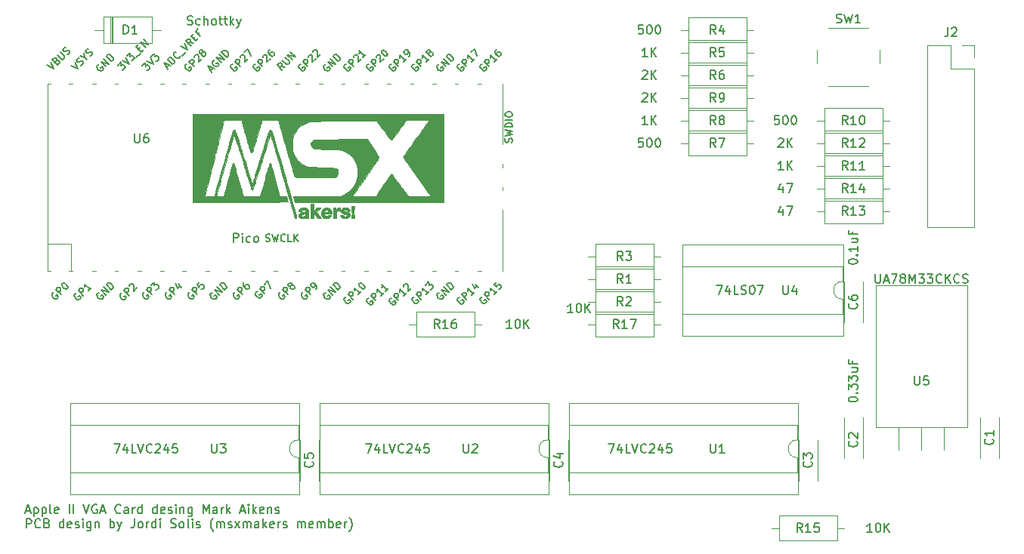
<source format=gto>
%TF.GenerationSoftware,KiCad,Pcbnew,7.0.8-1.fc38*%
%TF.CreationDate,2023-10-28T17:25:26+02:00*%
%TF.ProjectId,AppleVGA,4170706c-6556-4474-912e-6b696361645f,A*%
%TF.SameCoordinates,Original*%
%TF.FileFunction,Legend,Top*%
%TF.FilePolarity,Positive*%
%FSLAX46Y46*%
G04 Gerber Fmt 4.6, Leading zero omitted, Abs format (unit mm)*
G04 Created by KiCad (PCBNEW 7.0.8-1.fc38) date 2023-10-28 17:25:26*
%MOMM*%
%LPD*%
G01*
G04 APERTURE LIST*
%ADD10C,0.150000*%
%ADD11C,0.010000*%
%ADD12C,0.120000*%
G04 APERTURE END LIST*
D10*
X110499760Y-114915704D02*
X110975950Y-114915704D01*
X110404522Y-115201419D02*
X110737855Y-114201419D01*
X110737855Y-114201419D02*
X111071188Y-115201419D01*
X111404522Y-114534752D02*
X111404522Y-115534752D01*
X111404522Y-114582371D02*
X111499760Y-114534752D01*
X111499760Y-114534752D02*
X111690236Y-114534752D01*
X111690236Y-114534752D02*
X111785474Y-114582371D01*
X111785474Y-114582371D02*
X111833093Y-114629990D01*
X111833093Y-114629990D02*
X111880712Y-114725228D01*
X111880712Y-114725228D02*
X111880712Y-115010942D01*
X111880712Y-115010942D02*
X111833093Y-115106180D01*
X111833093Y-115106180D02*
X111785474Y-115153800D01*
X111785474Y-115153800D02*
X111690236Y-115201419D01*
X111690236Y-115201419D02*
X111499760Y-115201419D01*
X111499760Y-115201419D02*
X111404522Y-115153800D01*
X112309284Y-114534752D02*
X112309284Y-115534752D01*
X112309284Y-114582371D02*
X112404522Y-114534752D01*
X112404522Y-114534752D02*
X112594998Y-114534752D01*
X112594998Y-114534752D02*
X112690236Y-114582371D01*
X112690236Y-114582371D02*
X112737855Y-114629990D01*
X112737855Y-114629990D02*
X112785474Y-114725228D01*
X112785474Y-114725228D02*
X112785474Y-115010942D01*
X112785474Y-115010942D02*
X112737855Y-115106180D01*
X112737855Y-115106180D02*
X112690236Y-115153800D01*
X112690236Y-115153800D02*
X112594998Y-115201419D01*
X112594998Y-115201419D02*
X112404522Y-115201419D01*
X112404522Y-115201419D02*
X112309284Y-115153800D01*
X113356903Y-115201419D02*
X113261665Y-115153800D01*
X113261665Y-115153800D02*
X113214046Y-115058561D01*
X113214046Y-115058561D02*
X113214046Y-114201419D01*
X114118808Y-115153800D02*
X114023570Y-115201419D01*
X114023570Y-115201419D02*
X113833094Y-115201419D01*
X113833094Y-115201419D02*
X113737856Y-115153800D01*
X113737856Y-115153800D02*
X113690237Y-115058561D01*
X113690237Y-115058561D02*
X113690237Y-114677609D01*
X113690237Y-114677609D02*
X113737856Y-114582371D01*
X113737856Y-114582371D02*
X113833094Y-114534752D01*
X113833094Y-114534752D02*
X114023570Y-114534752D01*
X114023570Y-114534752D02*
X114118808Y-114582371D01*
X114118808Y-114582371D02*
X114166427Y-114677609D01*
X114166427Y-114677609D02*
X114166427Y-114772847D01*
X114166427Y-114772847D02*
X113690237Y-114868085D01*
X115356904Y-115201419D02*
X115356904Y-114201419D01*
X115833094Y-115201419D02*
X115833094Y-114201419D01*
X116928332Y-114201419D02*
X117261665Y-115201419D01*
X117261665Y-115201419D02*
X117594998Y-114201419D01*
X118452141Y-114249038D02*
X118356903Y-114201419D01*
X118356903Y-114201419D02*
X118214046Y-114201419D01*
X118214046Y-114201419D02*
X118071189Y-114249038D01*
X118071189Y-114249038D02*
X117975951Y-114344276D01*
X117975951Y-114344276D02*
X117928332Y-114439514D01*
X117928332Y-114439514D02*
X117880713Y-114629990D01*
X117880713Y-114629990D02*
X117880713Y-114772847D01*
X117880713Y-114772847D02*
X117928332Y-114963323D01*
X117928332Y-114963323D02*
X117975951Y-115058561D01*
X117975951Y-115058561D02*
X118071189Y-115153800D01*
X118071189Y-115153800D02*
X118214046Y-115201419D01*
X118214046Y-115201419D02*
X118309284Y-115201419D01*
X118309284Y-115201419D02*
X118452141Y-115153800D01*
X118452141Y-115153800D02*
X118499760Y-115106180D01*
X118499760Y-115106180D02*
X118499760Y-114772847D01*
X118499760Y-114772847D02*
X118309284Y-114772847D01*
X118880713Y-114915704D02*
X119356903Y-114915704D01*
X118785475Y-115201419D02*
X119118808Y-114201419D01*
X119118808Y-114201419D02*
X119452141Y-115201419D01*
X121118808Y-115106180D02*
X121071189Y-115153800D01*
X121071189Y-115153800D02*
X120928332Y-115201419D01*
X120928332Y-115201419D02*
X120833094Y-115201419D01*
X120833094Y-115201419D02*
X120690237Y-115153800D01*
X120690237Y-115153800D02*
X120594999Y-115058561D01*
X120594999Y-115058561D02*
X120547380Y-114963323D01*
X120547380Y-114963323D02*
X120499761Y-114772847D01*
X120499761Y-114772847D02*
X120499761Y-114629990D01*
X120499761Y-114629990D02*
X120547380Y-114439514D01*
X120547380Y-114439514D02*
X120594999Y-114344276D01*
X120594999Y-114344276D02*
X120690237Y-114249038D01*
X120690237Y-114249038D02*
X120833094Y-114201419D01*
X120833094Y-114201419D02*
X120928332Y-114201419D01*
X120928332Y-114201419D02*
X121071189Y-114249038D01*
X121071189Y-114249038D02*
X121118808Y-114296657D01*
X121975951Y-115201419D02*
X121975951Y-114677609D01*
X121975951Y-114677609D02*
X121928332Y-114582371D01*
X121928332Y-114582371D02*
X121833094Y-114534752D01*
X121833094Y-114534752D02*
X121642618Y-114534752D01*
X121642618Y-114534752D02*
X121547380Y-114582371D01*
X121975951Y-115153800D02*
X121880713Y-115201419D01*
X121880713Y-115201419D02*
X121642618Y-115201419D01*
X121642618Y-115201419D02*
X121547380Y-115153800D01*
X121547380Y-115153800D02*
X121499761Y-115058561D01*
X121499761Y-115058561D02*
X121499761Y-114963323D01*
X121499761Y-114963323D02*
X121547380Y-114868085D01*
X121547380Y-114868085D02*
X121642618Y-114820466D01*
X121642618Y-114820466D02*
X121880713Y-114820466D01*
X121880713Y-114820466D02*
X121975951Y-114772847D01*
X122452142Y-115201419D02*
X122452142Y-114534752D01*
X122452142Y-114725228D02*
X122499761Y-114629990D01*
X122499761Y-114629990D02*
X122547380Y-114582371D01*
X122547380Y-114582371D02*
X122642618Y-114534752D01*
X122642618Y-114534752D02*
X122737856Y-114534752D01*
X123499761Y-115201419D02*
X123499761Y-114201419D01*
X123499761Y-115153800D02*
X123404523Y-115201419D01*
X123404523Y-115201419D02*
X123214047Y-115201419D01*
X123214047Y-115201419D02*
X123118809Y-115153800D01*
X123118809Y-115153800D02*
X123071190Y-115106180D01*
X123071190Y-115106180D02*
X123023571Y-115010942D01*
X123023571Y-115010942D02*
X123023571Y-114725228D01*
X123023571Y-114725228D02*
X123071190Y-114629990D01*
X123071190Y-114629990D02*
X123118809Y-114582371D01*
X123118809Y-114582371D02*
X123214047Y-114534752D01*
X123214047Y-114534752D02*
X123404523Y-114534752D01*
X123404523Y-114534752D02*
X123499761Y-114582371D01*
X125166428Y-115201419D02*
X125166428Y-114201419D01*
X125166428Y-115153800D02*
X125071190Y-115201419D01*
X125071190Y-115201419D02*
X124880714Y-115201419D01*
X124880714Y-115201419D02*
X124785476Y-115153800D01*
X124785476Y-115153800D02*
X124737857Y-115106180D01*
X124737857Y-115106180D02*
X124690238Y-115010942D01*
X124690238Y-115010942D02*
X124690238Y-114725228D01*
X124690238Y-114725228D02*
X124737857Y-114629990D01*
X124737857Y-114629990D02*
X124785476Y-114582371D01*
X124785476Y-114582371D02*
X124880714Y-114534752D01*
X124880714Y-114534752D02*
X125071190Y-114534752D01*
X125071190Y-114534752D02*
X125166428Y-114582371D01*
X126023571Y-115153800D02*
X125928333Y-115201419D01*
X125928333Y-115201419D02*
X125737857Y-115201419D01*
X125737857Y-115201419D02*
X125642619Y-115153800D01*
X125642619Y-115153800D02*
X125595000Y-115058561D01*
X125595000Y-115058561D02*
X125595000Y-114677609D01*
X125595000Y-114677609D02*
X125642619Y-114582371D01*
X125642619Y-114582371D02*
X125737857Y-114534752D01*
X125737857Y-114534752D02*
X125928333Y-114534752D01*
X125928333Y-114534752D02*
X126023571Y-114582371D01*
X126023571Y-114582371D02*
X126071190Y-114677609D01*
X126071190Y-114677609D02*
X126071190Y-114772847D01*
X126071190Y-114772847D02*
X125595000Y-114868085D01*
X126452143Y-115153800D02*
X126547381Y-115201419D01*
X126547381Y-115201419D02*
X126737857Y-115201419D01*
X126737857Y-115201419D02*
X126833095Y-115153800D01*
X126833095Y-115153800D02*
X126880714Y-115058561D01*
X126880714Y-115058561D02*
X126880714Y-115010942D01*
X126880714Y-115010942D02*
X126833095Y-114915704D01*
X126833095Y-114915704D02*
X126737857Y-114868085D01*
X126737857Y-114868085D02*
X126595000Y-114868085D01*
X126595000Y-114868085D02*
X126499762Y-114820466D01*
X126499762Y-114820466D02*
X126452143Y-114725228D01*
X126452143Y-114725228D02*
X126452143Y-114677609D01*
X126452143Y-114677609D02*
X126499762Y-114582371D01*
X126499762Y-114582371D02*
X126595000Y-114534752D01*
X126595000Y-114534752D02*
X126737857Y-114534752D01*
X126737857Y-114534752D02*
X126833095Y-114582371D01*
X127309286Y-115201419D02*
X127309286Y-114534752D01*
X127309286Y-114201419D02*
X127261667Y-114249038D01*
X127261667Y-114249038D02*
X127309286Y-114296657D01*
X127309286Y-114296657D02*
X127356905Y-114249038D01*
X127356905Y-114249038D02*
X127309286Y-114201419D01*
X127309286Y-114201419D02*
X127309286Y-114296657D01*
X127785476Y-114534752D02*
X127785476Y-115201419D01*
X127785476Y-114629990D02*
X127833095Y-114582371D01*
X127833095Y-114582371D02*
X127928333Y-114534752D01*
X127928333Y-114534752D02*
X128071190Y-114534752D01*
X128071190Y-114534752D02*
X128166428Y-114582371D01*
X128166428Y-114582371D02*
X128214047Y-114677609D01*
X128214047Y-114677609D02*
X128214047Y-115201419D01*
X129118809Y-114534752D02*
X129118809Y-115344276D01*
X129118809Y-115344276D02*
X129071190Y-115439514D01*
X129071190Y-115439514D02*
X129023571Y-115487133D01*
X129023571Y-115487133D02*
X128928333Y-115534752D01*
X128928333Y-115534752D02*
X128785476Y-115534752D01*
X128785476Y-115534752D02*
X128690238Y-115487133D01*
X129118809Y-115153800D02*
X129023571Y-115201419D01*
X129023571Y-115201419D02*
X128833095Y-115201419D01*
X128833095Y-115201419D02*
X128737857Y-115153800D01*
X128737857Y-115153800D02*
X128690238Y-115106180D01*
X128690238Y-115106180D02*
X128642619Y-115010942D01*
X128642619Y-115010942D02*
X128642619Y-114725228D01*
X128642619Y-114725228D02*
X128690238Y-114629990D01*
X128690238Y-114629990D02*
X128737857Y-114582371D01*
X128737857Y-114582371D02*
X128833095Y-114534752D01*
X128833095Y-114534752D02*
X129023571Y-114534752D01*
X129023571Y-114534752D02*
X129118809Y-114582371D01*
X130356905Y-115201419D02*
X130356905Y-114201419D01*
X130356905Y-114201419D02*
X130690238Y-114915704D01*
X130690238Y-114915704D02*
X131023571Y-114201419D01*
X131023571Y-114201419D02*
X131023571Y-115201419D01*
X131928333Y-115201419D02*
X131928333Y-114677609D01*
X131928333Y-114677609D02*
X131880714Y-114582371D01*
X131880714Y-114582371D02*
X131785476Y-114534752D01*
X131785476Y-114534752D02*
X131595000Y-114534752D01*
X131595000Y-114534752D02*
X131499762Y-114582371D01*
X131928333Y-115153800D02*
X131833095Y-115201419D01*
X131833095Y-115201419D02*
X131595000Y-115201419D01*
X131595000Y-115201419D02*
X131499762Y-115153800D01*
X131499762Y-115153800D02*
X131452143Y-115058561D01*
X131452143Y-115058561D02*
X131452143Y-114963323D01*
X131452143Y-114963323D02*
X131499762Y-114868085D01*
X131499762Y-114868085D02*
X131595000Y-114820466D01*
X131595000Y-114820466D02*
X131833095Y-114820466D01*
X131833095Y-114820466D02*
X131928333Y-114772847D01*
X132404524Y-115201419D02*
X132404524Y-114534752D01*
X132404524Y-114725228D02*
X132452143Y-114629990D01*
X132452143Y-114629990D02*
X132499762Y-114582371D01*
X132499762Y-114582371D02*
X132595000Y-114534752D01*
X132595000Y-114534752D02*
X132690238Y-114534752D01*
X133023572Y-115201419D02*
X133023572Y-114201419D01*
X133118810Y-114820466D02*
X133404524Y-115201419D01*
X133404524Y-114534752D02*
X133023572Y-114915704D01*
X134547382Y-114915704D02*
X135023572Y-114915704D01*
X134452144Y-115201419D02*
X134785477Y-114201419D01*
X134785477Y-114201419D02*
X135118810Y-115201419D01*
X135452144Y-115201419D02*
X135452144Y-114534752D01*
X135452144Y-114201419D02*
X135404525Y-114249038D01*
X135404525Y-114249038D02*
X135452144Y-114296657D01*
X135452144Y-114296657D02*
X135499763Y-114249038D01*
X135499763Y-114249038D02*
X135452144Y-114201419D01*
X135452144Y-114201419D02*
X135452144Y-114296657D01*
X135928334Y-115201419D02*
X135928334Y-114201419D01*
X136023572Y-114820466D02*
X136309286Y-115201419D01*
X136309286Y-114534752D02*
X135928334Y-114915704D01*
X137118810Y-115153800D02*
X137023572Y-115201419D01*
X137023572Y-115201419D02*
X136833096Y-115201419D01*
X136833096Y-115201419D02*
X136737858Y-115153800D01*
X136737858Y-115153800D02*
X136690239Y-115058561D01*
X136690239Y-115058561D02*
X136690239Y-114677609D01*
X136690239Y-114677609D02*
X136737858Y-114582371D01*
X136737858Y-114582371D02*
X136833096Y-114534752D01*
X136833096Y-114534752D02*
X137023572Y-114534752D01*
X137023572Y-114534752D02*
X137118810Y-114582371D01*
X137118810Y-114582371D02*
X137166429Y-114677609D01*
X137166429Y-114677609D02*
X137166429Y-114772847D01*
X137166429Y-114772847D02*
X136690239Y-114868085D01*
X137595001Y-114534752D02*
X137595001Y-115201419D01*
X137595001Y-114629990D02*
X137642620Y-114582371D01*
X137642620Y-114582371D02*
X137737858Y-114534752D01*
X137737858Y-114534752D02*
X137880715Y-114534752D01*
X137880715Y-114534752D02*
X137975953Y-114582371D01*
X137975953Y-114582371D02*
X138023572Y-114677609D01*
X138023572Y-114677609D02*
X138023572Y-115201419D01*
X138452144Y-115153800D02*
X138547382Y-115201419D01*
X138547382Y-115201419D02*
X138737858Y-115201419D01*
X138737858Y-115201419D02*
X138833096Y-115153800D01*
X138833096Y-115153800D02*
X138880715Y-115058561D01*
X138880715Y-115058561D02*
X138880715Y-115010942D01*
X138880715Y-115010942D02*
X138833096Y-114915704D01*
X138833096Y-114915704D02*
X138737858Y-114868085D01*
X138737858Y-114868085D02*
X138595001Y-114868085D01*
X138595001Y-114868085D02*
X138499763Y-114820466D01*
X138499763Y-114820466D02*
X138452144Y-114725228D01*
X138452144Y-114725228D02*
X138452144Y-114677609D01*
X138452144Y-114677609D02*
X138499763Y-114582371D01*
X138499763Y-114582371D02*
X138595001Y-114534752D01*
X138595001Y-114534752D02*
X138737858Y-114534752D01*
X138737858Y-114534752D02*
X138833096Y-114582371D01*
X110547379Y-116811419D02*
X110547379Y-115811419D01*
X110547379Y-115811419D02*
X110928331Y-115811419D01*
X110928331Y-115811419D02*
X111023569Y-115859038D01*
X111023569Y-115859038D02*
X111071188Y-115906657D01*
X111071188Y-115906657D02*
X111118807Y-116001895D01*
X111118807Y-116001895D02*
X111118807Y-116144752D01*
X111118807Y-116144752D02*
X111071188Y-116239990D01*
X111071188Y-116239990D02*
X111023569Y-116287609D01*
X111023569Y-116287609D02*
X110928331Y-116335228D01*
X110928331Y-116335228D02*
X110547379Y-116335228D01*
X112118807Y-116716180D02*
X112071188Y-116763800D01*
X112071188Y-116763800D02*
X111928331Y-116811419D01*
X111928331Y-116811419D02*
X111833093Y-116811419D01*
X111833093Y-116811419D02*
X111690236Y-116763800D01*
X111690236Y-116763800D02*
X111594998Y-116668561D01*
X111594998Y-116668561D02*
X111547379Y-116573323D01*
X111547379Y-116573323D02*
X111499760Y-116382847D01*
X111499760Y-116382847D02*
X111499760Y-116239990D01*
X111499760Y-116239990D02*
X111547379Y-116049514D01*
X111547379Y-116049514D02*
X111594998Y-115954276D01*
X111594998Y-115954276D02*
X111690236Y-115859038D01*
X111690236Y-115859038D02*
X111833093Y-115811419D01*
X111833093Y-115811419D02*
X111928331Y-115811419D01*
X111928331Y-115811419D02*
X112071188Y-115859038D01*
X112071188Y-115859038D02*
X112118807Y-115906657D01*
X112880712Y-116287609D02*
X113023569Y-116335228D01*
X113023569Y-116335228D02*
X113071188Y-116382847D01*
X113071188Y-116382847D02*
X113118807Y-116478085D01*
X113118807Y-116478085D02*
X113118807Y-116620942D01*
X113118807Y-116620942D02*
X113071188Y-116716180D01*
X113071188Y-116716180D02*
X113023569Y-116763800D01*
X113023569Y-116763800D02*
X112928331Y-116811419D01*
X112928331Y-116811419D02*
X112547379Y-116811419D01*
X112547379Y-116811419D02*
X112547379Y-115811419D01*
X112547379Y-115811419D02*
X112880712Y-115811419D01*
X112880712Y-115811419D02*
X112975950Y-115859038D01*
X112975950Y-115859038D02*
X113023569Y-115906657D01*
X113023569Y-115906657D02*
X113071188Y-116001895D01*
X113071188Y-116001895D02*
X113071188Y-116097133D01*
X113071188Y-116097133D02*
X113023569Y-116192371D01*
X113023569Y-116192371D02*
X112975950Y-116239990D01*
X112975950Y-116239990D02*
X112880712Y-116287609D01*
X112880712Y-116287609D02*
X112547379Y-116287609D01*
X114737855Y-116811419D02*
X114737855Y-115811419D01*
X114737855Y-116763800D02*
X114642617Y-116811419D01*
X114642617Y-116811419D02*
X114452141Y-116811419D01*
X114452141Y-116811419D02*
X114356903Y-116763800D01*
X114356903Y-116763800D02*
X114309284Y-116716180D01*
X114309284Y-116716180D02*
X114261665Y-116620942D01*
X114261665Y-116620942D02*
X114261665Y-116335228D01*
X114261665Y-116335228D02*
X114309284Y-116239990D01*
X114309284Y-116239990D02*
X114356903Y-116192371D01*
X114356903Y-116192371D02*
X114452141Y-116144752D01*
X114452141Y-116144752D02*
X114642617Y-116144752D01*
X114642617Y-116144752D02*
X114737855Y-116192371D01*
X115594998Y-116763800D02*
X115499760Y-116811419D01*
X115499760Y-116811419D02*
X115309284Y-116811419D01*
X115309284Y-116811419D02*
X115214046Y-116763800D01*
X115214046Y-116763800D02*
X115166427Y-116668561D01*
X115166427Y-116668561D02*
X115166427Y-116287609D01*
X115166427Y-116287609D02*
X115214046Y-116192371D01*
X115214046Y-116192371D02*
X115309284Y-116144752D01*
X115309284Y-116144752D02*
X115499760Y-116144752D01*
X115499760Y-116144752D02*
X115594998Y-116192371D01*
X115594998Y-116192371D02*
X115642617Y-116287609D01*
X115642617Y-116287609D02*
X115642617Y-116382847D01*
X115642617Y-116382847D02*
X115166427Y-116478085D01*
X116023570Y-116763800D02*
X116118808Y-116811419D01*
X116118808Y-116811419D02*
X116309284Y-116811419D01*
X116309284Y-116811419D02*
X116404522Y-116763800D01*
X116404522Y-116763800D02*
X116452141Y-116668561D01*
X116452141Y-116668561D02*
X116452141Y-116620942D01*
X116452141Y-116620942D02*
X116404522Y-116525704D01*
X116404522Y-116525704D02*
X116309284Y-116478085D01*
X116309284Y-116478085D02*
X116166427Y-116478085D01*
X116166427Y-116478085D02*
X116071189Y-116430466D01*
X116071189Y-116430466D02*
X116023570Y-116335228D01*
X116023570Y-116335228D02*
X116023570Y-116287609D01*
X116023570Y-116287609D02*
X116071189Y-116192371D01*
X116071189Y-116192371D02*
X116166427Y-116144752D01*
X116166427Y-116144752D02*
X116309284Y-116144752D01*
X116309284Y-116144752D02*
X116404522Y-116192371D01*
X116880713Y-116811419D02*
X116880713Y-116144752D01*
X116880713Y-115811419D02*
X116833094Y-115859038D01*
X116833094Y-115859038D02*
X116880713Y-115906657D01*
X116880713Y-115906657D02*
X116928332Y-115859038D01*
X116928332Y-115859038D02*
X116880713Y-115811419D01*
X116880713Y-115811419D02*
X116880713Y-115906657D01*
X117785474Y-116144752D02*
X117785474Y-116954276D01*
X117785474Y-116954276D02*
X117737855Y-117049514D01*
X117737855Y-117049514D02*
X117690236Y-117097133D01*
X117690236Y-117097133D02*
X117594998Y-117144752D01*
X117594998Y-117144752D02*
X117452141Y-117144752D01*
X117452141Y-117144752D02*
X117356903Y-117097133D01*
X117785474Y-116763800D02*
X117690236Y-116811419D01*
X117690236Y-116811419D02*
X117499760Y-116811419D01*
X117499760Y-116811419D02*
X117404522Y-116763800D01*
X117404522Y-116763800D02*
X117356903Y-116716180D01*
X117356903Y-116716180D02*
X117309284Y-116620942D01*
X117309284Y-116620942D02*
X117309284Y-116335228D01*
X117309284Y-116335228D02*
X117356903Y-116239990D01*
X117356903Y-116239990D02*
X117404522Y-116192371D01*
X117404522Y-116192371D02*
X117499760Y-116144752D01*
X117499760Y-116144752D02*
X117690236Y-116144752D01*
X117690236Y-116144752D02*
X117785474Y-116192371D01*
X118261665Y-116144752D02*
X118261665Y-116811419D01*
X118261665Y-116239990D02*
X118309284Y-116192371D01*
X118309284Y-116192371D02*
X118404522Y-116144752D01*
X118404522Y-116144752D02*
X118547379Y-116144752D01*
X118547379Y-116144752D02*
X118642617Y-116192371D01*
X118642617Y-116192371D02*
X118690236Y-116287609D01*
X118690236Y-116287609D02*
X118690236Y-116811419D01*
X119928332Y-116811419D02*
X119928332Y-115811419D01*
X119928332Y-116192371D02*
X120023570Y-116144752D01*
X120023570Y-116144752D02*
X120214046Y-116144752D01*
X120214046Y-116144752D02*
X120309284Y-116192371D01*
X120309284Y-116192371D02*
X120356903Y-116239990D01*
X120356903Y-116239990D02*
X120404522Y-116335228D01*
X120404522Y-116335228D02*
X120404522Y-116620942D01*
X120404522Y-116620942D02*
X120356903Y-116716180D01*
X120356903Y-116716180D02*
X120309284Y-116763800D01*
X120309284Y-116763800D02*
X120214046Y-116811419D01*
X120214046Y-116811419D02*
X120023570Y-116811419D01*
X120023570Y-116811419D02*
X119928332Y-116763800D01*
X120737856Y-116144752D02*
X120975951Y-116811419D01*
X121214046Y-116144752D02*
X120975951Y-116811419D01*
X120975951Y-116811419D02*
X120880713Y-117049514D01*
X120880713Y-117049514D02*
X120833094Y-117097133D01*
X120833094Y-117097133D02*
X120737856Y-117144752D01*
X122642618Y-115811419D02*
X122642618Y-116525704D01*
X122642618Y-116525704D02*
X122594999Y-116668561D01*
X122594999Y-116668561D02*
X122499761Y-116763800D01*
X122499761Y-116763800D02*
X122356904Y-116811419D01*
X122356904Y-116811419D02*
X122261666Y-116811419D01*
X123261666Y-116811419D02*
X123166428Y-116763800D01*
X123166428Y-116763800D02*
X123118809Y-116716180D01*
X123118809Y-116716180D02*
X123071190Y-116620942D01*
X123071190Y-116620942D02*
X123071190Y-116335228D01*
X123071190Y-116335228D02*
X123118809Y-116239990D01*
X123118809Y-116239990D02*
X123166428Y-116192371D01*
X123166428Y-116192371D02*
X123261666Y-116144752D01*
X123261666Y-116144752D02*
X123404523Y-116144752D01*
X123404523Y-116144752D02*
X123499761Y-116192371D01*
X123499761Y-116192371D02*
X123547380Y-116239990D01*
X123547380Y-116239990D02*
X123594999Y-116335228D01*
X123594999Y-116335228D02*
X123594999Y-116620942D01*
X123594999Y-116620942D02*
X123547380Y-116716180D01*
X123547380Y-116716180D02*
X123499761Y-116763800D01*
X123499761Y-116763800D02*
X123404523Y-116811419D01*
X123404523Y-116811419D02*
X123261666Y-116811419D01*
X124023571Y-116811419D02*
X124023571Y-116144752D01*
X124023571Y-116335228D02*
X124071190Y-116239990D01*
X124071190Y-116239990D02*
X124118809Y-116192371D01*
X124118809Y-116192371D02*
X124214047Y-116144752D01*
X124214047Y-116144752D02*
X124309285Y-116144752D01*
X125071190Y-116811419D02*
X125071190Y-115811419D01*
X125071190Y-116763800D02*
X124975952Y-116811419D01*
X124975952Y-116811419D02*
X124785476Y-116811419D01*
X124785476Y-116811419D02*
X124690238Y-116763800D01*
X124690238Y-116763800D02*
X124642619Y-116716180D01*
X124642619Y-116716180D02*
X124595000Y-116620942D01*
X124595000Y-116620942D02*
X124595000Y-116335228D01*
X124595000Y-116335228D02*
X124642619Y-116239990D01*
X124642619Y-116239990D02*
X124690238Y-116192371D01*
X124690238Y-116192371D02*
X124785476Y-116144752D01*
X124785476Y-116144752D02*
X124975952Y-116144752D01*
X124975952Y-116144752D02*
X125071190Y-116192371D01*
X125547381Y-116811419D02*
X125547381Y-116144752D01*
X125547381Y-115811419D02*
X125499762Y-115859038D01*
X125499762Y-115859038D02*
X125547381Y-115906657D01*
X125547381Y-115906657D02*
X125595000Y-115859038D01*
X125595000Y-115859038D02*
X125547381Y-115811419D01*
X125547381Y-115811419D02*
X125547381Y-115906657D01*
X126737857Y-116763800D02*
X126880714Y-116811419D01*
X126880714Y-116811419D02*
X127118809Y-116811419D01*
X127118809Y-116811419D02*
X127214047Y-116763800D01*
X127214047Y-116763800D02*
X127261666Y-116716180D01*
X127261666Y-116716180D02*
X127309285Y-116620942D01*
X127309285Y-116620942D02*
X127309285Y-116525704D01*
X127309285Y-116525704D02*
X127261666Y-116430466D01*
X127261666Y-116430466D02*
X127214047Y-116382847D01*
X127214047Y-116382847D02*
X127118809Y-116335228D01*
X127118809Y-116335228D02*
X126928333Y-116287609D01*
X126928333Y-116287609D02*
X126833095Y-116239990D01*
X126833095Y-116239990D02*
X126785476Y-116192371D01*
X126785476Y-116192371D02*
X126737857Y-116097133D01*
X126737857Y-116097133D02*
X126737857Y-116001895D01*
X126737857Y-116001895D02*
X126785476Y-115906657D01*
X126785476Y-115906657D02*
X126833095Y-115859038D01*
X126833095Y-115859038D02*
X126928333Y-115811419D01*
X126928333Y-115811419D02*
X127166428Y-115811419D01*
X127166428Y-115811419D02*
X127309285Y-115859038D01*
X127880714Y-116811419D02*
X127785476Y-116763800D01*
X127785476Y-116763800D02*
X127737857Y-116716180D01*
X127737857Y-116716180D02*
X127690238Y-116620942D01*
X127690238Y-116620942D02*
X127690238Y-116335228D01*
X127690238Y-116335228D02*
X127737857Y-116239990D01*
X127737857Y-116239990D02*
X127785476Y-116192371D01*
X127785476Y-116192371D02*
X127880714Y-116144752D01*
X127880714Y-116144752D02*
X128023571Y-116144752D01*
X128023571Y-116144752D02*
X128118809Y-116192371D01*
X128118809Y-116192371D02*
X128166428Y-116239990D01*
X128166428Y-116239990D02*
X128214047Y-116335228D01*
X128214047Y-116335228D02*
X128214047Y-116620942D01*
X128214047Y-116620942D02*
X128166428Y-116716180D01*
X128166428Y-116716180D02*
X128118809Y-116763800D01*
X128118809Y-116763800D02*
X128023571Y-116811419D01*
X128023571Y-116811419D02*
X127880714Y-116811419D01*
X128785476Y-116811419D02*
X128690238Y-116763800D01*
X128690238Y-116763800D02*
X128642619Y-116668561D01*
X128642619Y-116668561D02*
X128642619Y-115811419D01*
X129166429Y-116811419D02*
X129166429Y-116144752D01*
X129166429Y-115811419D02*
X129118810Y-115859038D01*
X129118810Y-115859038D02*
X129166429Y-115906657D01*
X129166429Y-115906657D02*
X129214048Y-115859038D01*
X129214048Y-115859038D02*
X129166429Y-115811419D01*
X129166429Y-115811419D02*
X129166429Y-115906657D01*
X129595000Y-116763800D02*
X129690238Y-116811419D01*
X129690238Y-116811419D02*
X129880714Y-116811419D01*
X129880714Y-116811419D02*
X129975952Y-116763800D01*
X129975952Y-116763800D02*
X130023571Y-116668561D01*
X130023571Y-116668561D02*
X130023571Y-116620942D01*
X130023571Y-116620942D02*
X129975952Y-116525704D01*
X129975952Y-116525704D02*
X129880714Y-116478085D01*
X129880714Y-116478085D02*
X129737857Y-116478085D01*
X129737857Y-116478085D02*
X129642619Y-116430466D01*
X129642619Y-116430466D02*
X129595000Y-116335228D01*
X129595000Y-116335228D02*
X129595000Y-116287609D01*
X129595000Y-116287609D02*
X129642619Y-116192371D01*
X129642619Y-116192371D02*
X129737857Y-116144752D01*
X129737857Y-116144752D02*
X129880714Y-116144752D01*
X129880714Y-116144752D02*
X129975952Y-116192371D01*
X131499762Y-117192371D02*
X131452143Y-117144752D01*
X131452143Y-117144752D02*
X131356905Y-117001895D01*
X131356905Y-117001895D02*
X131309286Y-116906657D01*
X131309286Y-116906657D02*
X131261667Y-116763800D01*
X131261667Y-116763800D02*
X131214048Y-116525704D01*
X131214048Y-116525704D02*
X131214048Y-116335228D01*
X131214048Y-116335228D02*
X131261667Y-116097133D01*
X131261667Y-116097133D02*
X131309286Y-115954276D01*
X131309286Y-115954276D02*
X131356905Y-115859038D01*
X131356905Y-115859038D02*
X131452143Y-115716180D01*
X131452143Y-115716180D02*
X131499762Y-115668561D01*
X131880715Y-116811419D02*
X131880715Y-116144752D01*
X131880715Y-116239990D02*
X131928334Y-116192371D01*
X131928334Y-116192371D02*
X132023572Y-116144752D01*
X132023572Y-116144752D02*
X132166429Y-116144752D01*
X132166429Y-116144752D02*
X132261667Y-116192371D01*
X132261667Y-116192371D02*
X132309286Y-116287609D01*
X132309286Y-116287609D02*
X132309286Y-116811419D01*
X132309286Y-116287609D02*
X132356905Y-116192371D01*
X132356905Y-116192371D02*
X132452143Y-116144752D01*
X132452143Y-116144752D02*
X132595000Y-116144752D01*
X132595000Y-116144752D02*
X132690239Y-116192371D01*
X132690239Y-116192371D02*
X132737858Y-116287609D01*
X132737858Y-116287609D02*
X132737858Y-116811419D01*
X133166429Y-116763800D02*
X133261667Y-116811419D01*
X133261667Y-116811419D02*
X133452143Y-116811419D01*
X133452143Y-116811419D02*
X133547381Y-116763800D01*
X133547381Y-116763800D02*
X133595000Y-116668561D01*
X133595000Y-116668561D02*
X133595000Y-116620942D01*
X133595000Y-116620942D02*
X133547381Y-116525704D01*
X133547381Y-116525704D02*
X133452143Y-116478085D01*
X133452143Y-116478085D02*
X133309286Y-116478085D01*
X133309286Y-116478085D02*
X133214048Y-116430466D01*
X133214048Y-116430466D02*
X133166429Y-116335228D01*
X133166429Y-116335228D02*
X133166429Y-116287609D01*
X133166429Y-116287609D02*
X133214048Y-116192371D01*
X133214048Y-116192371D02*
X133309286Y-116144752D01*
X133309286Y-116144752D02*
X133452143Y-116144752D01*
X133452143Y-116144752D02*
X133547381Y-116192371D01*
X133928334Y-116811419D02*
X134452143Y-116144752D01*
X133928334Y-116144752D02*
X134452143Y-116811419D01*
X134833096Y-116811419D02*
X134833096Y-116144752D01*
X134833096Y-116239990D02*
X134880715Y-116192371D01*
X134880715Y-116192371D02*
X134975953Y-116144752D01*
X134975953Y-116144752D02*
X135118810Y-116144752D01*
X135118810Y-116144752D02*
X135214048Y-116192371D01*
X135214048Y-116192371D02*
X135261667Y-116287609D01*
X135261667Y-116287609D02*
X135261667Y-116811419D01*
X135261667Y-116287609D02*
X135309286Y-116192371D01*
X135309286Y-116192371D02*
X135404524Y-116144752D01*
X135404524Y-116144752D02*
X135547381Y-116144752D01*
X135547381Y-116144752D02*
X135642620Y-116192371D01*
X135642620Y-116192371D02*
X135690239Y-116287609D01*
X135690239Y-116287609D02*
X135690239Y-116811419D01*
X136595000Y-116811419D02*
X136595000Y-116287609D01*
X136595000Y-116287609D02*
X136547381Y-116192371D01*
X136547381Y-116192371D02*
X136452143Y-116144752D01*
X136452143Y-116144752D02*
X136261667Y-116144752D01*
X136261667Y-116144752D02*
X136166429Y-116192371D01*
X136595000Y-116763800D02*
X136499762Y-116811419D01*
X136499762Y-116811419D02*
X136261667Y-116811419D01*
X136261667Y-116811419D02*
X136166429Y-116763800D01*
X136166429Y-116763800D02*
X136118810Y-116668561D01*
X136118810Y-116668561D02*
X136118810Y-116573323D01*
X136118810Y-116573323D02*
X136166429Y-116478085D01*
X136166429Y-116478085D02*
X136261667Y-116430466D01*
X136261667Y-116430466D02*
X136499762Y-116430466D01*
X136499762Y-116430466D02*
X136595000Y-116382847D01*
X137071191Y-116811419D02*
X137071191Y-115811419D01*
X137166429Y-116430466D02*
X137452143Y-116811419D01*
X137452143Y-116144752D02*
X137071191Y-116525704D01*
X138261667Y-116763800D02*
X138166429Y-116811419D01*
X138166429Y-116811419D02*
X137975953Y-116811419D01*
X137975953Y-116811419D02*
X137880715Y-116763800D01*
X137880715Y-116763800D02*
X137833096Y-116668561D01*
X137833096Y-116668561D02*
X137833096Y-116287609D01*
X137833096Y-116287609D02*
X137880715Y-116192371D01*
X137880715Y-116192371D02*
X137975953Y-116144752D01*
X137975953Y-116144752D02*
X138166429Y-116144752D01*
X138166429Y-116144752D02*
X138261667Y-116192371D01*
X138261667Y-116192371D02*
X138309286Y-116287609D01*
X138309286Y-116287609D02*
X138309286Y-116382847D01*
X138309286Y-116382847D02*
X137833096Y-116478085D01*
X138737858Y-116811419D02*
X138737858Y-116144752D01*
X138737858Y-116335228D02*
X138785477Y-116239990D01*
X138785477Y-116239990D02*
X138833096Y-116192371D01*
X138833096Y-116192371D02*
X138928334Y-116144752D01*
X138928334Y-116144752D02*
X139023572Y-116144752D01*
X139309287Y-116763800D02*
X139404525Y-116811419D01*
X139404525Y-116811419D02*
X139595001Y-116811419D01*
X139595001Y-116811419D02*
X139690239Y-116763800D01*
X139690239Y-116763800D02*
X139737858Y-116668561D01*
X139737858Y-116668561D02*
X139737858Y-116620942D01*
X139737858Y-116620942D02*
X139690239Y-116525704D01*
X139690239Y-116525704D02*
X139595001Y-116478085D01*
X139595001Y-116478085D02*
X139452144Y-116478085D01*
X139452144Y-116478085D02*
X139356906Y-116430466D01*
X139356906Y-116430466D02*
X139309287Y-116335228D01*
X139309287Y-116335228D02*
X139309287Y-116287609D01*
X139309287Y-116287609D02*
X139356906Y-116192371D01*
X139356906Y-116192371D02*
X139452144Y-116144752D01*
X139452144Y-116144752D02*
X139595001Y-116144752D01*
X139595001Y-116144752D02*
X139690239Y-116192371D01*
X140928335Y-116811419D02*
X140928335Y-116144752D01*
X140928335Y-116239990D02*
X140975954Y-116192371D01*
X140975954Y-116192371D02*
X141071192Y-116144752D01*
X141071192Y-116144752D02*
X141214049Y-116144752D01*
X141214049Y-116144752D02*
X141309287Y-116192371D01*
X141309287Y-116192371D02*
X141356906Y-116287609D01*
X141356906Y-116287609D02*
X141356906Y-116811419D01*
X141356906Y-116287609D02*
X141404525Y-116192371D01*
X141404525Y-116192371D02*
X141499763Y-116144752D01*
X141499763Y-116144752D02*
X141642620Y-116144752D01*
X141642620Y-116144752D02*
X141737859Y-116192371D01*
X141737859Y-116192371D02*
X141785478Y-116287609D01*
X141785478Y-116287609D02*
X141785478Y-116811419D01*
X142642620Y-116763800D02*
X142547382Y-116811419D01*
X142547382Y-116811419D02*
X142356906Y-116811419D01*
X142356906Y-116811419D02*
X142261668Y-116763800D01*
X142261668Y-116763800D02*
X142214049Y-116668561D01*
X142214049Y-116668561D02*
X142214049Y-116287609D01*
X142214049Y-116287609D02*
X142261668Y-116192371D01*
X142261668Y-116192371D02*
X142356906Y-116144752D01*
X142356906Y-116144752D02*
X142547382Y-116144752D01*
X142547382Y-116144752D02*
X142642620Y-116192371D01*
X142642620Y-116192371D02*
X142690239Y-116287609D01*
X142690239Y-116287609D02*
X142690239Y-116382847D01*
X142690239Y-116382847D02*
X142214049Y-116478085D01*
X143118811Y-116811419D02*
X143118811Y-116144752D01*
X143118811Y-116239990D02*
X143166430Y-116192371D01*
X143166430Y-116192371D02*
X143261668Y-116144752D01*
X143261668Y-116144752D02*
X143404525Y-116144752D01*
X143404525Y-116144752D02*
X143499763Y-116192371D01*
X143499763Y-116192371D02*
X143547382Y-116287609D01*
X143547382Y-116287609D02*
X143547382Y-116811419D01*
X143547382Y-116287609D02*
X143595001Y-116192371D01*
X143595001Y-116192371D02*
X143690239Y-116144752D01*
X143690239Y-116144752D02*
X143833096Y-116144752D01*
X143833096Y-116144752D02*
X143928335Y-116192371D01*
X143928335Y-116192371D02*
X143975954Y-116287609D01*
X143975954Y-116287609D02*
X143975954Y-116811419D01*
X144452144Y-116811419D02*
X144452144Y-115811419D01*
X144452144Y-116192371D02*
X144547382Y-116144752D01*
X144547382Y-116144752D02*
X144737858Y-116144752D01*
X144737858Y-116144752D02*
X144833096Y-116192371D01*
X144833096Y-116192371D02*
X144880715Y-116239990D01*
X144880715Y-116239990D02*
X144928334Y-116335228D01*
X144928334Y-116335228D02*
X144928334Y-116620942D01*
X144928334Y-116620942D02*
X144880715Y-116716180D01*
X144880715Y-116716180D02*
X144833096Y-116763800D01*
X144833096Y-116763800D02*
X144737858Y-116811419D01*
X144737858Y-116811419D02*
X144547382Y-116811419D01*
X144547382Y-116811419D02*
X144452144Y-116763800D01*
X145737858Y-116763800D02*
X145642620Y-116811419D01*
X145642620Y-116811419D02*
X145452144Y-116811419D01*
X145452144Y-116811419D02*
X145356906Y-116763800D01*
X145356906Y-116763800D02*
X145309287Y-116668561D01*
X145309287Y-116668561D02*
X145309287Y-116287609D01*
X145309287Y-116287609D02*
X145356906Y-116192371D01*
X145356906Y-116192371D02*
X145452144Y-116144752D01*
X145452144Y-116144752D02*
X145642620Y-116144752D01*
X145642620Y-116144752D02*
X145737858Y-116192371D01*
X145737858Y-116192371D02*
X145785477Y-116287609D01*
X145785477Y-116287609D02*
X145785477Y-116382847D01*
X145785477Y-116382847D02*
X145309287Y-116478085D01*
X146214049Y-116811419D02*
X146214049Y-116144752D01*
X146214049Y-116335228D02*
X146261668Y-116239990D01*
X146261668Y-116239990D02*
X146309287Y-116192371D01*
X146309287Y-116192371D02*
X146404525Y-116144752D01*
X146404525Y-116144752D02*
X146499763Y-116144752D01*
X146737859Y-117192371D02*
X146785478Y-117144752D01*
X146785478Y-117144752D02*
X146880716Y-117001895D01*
X146880716Y-117001895D02*
X146928335Y-116906657D01*
X146928335Y-116906657D02*
X146975954Y-116763800D01*
X146975954Y-116763800D02*
X147023573Y-116525704D01*
X147023573Y-116525704D02*
X147023573Y-116335228D01*
X147023573Y-116335228D02*
X146975954Y-116097133D01*
X146975954Y-116097133D02*
X146928335Y-115954276D01*
X146928335Y-115954276D02*
X146880716Y-115859038D01*
X146880716Y-115859038D02*
X146785478Y-115716180D01*
X146785478Y-115716180D02*
X146737859Y-115668561D01*
X213788666Y-60692819D02*
X213788666Y-61407104D01*
X213788666Y-61407104D02*
X213741047Y-61549961D01*
X213741047Y-61549961D02*
X213645809Y-61645200D01*
X213645809Y-61645200D02*
X213502952Y-61692819D01*
X213502952Y-61692819D02*
X213407714Y-61692819D01*
X214217238Y-60788057D02*
X214264857Y-60740438D01*
X214264857Y-60740438D02*
X214360095Y-60692819D01*
X214360095Y-60692819D02*
X214598190Y-60692819D01*
X214598190Y-60692819D02*
X214693428Y-60740438D01*
X214693428Y-60740438D02*
X214741047Y-60788057D01*
X214741047Y-60788057D02*
X214788666Y-60883295D01*
X214788666Y-60883295D02*
X214788666Y-60978533D01*
X214788666Y-60978533D02*
X214741047Y-61121390D01*
X214741047Y-61121390D02*
X214169619Y-61692819D01*
X214169619Y-61692819D02*
X214788666Y-61692819D01*
X177379333Y-91894819D02*
X177046000Y-91418628D01*
X176807905Y-91894819D02*
X176807905Y-90894819D01*
X176807905Y-90894819D02*
X177188857Y-90894819D01*
X177188857Y-90894819D02*
X177284095Y-90942438D01*
X177284095Y-90942438D02*
X177331714Y-90990057D01*
X177331714Y-90990057D02*
X177379333Y-91085295D01*
X177379333Y-91085295D02*
X177379333Y-91228152D01*
X177379333Y-91228152D02*
X177331714Y-91323390D01*
X177331714Y-91323390D02*
X177284095Y-91371009D01*
X177284095Y-91371009D02*
X177188857Y-91418628D01*
X177188857Y-91418628D02*
X176807905Y-91418628D01*
X177760286Y-90990057D02*
X177807905Y-90942438D01*
X177807905Y-90942438D02*
X177903143Y-90894819D01*
X177903143Y-90894819D02*
X178141238Y-90894819D01*
X178141238Y-90894819D02*
X178236476Y-90942438D01*
X178236476Y-90942438D02*
X178284095Y-90990057D01*
X178284095Y-90990057D02*
X178331714Y-91085295D01*
X178331714Y-91085295D02*
X178331714Y-91180533D01*
X178331714Y-91180533D02*
X178284095Y-91323390D01*
X178284095Y-91323390D02*
X177712667Y-91894819D01*
X177712667Y-91894819D02*
X178331714Y-91894819D01*
X177379333Y-89354819D02*
X177046000Y-88878628D01*
X176807905Y-89354819D02*
X176807905Y-88354819D01*
X176807905Y-88354819D02*
X177188857Y-88354819D01*
X177188857Y-88354819D02*
X177284095Y-88402438D01*
X177284095Y-88402438D02*
X177331714Y-88450057D01*
X177331714Y-88450057D02*
X177379333Y-88545295D01*
X177379333Y-88545295D02*
X177379333Y-88688152D01*
X177379333Y-88688152D02*
X177331714Y-88783390D01*
X177331714Y-88783390D02*
X177284095Y-88831009D01*
X177284095Y-88831009D02*
X177188857Y-88878628D01*
X177188857Y-88878628D02*
X176807905Y-88878628D01*
X178331714Y-89354819D02*
X177760286Y-89354819D01*
X178046000Y-89354819D02*
X178046000Y-88354819D01*
X178046000Y-88354819D02*
X177950762Y-88497676D01*
X177950762Y-88497676D02*
X177855524Y-88592914D01*
X177855524Y-88592914D02*
X177760286Y-88640533D01*
X187793333Y-66494819D02*
X187460000Y-66018628D01*
X187221905Y-66494819D02*
X187221905Y-65494819D01*
X187221905Y-65494819D02*
X187602857Y-65494819D01*
X187602857Y-65494819D02*
X187698095Y-65542438D01*
X187698095Y-65542438D02*
X187745714Y-65590057D01*
X187745714Y-65590057D02*
X187793333Y-65685295D01*
X187793333Y-65685295D02*
X187793333Y-65828152D01*
X187793333Y-65828152D02*
X187745714Y-65923390D01*
X187745714Y-65923390D02*
X187698095Y-65971009D01*
X187698095Y-65971009D02*
X187602857Y-66018628D01*
X187602857Y-66018628D02*
X187221905Y-66018628D01*
X188650476Y-65494819D02*
X188460000Y-65494819D01*
X188460000Y-65494819D02*
X188364762Y-65542438D01*
X188364762Y-65542438D02*
X188317143Y-65590057D01*
X188317143Y-65590057D02*
X188221905Y-65732914D01*
X188221905Y-65732914D02*
X188174286Y-65923390D01*
X188174286Y-65923390D02*
X188174286Y-66304342D01*
X188174286Y-66304342D02*
X188221905Y-66399580D01*
X188221905Y-66399580D02*
X188269524Y-66447200D01*
X188269524Y-66447200D02*
X188364762Y-66494819D01*
X188364762Y-66494819D02*
X188555238Y-66494819D01*
X188555238Y-66494819D02*
X188650476Y-66447200D01*
X188650476Y-66447200D02*
X188698095Y-66399580D01*
X188698095Y-66399580D02*
X188745714Y-66304342D01*
X188745714Y-66304342D02*
X188745714Y-66066247D01*
X188745714Y-66066247D02*
X188698095Y-65971009D01*
X188698095Y-65971009D02*
X188650476Y-65923390D01*
X188650476Y-65923390D02*
X188555238Y-65875771D01*
X188555238Y-65875771D02*
X188364762Y-65875771D01*
X188364762Y-65875771D02*
X188269524Y-65923390D01*
X188269524Y-65923390D02*
X188221905Y-65971009D01*
X188221905Y-65971009D02*
X188174286Y-66066247D01*
X179554286Y-65590057D02*
X179601905Y-65542438D01*
X179601905Y-65542438D02*
X179697143Y-65494819D01*
X179697143Y-65494819D02*
X179935238Y-65494819D01*
X179935238Y-65494819D02*
X180030476Y-65542438D01*
X180030476Y-65542438D02*
X180078095Y-65590057D01*
X180078095Y-65590057D02*
X180125714Y-65685295D01*
X180125714Y-65685295D02*
X180125714Y-65780533D01*
X180125714Y-65780533D02*
X180078095Y-65923390D01*
X180078095Y-65923390D02*
X179506667Y-66494819D01*
X179506667Y-66494819D02*
X180125714Y-66494819D01*
X180554286Y-66494819D02*
X180554286Y-65494819D01*
X181125714Y-66494819D02*
X180697143Y-65923390D01*
X181125714Y-65494819D02*
X180554286Y-66066247D01*
X187793333Y-74114819D02*
X187460000Y-73638628D01*
X187221905Y-74114819D02*
X187221905Y-73114819D01*
X187221905Y-73114819D02*
X187602857Y-73114819D01*
X187602857Y-73114819D02*
X187698095Y-73162438D01*
X187698095Y-73162438D02*
X187745714Y-73210057D01*
X187745714Y-73210057D02*
X187793333Y-73305295D01*
X187793333Y-73305295D02*
X187793333Y-73448152D01*
X187793333Y-73448152D02*
X187745714Y-73543390D01*
X187745714Y-73543390D02*
X187698095Y-73591009D01*
X187698095Y-73591009D02*
X187602857Y-73638628D01*
X187602857Y-73638628D02*
X187221905Y-73638628D01*
X188126667Y-73114819D02*
X188793333Y-73114819D01*
X188793333Y-73114819D02*
X188364762Y-74114819D01*
X179625714Y-73114819D02*
X179149524Y-73114819D01*
X179149524Y-73114819D02*
X179101905Y-73591009D01*
X179101905Y-73591009D02*
X179149524Y-73543390D01*
X179149524Y-73543390D02*
X179244762Y-73495771D01*
X179244762Y-73495771D02*
X179482857Y-73495771D01*
X179482857Y-73495771D02*
X179578095Y-73543390D01*
X179578095Y-73543390D02*
X179625714Y-73591009D01*
X179625714Y-73591009D02*
X179673333Y-73686247D01*
X179673333Y-73686247D02*
X179673333Y-73924342D01*
X179673333Y-73924342D02*
X179625714Y-74019580D01*
X179625714Y-74019580D02*
X179578095Y-74067200D01*
X179578095Y-74067200D02*
X179482857Y-74114819D01*
X179482857Y-74114819D02*
X179244762Y-74114819D01*
X179244762Y-74114819D02*
X179149524Y-74067200D01*
X179149524Y-74067200D02*
X179101905Y-74019580D01*
X180292381Y-73114819D02*
X180387619Y-73114819D01*
X180387619Y-73114819D02*
X180482857Y-73162438D01*
X180482857Y-73162438D02*
X180530476Y-73210057D01*
X180530476Y-73210057D02*
X180578095Y-73305295D01*
X180578095Y-73305295D02*
X180625714Y-73495771D01*
X180625714Y-73495771D02*
X180625714Y-73733866D01*
X180625714Y-73733866D02*
X180578095Y-73924342D01*
X180578095Y-73924342D02*
X180530476Y-74019580D01*
X180530476Y-74019580D02*
X180482857Y-74067200D01*
X180482857Y-74067200D02*
X180387619Y-74114819D01*
X180387619Y-74114819D02*
X180292381Y-74114819D01*
X180292381Y-74114819D02*
X180197143Y-74067200D01*
X180197143Y-74067200D02*
X180149524Y-74019580D01*
X180149524Y-74019580D02*
X180101905Y-73924342D01*
X180101905Y-73924342D02*
X180054286Y-73733866D01*
X180054286Y-73733866D02*
X180054286Y-73495771D01*
X180054286Y-73495771D02*
X180101905Y-73305295D01*
X180101905Y-73305295D02*
X180149524Y-73210057D01*
X180149524Y-73210057D02*
X180197143Y-73162438D01*
X180197143Y-73162438D02*
X180292381Y-73114819D01*
X181244762Y-73114819D02*
X181340000Y-73114819D01*
X181340000Y-73114819D02*
X181435238Y-73162438D01*
X181435238Y-73162438D02*
X181482857Y-73210057D01*
X181482857Y-73210057D02*
X181530476Y-73305295D01*
X181530476Y-73305295D02*
X181578095Y-73495771D01*
X181578095Y-73495771D02*
X181578095Y-73733866D01*
X181578095Y-73733866D02*
X181530476Y-73924342D01*
X181530476Y-73924342D02*
X181482857Y-74019580D01*
X181482857Y-74019580D02*
X181435238Y-74067200D01*
X181435238Y-74067200D02*
X181340000Y-74114819D01*
X181340000Y-74114819D02*
X181244762Y-74114819D01*
X181244762Y-74114819D02*
X181149524Y-74067200D01*
X181149524Y-74067200D02*
X181101905Y-74019580D01*
X181101905Y-74019580D02*
X181054286Y-73924342D01*
X181054286Y-73924342D02*
X181006667Y-73733866D01*
X181006667Y-73733866D02*
X181006667Y-73495771D01*
X181006667Y-73495771D02*
X181054286Y-73305295D01*
X181054286Y-73305295D02*
X181101905Y-73210057D01*
X181101905Y-73210057D02*
X181149524Y-73162438D01*
X181149524Y-73162438D02*
X181244762Y-73114819D01*
X202557142Y-79194819D02*
X202223809Y-78718628D01*
X201985714Y-79194819D02*
X201985714Y-78194819D01*
X201985714Y-78194819D02*
X202366666Y-78194819D01*
X202366666Y-78194819D02*
X202461904Y-78242438D01*
X202461904Y-78242438D02*
X202509523Y-78290057D01*
X202509523Y-78290057D02*
X202557142Y-78385295D01*
X202557142Y-78385295D02*
X202557142Y-78528152D01*
X202557142Y-78528152D02*
X202509523Y-78623390D01*
X202509523Y-78623390D02*
X202461904Y-78671009D01*
X202461904Y-78671009D02*
X202366666Y-78718628D01*
X202366666Y-78718628D02*
X201985714Y-78718628D01*
X203509523Y-79194819D02*
X202938095Y-79194819D01*
X203223809Y-79194819D02*
X203223809Y-78194819D01*
X203223809Y-78194819D02*
X203128571Y-78337676D01*
X203128571Y-78337676D02*
X203033333Y-78432914D01*
X203033333Y-78432914D02*
X202938095Y-78480533D01*
X204366666Y-78528152D02*
X204366666Y-79194819D01*
X204128571Y-78147200D02*
X203890476Y-78861485D01*
X203890476Y-78861485D02*
X204509523Y-78861485D01*
X195294285Y-78528152D02*
X195294285Y-79194819D01*
X195056190Y-78147200D02*
X194818095Y-78861485D01*
X194818095Y-78861485D02*
X195437142Y-78861485D01*
X195722857Y-78194819D02*
X196389523Y-78194819D01*
X196389523Y-78194819D02*
X195960952Y-79194819D01*
X202557142Y-81734819D02*
X202223809Y-81258628D01*
X201985714Y-81734819D02*
X201985714Y-80734819D01*
X201985714Y-80734819D02*
X202366666Y-80734819D01*
X202366666Y-80734819D02*
X202461904Y-80782438D01*
X202461904Y-80782438D02*
X202509523Y-80830057D01*
X202509523Y-80830057D02*
X202557142Y-80925295D01*
X202557142Y-80925295D02*
X202557142Y-81068152D01*
X202557142Y-81068152D02*
X202509523Y-81163390D01*
X202509523Y-81163390D02*
X202461904Y-81211009D01*
X202461904Y-81211009D02*
X202366666Y-81258628D01*
X202366666Y-81258628D02*
X201985714Y-81258628D01*
X203509523Y-81734819D02*
X202938095Y-81734819D01*
X203223809Y-81734819D02*
X203223809Y-80734819D01*
X203223809Y-80734819D02*
X203128571Y-80877676D01*
X203128571Y-80877676D02*
X203033333Y-80972914D01*
X203033333Y-80972914D02*
X202938095Y-81020533D01*
X203842857Y-80734819D02*
X204461904Y-80734819D01*
X204461904Y-80734819D02*
X204128571Y-81115771D01*
X204128571Y-81115771D02*
X204271428Y-81115771D01*
X204271428Y-81115771D02*
X204366666Y-81163390D01*
X204366666Y-81163390D02*
X204414285Y-81211009D01*
X204414285Y-81211009D02*
X204461904Y-81306247D01*
X204461904Y-81306247D02*
X204461904Y-81544342D01*
X204461904Y-81544342D02*
X204414285Y-81639580D01*
X204414285Y-81639580D02*
X204366666Y-81687200D01*
X204366666Y-81687200D02*
X204271428Y-81734819D01*
X204271428Y-81734819D02*
X203985714Y-81734819D01*
X203985714Y-81734819D02*
X203890476Y-81687200D01*
X203890476Y-81687200D02*
X203842857Y-81639580D01*
X195294285Y-81068152D02*
X195294285Y-81734819D01*
X195056190Y-80687200D02*
X194818095Y-81401485D01*
X194818095Y-81401485D02*
X195437142Y-81401485D01*
X195722857Y-80734819D02*
X196389523Y-80734819D01*
X196389523Y-80734819D02*
X195960952Y-81734819D01*
X203559580Y-107100666D02*
X203607200Y-107148285D01*
X203607200Y-107148285D02*
X203654819Y-107291142D01*
X203654819Y-107291142D02*
X203654819Y-107386380D01*
X203654819Y-107386380D02*
X203607200Y-107529237D01*
X203607200Y-107529237D02*
X203511961Y-107624475D01*
X203511961Y-107624475D02*
X203416723Y-107672094D01*
X203416723Y-107672094D02*
X203226247Y-107719713D01*
X203226247Y-107719713D02*
X203083390Y-107719713D01*
X203083390Y-107719713D02*
X202892914Y-107672094D01*
X202892914Y-107672094D02*
X202797676Y-107624475D01*
X202797676Y-107624475D02*
X202702438Y-107529237D01*
X202702438Y-107529237D02*
X202654819Y-107386380D01*
X202654819Y-107386380D02*
X202654819Y-107291142D01*
X202654819Y-107291142D02*
X202702438Y-107148285D01*
X202702438Y-107148285D02*
X202750057Y-107100666D01*
X202750057Y-106719713D02*
X202702438Y-106672094D01*
X202702438Y-106672094D02*
X202654819Y-106576856D01*
X202654819Y-106576856D02*
X202654819Y-106338761D01*
X202654819Y-106338761D02*
X202702438Y-106243523D01*
X202702438Y-106243523D02*
X202750057Y-106195904D01*
X202750057Y-106195904D02*
X202845295Y-106148285D01*
X202845295Y-106148285D02*
X202940533Y-106148285D01*
X202940533Y-106148285D02*
X203083390Y-106195904D01*
X203083390Y-106195904D02*
X203654819Y-106767332D01*
X203654819Y-106767332D02*
X203654819Y-106148285D01*
X202654819Y-102449047D02*
X202654819Y-102353809D01*
X202654819Y-102353809D02*
X202702438Y-102258571D01*
X202702438Y-102258571D02*
X202750057Y-102210952D01*
X202750057Y-102210952D02*
X202845295Y-102163333D01*
X202845295Y-102163333D02*
X203035771Y-102115714D01*
X203035771Y-102115714D02*
X203273866Y-102115714D01*
X203273866Y-102115714D02*
X203464342Y-102163333D01*
X203464342Y-102163333D02*
X203559580Y-102210952D01*
X203559580Y-102210952D02*
X203607200Y-102258571D01*
X203607200Y-102258571D02*
X203654819Y-102353809D01*
X203654819Y-102353809D02*
X203654819Y-102449047D01*
X203654819Y-102449047D02*
X203607200Y-102544285D01*
X203607200Y-102544285D02*
X203559580Y-102591904D01*
X203559580Y-102591904D02*
X203464342Y-102639523D01*
X203464342Y-102639523D02*
X203273866Y-102687142D01*
X203273866Y-102687142D02*
X203035771Y-102687142D01*
X203035771Y-102687142D02*
X202845295Y-102639523D01*
X202845295Y-102639523D02*
X202750057Y-102591904D01*
X202750057Y-102591904D02*
X202702438Y-102544285D01*
X202702438Y-102544285D02*
X202654819Y-102449047D01*
X203559580Y-101687142D02*
X203607200Y-101639523D01*
X203607200Y-101639523D02*
X203654819Y-101687142D01*
X203654819Y-101687142D02*
X203607200Y-101734761D01*
X203607200Y-101734761D02*
X203559580Y-101687142D01*
X203559580Y-101687142D02*
X203654819Y-101687142D01*
X202654819Y-101306190D02*
X202654819Y-100687143D01*
X202654819Y-100687143D02*
X203035771Y-101020476D01*
X203035771Y-101020476D02*
X203035771Y-100877619D01*
X203035771Y-100877619D02*
X203083390Y-100782381D01*
X203083390Y-100782381D02*
X203131009Y-100734762D01*
X203131009Y-100734762D02*
X203226247Y-100687143D01*
X203226247Y-100687143D02*
X203464342Y-100687143D01*
X203464342Y-100687143D02*
X203559580Y-100734762D01*
X203559580Y-100734762D02*
X203607200Y-100782381D01*
X203607200Y-100782381D02*
X203654819Y-100877619D01*
X203654819Y-100877619D02*
X203654819Y-101163333D01*
X203654819Y-101163333D02*
X203607200Y-101258571D01*
X203607200Y-101258571D02*
X203559580Y-101306190D01*
X202654819Y-100353809D02*
X202654819Y-99734762D01*
X202654819Y-99734762D02*
X203035771Y-100068095D01*
X203035771Y-100068095D02*
X203035771Y-99925238D01*
X203035771Y-99925238D02*
X203083390Y-99830000D01*
X203083390Y-99830000D02*
X203131009Y-99782381D01*
X203131009Y-99782381D02*
X203226247Y-99734762D01*
X203226247Y-99734762D02*
X203464342Y-99734762D01*
X203464342Y-99734762D02*
X203559580Y-99782381D01*
X203559580Y-99782381D02*
X203607200Y-99830000D01*
X203607200Y-99830000D02*
X203654819Y-99925238D01*
X203654819Y-99925238D02*
X203654819Y-100210952D01*
X203654819Y-100210952D02*
X203607200Y-100306190D01*
X203607200Y-100306190D02*
X203559580Y-100353809D01*
X202988152Y-98877619D02*
X203654819Y-98877619D01*
X202988152Y-99306190D02*
X203511961Y-99306190D01*
X203511961Y-99306190D02*
X203607200Y-99258571D01*
X203607200Y-99258571D02*
X203654819Y-99163333D01*
X203654819Y-99163333D02*
X203654819Y-99020476D01*
X203654819Y-99020476D02*
X203607200Y-98925238D01*
X203607200Y-98925238D02*
X203559580Y-98877619D01*
X203131009Y-98068095D02*
X203131009Y-98401428D01*
X203654819Y-98401428D02*
X202654819Y-98401428D01*
X202654819Y-98401428D02*
X202654819Y-97925238D01*
X203559580Y-91646666D02*
X203607200Y-91694285D01*
X203607200Y-91694285D02*
X203654819Y-91837142D01*
X203654819Y-91837142D02*
X203654819Y-91932380D01*
X203654819Y-91932380D02*
X203607200Y-92075237D01*
X203607200Y-92075237D02*
X203511961Y-92170475D01*
X203511961Y-92170475D02*
X203416723Y-92218094D01*
X203416723Y-92218094D02*
X203226247Y-92265713D01*
X203226247Y-92265713D02*
X203083390Y-92265713D01*
X203083390Y-92265713D02*
X202892914Y-92218094D01*
X202892914Y-92218094D02*
X202797676Y-92170475D01*
X202797676Y-92170475D02*
X202702438Y-92075237D01*
X202702438Y-92075237D02*
X202654819Y-91932380D01*
X202654819Y-91932380D02*
X202654819Y-91837142D01*
X202654819Y-91837142D02*
X202702438Y-91694285D01*
X202702438Y-91694285D02*
X202750057Y-91646666D01*
X202654819Y-90789523D02*
X202654819Y-90979999D01*
X202654819Y-90979999D02*
X202702438Y-91075237D01*
X202702438Y-91075237D02*
X202750057Y-91122856D01*
X202750057Y-91122856D02*
X202892914Y-91218094D01*
X202892914Y-91218094D02*
X203083390Y-91265713D01*
X203083390Y-91265713D02*
X203464342Y-91265713D01*
X203464342Y-91265713D02*
X203559580Y-91218094D01*
X203559580Y-91218094D02*
X203607200Y-91170475D01*
X203607200Y-91170475D02*
X203654819Y-91075237D01*
X203654819Y-91075237D02*
X203654819Y-90884761D01*
X203654819Y-90884761D02*
X203607200Y-90789523D01*
X203607200Y-90789523D02*
X203559580Y-90741904D01*
X203559580Y-90741904D02*
X203464342Y-90694285D01*
X203464342Y-90694285D02*
X203226247Y-90694285D01*
X203226247Y-90694285D02*
X203131009Y-90741904D01*
X203131009Y-90741904D02*
X203083390Y-90789523D01*
X203083390Y-90789523D02*
X203035771Y-90884761D01*
X203035771Y-90884761D02*
X203035771Y-91075237D01*
X203035771Y-91075237D02*
X203083390Y-91170475D01*
X203083390Y-91170475D02*
X203131009Y-91218094D01*
X203131009Y-91218094D02*
X203226247Y-91265713D01*
X202654819Y-86986856D02*
X202654819Y-86891618D01*
X202654819Y-86891618D02*
X202702438Y-86796380D01*
X202702438Y-86796380D02*
X202750057Y-86748761D01*
X202750057Y-86748761D02*
X202845295Y-86701142D01*
X202845295Y-86701142D02*
X203035771Y-86653523D01*
X203035771Y-86653523D02*
X203273866Y-86653523D01*
X203273866Y-86653523D02*
X203464342Y-86701142D01*
X203464342Y-86701142D02*
X203559580Y-86748761D01*
X203559580Y-86748761D02*
X203607200Y-86796380D01*
X203607200Y-86796380D02*
X203654819Y-86891618D01*
X203654819Y-86891618D02*
X203654819Y-86986856D01*
X203654819Y-86986856D02*
X203607200Y-87082094D01*
X203607200Y-87082094D02*
X203559580Y-87129713D01*
X203559580Y-87129713D02*
X203464342Y-87177332D01*
X203464342Y-87177332D02*
X203273866Y-87224951D01*
X203273866Y-87224951D02*
X203035771Y-87224951D01*
X203035771Y-87224951D02*
X202845295Y-87177332D01*
X202845295Y-87177332D02*
X202750057Y-87129713D01*
X202750057Y-87129713D02*
X202702438Y-87082094D01*
X202702438Y-87082094D02*
X202654819Y-86986856D01*
X203559580Y-86224951D02*
X203607200Y-86177332D01*
X203607200Y-86177332D02*
X203654819Y-86224951D01*
X203654819Y-86224951D02*
X203607200Y-86272570D01*
X203607200Y-86272570D02*
X203559580Y-86224951D01*
X203559580Y-86224951D02*
X203654819Y-86224951D01*
X203654819Y-85224952D02*
X203654819Y-85796380D01*
X203654819Y-85510666D02*
X202654819Y-85510666D01*
X202654819Y-85510666D02*
X202797676Y-85605904D01*
X202797676Y-85605904D02*
X202892914Y-85701142D01*
X202892914Y-85701142D02*
X202940533Y-85796380D01*
X202988152Y-84367809D02*
X203654819Y-84367809D01*
X202988152Y-84796380D02*
X203511961Y-84796380D01*
X203511961Y-84796380D02*
X203607200Y-84748761D01*
X203607200Y-84748761D02*
X203654819Y-84653523D01*
X203654819Y-84653523D02*
X203654819Y-84510666D01*
X203654819Y-84510666D02*
X203607200Y-84415428D01*
X203607200Y-84415428D02*
X203559580Y-84367809D01*
X203131009Y-83558285D02*
X203131009Y-83891618D01*
X203654819Y-83891618D02*
X202654819Y-83891618D01*
X202654819Y-83891618D02*
X202654819Y-83415428D01*
X202557142Y-76654819D02*
X202223809Y-76178628D01*
X201985714Y-76654819D02*
X201985714Y-75654819D01*
X201985714Y-75654819D02*
X202366666Y-75654819D01*
X202366666Y-75654819D02*
X202461904Y-75702438D01*
X202461904Y-75702438D02*
X202509523Y-75750057D01*
X202509523Y-75750057D02*
X202557142Y-75845295D01*
X202557142Y-75845295D02*
X202557142Y-75988152D01*
X202557142Y-75988152D02*
X202509523Y-76083390D01*
X202509523Y-76083390D02*
X202461904Y-76131009D01*
X202461904Y-76131009D02*
X202366666Y-76178628D01*
X202366666Y-76178628D02*
X201985714Y-76178628D01*
X203509523Y-76654819D02*
X202938095Y-76654819D01*
X203223809Y-76654819D02*
X203223809Y-75654819D01*
X203223809Y-75654819D02*
X203128571Y-75797676D01*
X203128571Y-75797676D02*
X203033333Y-75892914D01*
X203033333Y-75892914D02*
X202938095Y-75940533D01*
X204461904Y-76654819D02*
X203890476Y-76654819D01*
X204176190Y-76654819D02*
X204176190Y-75654819D01*
X204176190Y-75654819D02*
X204080952Y-75797676D01*
X204080952Y-75797676D02*
X203985714Y-75892914D01*
X203985714Y-75892914D02*
X203890476Y-75940533D01*
X195365714Y-76654819D02*
X194794286Y-76654819D01*
X195080000Y-76654819D02*
X195080000Y-75654819D01*
X195080000Y-75654819D02*
X194984762Y-75797676D01*
X194984762Y-75797676D02*
X194889524Y-75892914D01*
X194889524Y-75892914D02*
X194794286Y-75940533D01*
X195794286Y-76654819D02*
X195794286Y-75654819D01*
X196365714Y-76654819D02*
X195937143Y-76083390D01*
X196365714Y-75654819D02*
X195794286Y-76226247D01*
X202557142Y-74114819D02*
X202223809Y-73638628D01*
X201985714Y-74114819D02*
X201985714Y-73114819D01*
X201985714Y-73114819D02*
X202366666Y-73114819D01*
X202366666Y-73114819D02*
X202461904Y-73162438D01*
X202461904Y-73162438D02*
X202509523Y-73210057D01*
X202509523Y-73210057D02*
X202557142Y-73305295D01*
X202557142Y-73305295D02*
X202557142Y-73448152D01*
X202557142Y-73448152D02*
X202509523Y-73543390D01*
X202509523Y-73543390D02*
X202461904Y-73591009D01*
X202461904Y-73591009D02*
X202366666Y-73638628D01*
X202366666Y-73638628D02*
X201985714Y-73638628D01*
X203509523Y-74114819D02*
X202938095Y-74114819D01*
X203223809Y-74114819D02*
X203223809Y-73114819D01*
X203223809Y-73114819D02*
X203128571Y-73257676D01*
X203128571Y-73257676D02*
X203033333Y-73352914D01*
X203033333Y-73352914D02*
X202938095Y-73400533D01*
X203890476Y-73210057D02*
X203938095Y-73162438D01*
X203938095Y-73162438D02*
X204033333Y-73114819D01*
X204033333Y-73114819D02*
X204271428Y-73114819D01*
X204271428Y-73114819D02*
X204366666Y-73162438D01*
X204366666Y-73162438D02*
X204414285Y-73210057D01*
X204414285Y-73210057D02*
X204461904Y-73305295D01*
X204461904Y-73305295D02*
X204461904Y-73400533D01*
X204461904Y-73400533D02*
X204414285Y-73543390D01*
X204414285Y-73543390D02*
X203842857Y-74114819D01*
X203842857Y-74114819D02*
X204461904Y-74114819D01*
X194794286Y-73210057D02*
X194841905Y-73162438D01*
X194841905Y-73162438D02*
X194937143Y-73114819D01*
X194937143Y-73114819D02*
X195175238Y-73114819D01*
X195175238Y-73114819D02*
X195270476Y-73162438D01*
X195270476Y-73162438D02*
X195318095Y-73210057D01*
X195318095Y-73210057D02*
X195365714Y-73305295D01*
X195365714Y-73305295D02*
X195365714Y-73400533D01*
X195365714Y-73400533D02*
X195318095Y-73543390D01*
X195318095Y-73543390D02*
X194746667Y-74114819D01*
X194746667Y-74114819D02*
X195365714Y-74114819D01*
X195794286Y-74114819D02*
X195794286Y-73114819D01*
X196365714Y-74114819D02*
X195937143Y-73543390D01*
X196365714Y-73114819D02*
X195794286Y-73686247D01*
X202557142Y-71574819D02*
X202223809Y-71098628D01*
X201985714Y-71574819D02*
X201985714Y-70574819D01*
X201985714Y-70574819D02*
X202366666Y-70574819D01*
X202366666Y-70574819D02*
X202461904Y-70622438D01*
X202461904Y-70622438D02*
X202509523Y-70670057D01*
X202509523Y-70670057D02*
X202557142Y-70765295D01*
X202557142Y-70765295D02*
X202557142Y-70908152D01*
X202557142Y-70908152D02*
X202509523Y-71003390D01*
X202509523Y-71003390D02*
X202461904Y-71051009D01*
X202461904Y-71051009D02*
X202366666Y-71098628D01*
X202366666Y-71098628D02*
X201985714Y-71098628D01*
X203509523Y-71574819D02*
X202938095Y-71574819D01*
X203223809Y-71574819D02*
X203223809Y-70574819D01*
X203223809Y-70574819D02*
X203128571Y-70717676D01*
X203128571Y-70717676D02*
X203033333Y-70812914D01*
X203033333Y-70812914D02*
X202938095Y-70860533D01*
X204128571Y-70574819D02*
X204223809Y-70574819D01*
X204223809Y-70574819D02*
X204319047Y-70622438D01*
X204319047Y-70622438D02*
X204366666Y-70670057D01*
X204366666Y-70670057D02*
X204414285Y-70765295D01*
X204414285Y-70765295D02*
X204461904Y-70955771D01*
X204461904Y-70955771D02*
X204461904Y-71193866D01*
X204461904Y-71193866D02*
X204414285Y-71384342D01*
X204414285Y-71384342D02*
X204366666Y-71479580D01*
X204366666Y-71479580D02*
X204319047Y-71527200D01*
X204319047Y-71527200D02*
X204223809Y-71574819D01*
X204223809Y-71574819D02*
X204128571Y-71574819D01*
X204128571Y-71574819D02*
X204033333Y-71527200D01*
X204033333Y-71527200D02*
X203985714Y-71479580D01*
X203985714Y-71479580D02*
X203938095Y-71384342D01*
X203938095Y-71384342D02*
X203890476Y-71193866D01*
X203890476Y-71193866D02*
X203890476Y-70955771D01*
X203890476Y-70955771D02*
X203938095Y-70765295D01*
X203938095Y-70765295D02*
X203985714Y-70670057D01*
X203985714Y-70670057D02*
X204033333Y-70622438D01*
X204033333Y-70622438D02*
X204128571Y-70574819D01*
X194865714Y-70574819D02*
X194389524Y-70574819D01*
X194389524Y-70574819D02*
X194341905Y-71051009D01*
X194341905Y-71051009D02*
X194389524Y-71003390D01*
X194389524Y-71003390D02*
X194484762Y-70955771D01*
X194484762Y-70955771D02*
X194722857Y-70955771D01*
X194722857Y-70955771D02*
X194818095Y-71003390D01*
X194818095Y-71003390D02*
X194865714Y-71051009D01*
X194865714Y-71051009D02*
X194913333Y-71146247D01*
X194913333Y-71146247D02*
X194913333Y-71384342D01*
X194913333Y-71384342D02*
X194865714Y-71479580D01*
X194865714Y-71479580D02*
X194818095Y-71527200D01*
X194818095Y-71527200D02*
X194722857Y-71574819D01*
X194722857Y-71574819D02*
X194484762Y-71574819D01*
X194484762Y-71574819D02*
X194389524Y-71527200D01*
X194389524Y-71527200D02*
X194341905Y-71479580D01*
X195532381Y-70574819D02*
X195627619Y-70574819D01*
X195627619Y-70574819D02*
X195722857Y-70622438D01*
X195722857Y-70622438D02*
X195770476Y-70670057D01*
X195770476Y-70670057D02*
X195818095Y-70765295D01*
X195818095Y-70765295D02*
X195865714Y-70955771D01*
X195865714Y-70955771D02*
X195865714Y-71193866D01*
X195865714Y-71193866D02*
X195818095Y-71384342D01*
X195818095Y-71384342D02*
X195770476Y-71479580D01*
X195770476Y-71479580D02*
X195722857Y-71527200D01*
X195722857Y-71527200D02*
X195627619Y-71574819D01*
X195627619Y-71574819D02*
X195532381Y-71574819D01*
X195532381Y-71574819D02*
X195437143Y-71527200D01*
X195437143Y-71527200D02*
X195389524Y-71479580D01*
X195389524Y-71479580D02*
X195341905Y-71384342D01*
X195341905Y-71384342D02*
X195294286Y-71193866D01*
X195294286Y-71193866D02*
X195294286Y-70955771D01*
X195294286Y-70955771D02*
X195341905Y-70765295D01*
X195341905Y-70765295D02*
X195389524Y-70670057D01*
X195389524Y-70670057D02*
X195437143Y-70622438D01*
X195437143Y-70622438D02*
X195532381Y-70574819D01*
X196484762Y-70574819D02*
X196580000Y-70574819D01*
X196580000Y-70574819D02*
X196675238Y-70622438D01*
X196675238Y-70622438D02*
X196722857Y-70670057D01*
X196722857Y-70670057D02*
X196770476Y-70765295D01*
X196770476Y-70765295D02*
X196818095Y-70955771D01*
X196818095Y-70955771D02*
X196818095Y-71193866D01*
X196818095Y-71193866D02*
X196770476Y-71384342D01*
X196770476Y-71384342D02*
X196722857Y-71479580D01*
X196722857Y-71479580D02*
X196675238Y-71527200D01*
X196675238Y-71527200D02*
X196580000Y-71574819D01*
X196580000Y-71574819D02*
X196484762Y-71574819D01*
X196484762Y-71574819D02*
X196389524Y-71527200D01*
X196389524Y-71527200D02*
X196341905Y-71479580D01*
X196341905Y-71479580D02*
X196294286Y-71384342D01*
X196294286Y-71384342D02*
X196246667Y-71193866D01*
X196246667Y-71193866D02*
X196246667Y-70955771D01*
X196246667Y-70955771D02*
X196294286Y-70765295D01*
X196294286Y-70765295D02*
X196341905Y-70670057D01*
X196341905Y-70670057D02*
X196389524Y-70622438D01*
X196389524Y-70622438D02*
X196484762Y-70574819D01*
X187793333Y-71574819D02*
X187460000Y-71098628D01*
X187221905Y-71574819D02*
X187221905Y-70574819D01*
X187221905Y-70574819D02*
X187602857Y-70574819D01*
X187602857Y-70574819D02*
X187698095Y-70622438D01*
X187698095Y-70622438D02*
X187745714Y-70670057D01*
X187745714Y-70670057D02*
X187793333Y-70765295D01*
X187793333Y-70765295D02*
X187793333Y-70908152D01*
X187793333Y-70908152D02*
X187745714Y-71003390D01*
X187745714Y-71003390D02*
X187698095Y-71051009D01*
X187698095Y-71051009D02*
X187602857Y-71098628D01*
X187602857Y-71098628D02*
X187221905Y-71098628D01*
X188364762Y-71003390D02*
X188269524Y-70955771D01*
X188269524Y-70955771D02*
X188221905Y-70908152D01*
X188221905Y-70908152D02*
X188174286Y-70812914D01*
X188174286Y-70812914D02*
X188174286Y-70765295D01*
X188174286Y-70765295D02*
X188221905Y-70670057D01*
X188221905Y-70670057D02*
X188269524Y-70622438D01*
X188269524Y-70622438D02*
X188364762Y-70574819D01*
X188364762Y-70574819D02*
X188555238Y-70574819D01*
X188555238Y-70574819D02*
X188650476Y-70622438D01*
X188650476Y-70622438D02*
X188698095Y-70670057D01*
X188698095Y-70670057D02*
X188745714Y-70765295D01*
X188745714Y-70765295D02*
X188745714Y-70812914D01*
X188745714Y-70812914D02*
X188698095Y-70908152D01*
X188698095Y-70908152D02*
X188650476Y-70955771D01*
X188650476Y-70955771D02*
X188555238Y-71003390D01*
X188555238Y-71003390D02*
X188364762Y-71003390D01*
X188364762Y-71003390D02*
X188269524Y-71051009D01*
X188269524Y-71051009D02*
X188221905Y-71098628D01*
X188221905Y-71098628D02*
X188174286Y-71193866D01*
X188174286Y-71193866D02*
X188174286Y-71384342D01*
X188174286Y-71384342D02*
X188221905Y-71479580D01*
X188221905Y-71479580D02*
X188269524Y-71527200D01*
X188269524Y-71527200D02*
X188364762Y-71574819D01*
X188364762Y-71574819D02*
X188555238Y-71574819D01*
X188555238Y-71574819D02*
X188650476Y-71527200D01*
X188650476Y-71527200D02*
X188698095Y-71479580D01*
X188698095Y-71479580D02*
X188745714Y-71384342D01*
X188745714Y-71384342D02*
X188745714Y-71193866D01*
X188745714Y-71193866D02*
X188698095Y-71098628D01*
X188698095Y-71098628D02*
X188650476Y-71051009D01*
X188650476Y-71051009D02*
X188555238Y-71003390D01*
X180125714Y-71574819D02*
X179554286Y-71574819D01*
X179840000Y-71574819D02*
X179840000Y-70574819D01*
X179840000Y-70574819D02*
X179744762Y-70717676D01*
X179744762Y-70717676D02*
X179649524Y-70812914D01*
X179649524Y-70812914D02*
X179554286Y-70860533D01*
X180554286Y-71574819D02*
X180554286Y-70574819D01*
X181125714Y-71574819D02*
X180697143Y-71003390D01*
X181125714Y-70574819D02*
X180554286Y-71146247D01*
X187793333Y-69034819D02*
X187460000Y-68558628D01*
X187221905Y-69034819D02*
X187221905Y-68034819D01*
X187221905Y-68034819D02*
X187602857Y-68034819D01*
X187602857Y-68034819D02*
X187698095Y-68082438D01*
X187698095Y-68082438D02*
X187745714Y-68130057D01*
X187745714Y-68130057D02*
X187793333Y-68225295D01*
X187793333Y-68225295D02*
X187793333Y-68368152D01*
X187793333Y-68368152D02*
X187745714Y-68463390D01*
X187745714Y-68463390D02*
X187698095Y-68511009D01*
X187698095Y-68511009D02*
X187602857Y-68558628D01*
X187602857Y-68558628D02*
X187221905Y-68558628D01*
X188269524Y-69034819D02*
X188460000Y-69034819D01*
X188460000Y-69034819D02*
X188555238Y-68987200D01*
X188555238Y-68987200D02*
X188602857Y-68939580D01*
X188602857Y-68939580D02*
X188698095Y-68796723D01*
X188698095Y-68796723D02*
X188745714Y-68606247D01*
X188745714Y-68606247D02*
X188745714Y-68225295D01*
X188745714Y-68225295D02*
X188698095Y-68130057D01*
X188698095Y-68130057D02*
X188650476Y-68082438D01*
X188650476Y-68082438D02*
X188555238Y-68034819D01*
X188555238Y-68034819D02*
X188364762Y-68034819D01*
X188364762Y-68034819D02*
X188269524Y-68082438D01*
X188269524Y-68082438D02*
X188221905Y-68130057D01*
X188221905Y-68130057D02*
X188174286Y-68225295D01*
X188174286Y-68225295D02*
X188174286Y-68463390D01*
X188174286Y-68463390D02*
X188221905Y-68558628D01*
X188221905Y-68558628D02*
X188269524Y-68606247D01*
X188269524Y-68606247D02*
X188364762Y-68653866D01*
X188364762Y-68653866D02*
X188555238Y-68653866D01*
X188555238Y-68653866D02*
X188650476Y-68606247D01*
X188650476Y-68606247D02*
X188698095Y-68558628D01*
X188698095Y-68558628D02*
X188745714Y-68463390D01*
X179554286Y-68130057D02*
X179601905Y-68082438D01*
X179601905Y-68082438D02*
X179697143Y-68034819D01*
X179697143Y-68034819D02*
X179935238Y-68034819D01*
X179935238Y-68034819D02*
X180030476Y-68082438D01*
X180030476Y-68082438D02*
X180078095Y-68130057D01*
X180078095Y-68130057D02*
X180125714Y-68225295D01*
X180125714Y-68225295D02*
X180125714Y-68320533D01*
X180125714Y-68320533D02*
X180078095Y-68463390D01*
X180078095Y-68463390D02*
X179506667Y-69034819D01*
X179506667Y-69034819D02*
X180125714Y-69034819D01*
X180554286Y-69034819D02*
X180554286Y-68034819D01*
X181125714Y-69034819D02*
X180697143Y-68463390D01*
X181125714Y-68034819D02*
X180554286Y-68606247D01*
X122682095Y-72606819D02*
X122682095Y-73416342D01*
X122682095Y-73416342D02*
X122729714Y-73511580D01*
X122729714Y-73511580D02*
X122777333Y-73559200D01*
X122777333Y-73559200D02*
X122872571Y-73606819D01*
X122872571Y-73606819D02*
X123063047Y-73606819D01*
X123063047Y-73606819D02*
X123158285Y-73559200D01*
X123158285Y-73559200D02*
X123205904Y-73511580D01*
X123205904Y-73511580D02*
X123253523Y-73416342D01*
X123253523Y-73416342D02*
X123253523Y-72606819D01*
X124158285Y-72606819D02*
X123967809Y-72606819D01*
X123967809Y-72606819D02*
X123872571Y-72654438D01*
X123872571Y-72654438D02*
X123824952Y-72702057D01*
X123824952Y-72702057D02*
X123729714Y-72844914D01*
X123729714Y-72844914D02*
X123682095Y-73035390D01*
X123682095Y-73035390D02*
X123682095Y-73416342D01*
X123682095Y-73416342D02*
X123729714Y-73511580D01*
X123729714Y-73511580D02*
X123777333Y-73559200D01*
X123777333Y-73559200D02*
X123872571Y-73606819D01*
X123872571Y-73606819D02*
X124063047Y-73606819D01*
X124063047Y-73606819D02*
X124158285Y-73559200D01*
X124158285Y-73559200D02*
X124205904Y-73511580D01*
X124205904Y-73511580D02*
X124253523Y-73416342D01*
X124253523Y-73416342D02*
X124253523Y-73178247D01*
X124253523Y-73178247D02*
X124205904Y-73083009D01*
X124205904Y-73083009D02*
X124158285Y-73035390D01*
X124158285Y-73035390D02*
X124063047Y-72987771D01*
X124063047Y-72987771D02*
X123872571Y-72987771D01*
X123872571Y-72987771D02*
X123777333Y-73035390D01*
X123777333Y-73035390D02*
X123729714Y-73083009D01*
X123729714Y-73083009D02*
X123682095Y-73178247D01*
X133747048Y-84782819D02*
X133747048Y-83782819D01*
X133747048Y-83782819D02*
X134128000Y-83782819D01*
X134128000Y-83782819D02*
X134223238Y-83830438D01*
X134223238Y-83830438D02*
X134270857Y-83878057D01*
X134270857Y-83878057D02*
X134318476Y-83973295D01*
X134318476Y-83973295D02*
X134318476Y-84116152D01*
X134318476Y-84116152D02*
X134270857Y-84211390D01*
X134270857Y-84211390D02*
X134223238Y-84259009D01*
X134223238Y-84259009D02*
X134128000Y-84306628D01*
X134128000Y-84306628D02*
X133747048Y-84306628D01*
X134747048Y-84782819D02*
X134747048Y-84116152D01*
X134747048Y-83782819D02*
X134699429Y-83830438D01*
X134699429Y-83830438D02*
X134747048Y-83878057D01*
X134747048Y-83878057D02*
X134794667Y-83830438D01*
X134794667Y-83830438D02*
X134747048Y-83782819D01*
X134747048Y-83782819D02*
X134747048Y-83878057D01*
X135651809Y-84735200D02*
X135556571Y-84782819D01*
X135556571Y-84782819D02*
X135366095Y-84782819D01*
X135366095Y-84782819D02*
X135270857Y-84735200D01*
X135270857Y-84735200D02*
X135223238Y-84687580D01*
X135223238Y-84687580D02*
X135175619Y-84592342D01*
X135175619Y-84592342D02*
X135175619Y-84306628D01*
X135175619Y-84306628D02*
X135223238Y-84211390D01*
X135223238Y-84211390D02*
X135270857Y-84163771D01*
X135270857Y-84163771D02*
X135366095Y-84116152D01*
X135366095Y-84116152D02*
X135556571Y-84116152D01*
X135556571Y-84116152D02*
X135651809Y-84163771D01*
X136223238Y-84782819D02*
X136128000Y-84735200D01*
X136128000Y-84735200D02*
X136080381Y-84687580D01*
X136080381Y-84687580D02*
X136032762Y-84592342D01*
X136032762Y-84592342D02*
X136032762Y-84306628D01*
X136032762Y-84306628D02*
X136080381Y-84211390D01*
X136080381Y-84211390D02*
X136128000Y-84163771D01*
X136128000Y-84163771D02*
X136223238Y-84116152D01*
X136223238Y-84116152D02*
X136366095Y-84116152D01*
X136366095Y-84116152D02*
X136461333Y-84163771D01*
X136461333Y-84163771D02*
X136508952Y-84211390D01*
X136508952Y-84211390D02*
X136556571Y-84306628D01*
X136556571Y-84306628D02*
X136556571Y-84592342D01*
X136556571Y-84592342D02*
X136508952Y-84687580D01*
X136508952Y-84687580D02*
X136461333Y-84735200D01*
X136461333Y-84735200D02*
X136366095Y-84782819D01*
X136366095Y-84782819D02*
X136223238Y-84782819D01*
X123520123Y-64960868D02*
X123870309Y-64610682D01*
X123870309Y-64610682D02*
X123897247Y-65014743D01*
X123897247Y-65014743D02*
X123978059Y-64933931D01*
X123978059Y-64933931D02*
X124058871Y-64906993D01*
X124058871Y-64906993D02*
X124112746Y-64906993D01*
X124112746Y-64906993D02*
X124193558Y-64933931D01*
X124193558Y-64933931D02*
X124328245Y-65068618D01*
X124328245Y-65068618D02*
X124355182Y-65149430D01*
X124355182Y-65149430D02*
X124355182Y-65203305D01*
X124355182Y-65203305D02*
X124328245Y-65284117D01*
X124328245Y-65284117D02*
X124166621Y-65445741D01*
X124166621Y-65445741D02*
X124085808Y-65472679D01*
X124085808Y-65472679D02*
X124031934Y-65472679D01*
X124031934Y-64449057D02*
X124786181Y-64826181D01*
X124786181Y-64826181D02*
X124409057Y-64071934D01*
X124543744Y-63937247D02*
X124893930Y-63587061D01*
X124893930Y-63587061D02*
X124920868Y-63991122D01*
X124920868Y-63991122D02*
X125001680Y-63910309D01*
X125001680Y-63910309D02*
X125082492Y-63883372D01*
X125082492Y-63883372D02*
X125136367Y-63883372D01*
X125136367Y-63883372D02*
X125217179Y-63910309D01*
X125217179Y-63910309D02*
X125351866Y-64044996D01*
X125351866Y-64044996D02*
X125378804Y-64125809D01*
X125378804Y-64125809D02*
X125378804Y-64179683D01*
X125378804Y-64179683D02*
X125351866Y-64260496D01*
X125351866Y-64260496D02*
X125190242Y-64422120D01*
X125190242Y-64422120D02*
X125109430Y-64449057D01*
X125109430Y-64449057D02*
X125055555Y-64449057D01*
X159063998Y-90960868D02*
X158983185Y-90987805D01*
X158983185Y-90987805D02*
X158902373Y-91068618D01*
X158902373Y-91068618D02*
X158848498Y-91176367D01*
X158848498Y-91176367D02*
X158848498Y-91284117D01*
X158848498Y-91284117D02*
X158875436Y-91364929D01*
X158875436Y-91364929D02*
X158956248Y-91499616D01*
X158956248Y-91499616D02*
X159037060Y-91580428D01*
X159037060Y-91580428D02*
X159171747Y-91661241D01*
X159171747Y-91661241D02*
X159252560Y-91688178D01*
X159252560Y-91688178D02*
X159360309Y-91688178D01*
X159360309Y-91688178D02*
X159468059Y-91634303D01*
X159468059Y-91634303D02*
X159521934Y-91580428D01*
X159521934Y-91580428D02*
X159575808Y-91472679D01*
X159575808Y-91472679D02*
X159575808Y-91418804D01*
X159575808Y-91418804D02*
X159387247Y-91230242D01*
X159387247Y-91230242D02*
X159279497Y-91337992D01*
X159872120Y-91230242D02*
X159306434Y-90664557D01*
X159306434Y-90664557D02*
X159521934Y-90449057D01*
X159521934Y-90449057D02*
X159602746Y-90422120D01*
X159602746Y-90422120D02*
X159656621Y-90422120D01*
X159656621Y-90422120D02*
X159737433Y-90449057D01*
X159737433Y-90449057D02*
X159818245Y-90529870D01*
X159818245Y-90529870D02*
X159845182Y-90610682D01*
X159845182Y-90610682D02*
X159845182Y-90664557D01*
X159845182Y-90664557D02*
X159818245Y-90745369D01*
X159818245Y-90745369D02*
X159602746Y-90960868D01*
X160734117Y-90368245D02*
X160410868Y-90691494D01*
X160572492Y-90529870D02*
X160006807Y-89964184D01*
X160006807Y-89964184D02*
X160033744Y-90098871D01*
X160033744Y-90098871D02*
X160033744Y-90206621D01*
X160033744Y-90206621D02*
X160006807Y-90287433D01*
X160841866Y-89506248D02*
X161218990Y-89883372D01*
X160491680Y-89425436D02*
X160761054Y-89964184D01*
X160761054Y-89964184D02*
X161111240Y-89613998D01*
X121233372Y-90491494D02*
X121152560Y-90518431D01*
X121152560Y-90518431D02*
X121071748Y-90599243D01*
X121071748Y-90599243D02*
X121017873Y-90706993D01*
X121017873Y-90706993D02*
X121017873Y-90814742D01*
X121017873Y-90814742D02*
X121044810Y-90895555D01*
X121044810Y-90895555D02*
X121125623Y-91030242D01*
X121125623Y-91030242D02*
X121206435Y-91111054D01*
X121206435Y-91111054D02*
X121341122Y-91191866D01*
X121341122Y-91191866D02*
X121421934Y-91218803D01*
X121421934Y-91218803D02*
X121529684Y-91218803D01*
X121529684Y-91218803D02*
X121637433Y-91164929D01*
X121637433Y-91164929D02*
X121691308Y-91111054D01*
X121691308Y-91111054D02*
X121745183Y-91003304D01*
X121745183Y-91003304D02*
X121745183Y-90949429D01*
X121745183Y-90949429D02*
X121556621Y-90760868D01*
X121556621Y-90760868D02*
X121448871Y-90868617D01*
X122041494Y-90760868D02*
X121475809Y-90195182D01*
X121475809Y-90195182D02*
X121691308Y-89979683D01*
X121691308Y-89979683D02*
X121772120Y-89952746D01*
X121772120Y-89952746D02*
X121825995Y-89952746D01*
X121825995Y-89952746D02*
X121906807Y-89979683D01*
X121906807Y-89979683D02*
X121987619Y-90060495D01*
X121987619Y-90060495D02*
X122014557Y-90141307D01*
X122014557Y-90141307D02*
X122014557Y-90195182D01*
X122014557Y-90195182D02*
X121987619Y-90275994D01*
X121987619Y-90275994D02*
X121772120Y-90491494D01*
X122068432Y-89710309D02*
X122068432Y-89656434D01*
X122068432Y-89656434D02*
X122095369Y-89575622D01*
X122095369Y-89575622D02*
X122230056Y-89440935D01*
X122230056Y-89440935D02*
X122310868Y-89413998D01*
X122310868Y-89413998D02*
X122364743Y-89413998D01*
X122364743Y-89413998D02*
X122445555Y-89440935D01*
X122445555Y-89440935D02*
X122499430Y-89494810D01*
X122499430Y-89494810D02*
X122553305Y-89602559D01*
X122553305Y-89602559D02*
X122553305Y-90249057D01*
X122553305Y-90249057D02*
X122903491Y-89898871D01*
X156766435Y-90418431D02*
X156685623Y-90445368D01*
X156685623Y-90445368D02*
X156604811Y-90526180D01*
X156604811Y-90526180D02*
X156550936Y-90633930D01*
X156550936Y-90633930D02*
X156550936Y-90741680D01*
X156550936Y-90741680D02*
X156577873Y-90822492D01*
X156577873Y-90822492D02*
X156658685Y-90957179D01*
X156658685Y-90957179D02*
X156739498Y-91037991D01*
X156739498Y-91037991D02*
X156874185Y-91118803D01*
X156874185Y-91118803D02*
X156954997Y-91145741D01*
X156954997Y-91145741D02*
X157062746Y-91145741D01*
X157062746Y-91145741D02*
X157170496Y-91091866D01*
X157170496Y-91091866D02*
X157224371Y-91037991D01*
X157224371Y-91037991D02*
X157278246Y-90930241D01*
X157278246Y-90930241D02*
X157278246Y-90876367D01*
X157278246Y-90876367D02*
X157089684Y-90687805D01*
X157089684Y-90687805D02*
X156981934Y-90795554D01*
X157574557Y-90687805D02*
X157008872Y-90122119D01*
X157008872Y-90122119D02*
X157897806Y-90364556D01*
X157897806Y-90364556D02*
X157332120Y-89798871D01*
X158167180Y-90095182D02*
X157601494Y-89529497D01*
X157601494Y-89529497D02*
X157736181Y-89394810D01*
X157736181Y-89394810D02*
X157843931Y-89340935D01*
X157843931Y-89340935D02*
X157951680Y-89340935D01*
X157951680Y-89340935D02*
X158032493Y-89367872D01*
X158032493Y-89367872D02*
X158167180Y-89448685D01*
X158167180Y-89448685D02*
X158247992Y-89529497D01*
X158247992Y-89529497D02*
X158328804Y-89664184D01*
X158328804Y-89664184D02*
X158355741Y-89744996D01*
X158355741Y-89744996D02*
X158355741Y-89852746D01*
X158355741Y-89852746D02*
X158301867Y-89960495D01*
X158301867Y-89960495D02*
X158167180Y-90095182D01*
X146373998Y-64806868D02*
X146293185Y-64833805D01*
X146293185Y-64833805D02*
X146212373Y-64914618D01*
X146212373Y-64914618D02*
X146158498Y-65022367D01*
X146158498Y-65022367D02*
X146158498Y-65130117D01*
X146158498Y-65130117D02*
X146185436Y-65210929D01*
X146185436Y-65210929D02*
X146266248Y-65345616D01*
X146266248Y-65345616D02*
X146347060Y-65426428D01*
X146347060Y-65426428D02*
X146481747Y-65507241D01*
X146481747Y-65507241D02*
X146562560Y-65534178D01*
X146562560Y-65534178D02*
X146670309Y-65534178D01*
X146670309Y-65534178D02*
X146778059Y-65480303D01*
X146778059Y-65480303D02*
X146831934Y-65426428D01*
X146831934Y-65426428D02*
X146885808Y-65318679D01*
X146885808Y-65318679D02*
X146885808Y-65264804D01*
X146885808Y-65264804D02*
X146697247Y-65076242D01*
X146697247Y-65076242D02*
X146589497Y-65183992D01*
X147182120Y-65076242D02*
X146616434Y-64510557D01*
X146616434Y-64510557D02*
X146831934Y-64295057D01*
X146831934Y-64295057D02*
X146912746Y-64268120D01*
X146912746Y-64268120D02*
X146966621Y-64268120D01*
X146966621Y-64268120D02*
X147047433Y-64295057D01*
X147047433Y-64295057D02*
X147128245Y-64375870D01*
X147128245Y-64375870D02*
X147155182Y-64456682D01*
X147155182Y-64456682D02*
X147155182Y-64510557D01*
X147155182Y-64510557D02*
X147128245Y-64591369D01*
X147128245Y-64591369D02*
X146912746Y-64806868D01*
X147209057Y-64025683D02*
X147209057Y-63971809D01*
X147209057Y-63971809D02*
X147235995Y-63890996D01*
X147235995Y-63890996D02*
X147370682Y-63756309D01*
X147370682Y-63756309D02*
X147451494Y-63729372D01*
X147451494Y-63729372D02*
X147505369Y-63729372D01*
X147505369Y-63729372D02*
X147586181Y-63756309D01*
X147586181Y-63756309D02*
X147640056Y-63810184D01*
X147640056Y-63810184D02*
X147693930Y-63917934D01*
X147693930Y-63917934D02*
X147693930Y-64564431D01*
X147693930Y-64564431D02*
X148044117Y-64214245D01*
X148582865Y-63675497D02*
X148259616Y-63998746D01*
X148421240Y-63837121D02*
X147855555Y-63271436D01*
X147855555Y-63271436D02*
X147882492Y-63406123D01*
X147882492Y-63406123D02*
X147882492Y-63513873D01*
X147882492Y-63513873D02*
X147855555Y-63594685D01*
X144066435Y-64818431D02*
X143985623Y-64845368D01*
X143985623Y-64845368D02*
X143904811Y-64926180D01*
X143904811Y-64926180D02*
X143850936Y-65033930D01*
X143850936Y-65033930D02*
X143850936Y-65141680D01*
X143850936Y-65141680D02*
X143877873Y-65222492D01*
X143877873Y-65222492D02*
X143958685Y-65357179D01*
X143958685Y-65357179D02*
X144039498Y-65437991D01*
X144039498Y-65437991D02*
X144174185Y-65518803D01*
X144174185Y-65518803D02*
X144254997Y-65545741D01*
X144254997Y-65545741D02*
X144362746Y-65545741D01*
X144362746Y-65545741D02*
X144470496Y-65491866D01*
X144470496Y-65491866D02*
X144524371Y-65437991D01*
X144524371Y-65437991D02*
X144578246Y-65330241D01*
X144578246Y-65330241D02*
X144578246Y-65276367D01*
X144578246Y-65276367D02*
X144389684Y-65087805D01*
X144389684Y-65087805D02*
X144281934Y-65195554D01*
X144874557Y-65087805D02*
X144308872Y-64522119D01*
X144308872Y-64522119D02*
X145197806Y-64764556D01*
X145197806Y-64764556D02*
X144632120Y-64198871D01*
X145467180Y-64495182D02*
X144901494Y-63929497D01*
X144901494Y-63929497D02*
X145036181Y-63794810D01*
X145036181Y-63794810D02*
X145143931Y-63740935D01*
X145143931Y-63740935D02*
X145251680Y-63740935D01*
X145251680Y-63740935D02*
X145332493Y-63767872D01*
X145332493Y-63767872D02*
X145467180Y-63848685D01*
X145467180Y-63848685D02*
X145547992Y-63929497D01*
X145547992Y-63929497D02*
X145628804Y-64064184D01*
X145628804Y-64064184D02*
X145655741Y-64144996D01*
X145655741Y-64144996D02*
X145655741Y-64252746D01*
X145655741Y-64252746D02*
X145601867Y-64360495D01*
X145601867Y-64360495D02*
X145467180Y-64495182D01*
X164954200Y-73565238D02*
X164992295Y-73450952D01*
X164992295Y-73450952D02*
X164992295Y-73260476D01*
X164992295Y-73260476D02*
X164954200Y-73184285D01*
X164954200Y-73184285D02*
X164916104Y-73146190D01*
X164916104Y-73146190D02*
X164839914Y-73108095D01*
X164839914Y-73108095D02*
X164763723Y-73108095D01*
X164763723Y-73108095D02*
X164687533Y-73146190D01*
X164687533Y-73146190D02*
X164649438Y-73184285D01*
X164649438Y-73184285D02*
X164611342Y-73260476D01*
X164611342Y-73260476D02*
X164573247Y-73412857D01*
X164573247Y-73412857D02*
X164535152Y-73489047D01*
X164535152Y-73489047D02*
X164497057Y-73527142D01*
X164497057Y-73527142D02*
X164420866Y-73565238D01*
X164420866Y-73565238D02*
X164344676Y-73565238D01*
X164344676Y-73565238D02*
X164268485Y-73527142D01*
X164268485Y-73527142D02*
X164230390Y-73489047D01*
X164230390Y-73489047D02*
X164192295Y-73412857D01*
X164192295Y-73412857D02*
X164192295Y-73222380D01*
X164192295Y-73222380D02*
X164230390Y-73108095D01*
X164192295Y-72841428D02*
X164992295Y-72650952D01*
X164992295Y-72650952D02*
X164420866Y-72498571D01*
X164420866Y-72498571D02*
X164992295Y-72346190D01*
X164992295Y-72346190D02*
X164192295Y-72155714D01*
X164992295Y-71850951D02*
X164192295Y-71850951D01*
X164192295Y-71850951D02*
X164192295Y-71660475D01*
X164192295Y-71660475D02*
X164230390Y-71546189D01*
X164230390Y-71546189D02*
X164306580Y-71469999D01*
X164306580Y-71469999D02*
X164382771Y-71431904D01*
X164382771Y-71431904D02*
X164535152Y-71393808D01*
X164535152Y-71393808D02*
X164649438Y-71393808D01*
X164649438Y-71393808D02*
X164801819Y-71431904D01*
X164801819Y-71431904D02*
X164878009Y-71469999D01*
X164878009Y-71469999D02*
X164954200Y-71546189D01*
X164954200Y-71546189D02*
X164992295Y-71660475D01*
X164992295Y-71660475D02*
X164992295Y-71850951D01*
X164992295Y-71050951D02*
X164192295Y-71050951D01*
X164192295Y-70517618D02*
X164192295Y-70365237D01*
X164192295Y-70365237D02*
X164230390Y-70289047D01*
X164230390Y-70289047D02*
X164306580Y-70212856D01*
X164306580Y-70212856D02*
X164458961Y-70174761D01*
X164458961Y-70174761D02*
X164725628Y-70174761D01*
X164725628Y-70174761D02*
X164878009Y-70212856D01*
X164878009Y-70212856D02*
X164954200Y-70289047D01*
X164954200Y-70289047D02*
X164992295Y-70365237D01*
X164992295Y-70365237D02*
X164992295Y-70517618D01*
X164992295Y-70517618D02*
X164954200Y-70593809D01*
X164954200Y-70593809D02*
X164878009Y-70669999D01*
X164878009Y-70669999D02*
X164725628Y-70708095D01*
X164725628Y-70708095D02*
X164458961Y-70708095D01*
X164458961Y-70708095D02*
X164306580Y-70669999D01*
X164306580Y-70669999D02*
X164230390Y-70593809D01*
X164230390Y-70593809D02*
X164192295Y-70517618D01*
X141283998Y-64806868D02*
X141203185Y-64833805D01*
X141203185Y-64833805D02*
X141122373Y-64914618D01*
X141122373Y-64914618D02*
X141068498Y-65022367D01*
X141068498Y-65022367D02*
X141068498Y-65130117D01*
X141068498Y-65130117D02*
X141095436Y-65210929D01*
X141095436Y-65210929D02*
X141176248Y-65345616D01*
X141176248Y-65345616D02*
X141257060Y-65426428D01*
X141257060Y-65426428D02*
X141391747Y-65507241D01*
X141391747Y-65507241D02*
X141472560Y-65534178D01*
X141472560Y-65534178D02*
X141580309Y-65534178D01*
X141580309Y-65534178D02*
X141688059Y-65480303D01*
X141688059Y-65480303D02*
X141741934Y-65426428D01*
X141741934Y-65426428D02*
X141795808Y-65318679D01*
X141795808Y-65318679D02*
X141795808Y-65264804D01*
X141795808Y-65264804D02*
X141607247Y-65076242D01*
X141607247Y-65076242D02*
X141499497Y-65183992D01*
X142092120Y-65076242D02*
X141526434Y-64510557D01*
X141526434Y-64510557D02*
X141741934Y-64295057D01*
X141741934Y-64295057D02*
X141822746Y-64268120D01*
X141822746Y-64268120D02*
X141876621Y-64268120D01*
X141876621Y-64268120D02*
X141957433Y-64295057D01*
X141957433Y-64295057D02*
X142038245Y-64375870D01*
X142038245Y-64375870D02*
X142065182Y-64456682D01*
X142065182Y-64456682D02*
X142065182Y-64510557D01*
X142065182Y-64510557D02*
X142038245Y-64591369D01*
X142038245Y-64591369D02*
X141822746Y-64806868D01*
X142119057Y-64025683D02*
X142119057Y-63971809D01*
X142119057Y-63971809D02*
X142145995Y-63890996D01*
X142145995Y-63890996D02*
X142280682Y-63756309D01*
X142280682Y-63756309D02*
X142361494Y-63729372D01*
X142361494Y-63729372D02*
X142415369Y-63729372D01*
X142415369Y-63729372D02*
X142496181Y-63756309D01*
X142496181Y-63756309D02*
X142550056Y-63810184D01*
X142550056Y-63810184D02*
X142603930Y-63917934D01*
X142603930Y-63917934D02*
X142603930Y-64564431D01*
X142603930Y-64564431D02*
X142954117Y-64214245D01*
X142657805Y-63486935D02*
X142657805Y-63433060D01*
X142657805Y-63433060D02*
X142684743Y-63352248D01*
X142684743Y-63352248D02*
X142819430Y-63217561D01*
X142819430Y-63217561D02*
X142900242Y-63190624D01*
X142900242Y-63190624D02*
X142954117Y-63190624D01*
X142954117Y-63190624D02*
X143034929Y-63217561D01*
X143034929Y-63217561D02*
X143088804Y-63271436D01*
X143088804Y-63271436D02*
X143142679Y-63379186D01*
X143142679Y-63379186D02*
X143142679Y-64025683D01*
X143142679Y-64025683D02*
X143492865Y-63675497D01*
X144066435Y-90418431D02*
X143985623Y-90445368D01*
X143985623Y-90445368D02*
X143904811Y-90526180D01*
X143904811Y-90526180D02*
X143850936Y-90633930D01*
X143850936Y-90633930D02*
X143850936Y-90741680D01*
X143850936Y-90741680D02*
X143877873Y-90822492D01*
X143877873Y-90822492D02*
X143958685Y-90957179D01*
X143958685Y-90957179D02*
X144039498Y-91037991D01*
X144039498Y-91037991D02*
X144174185Y-91118803D01*
X144174185Y-91118803D02*
X144254997Y-91145741D01*
X144254997Y-91145741D02*
X144362746Y-91145741D01*
X144362746Y-91145741D02*
X144470496Y-91091866D01*
X144470496Y-91091866D02*
X144524371Y-91037991D01*
X144524371Y-91037991D02*
X144578246Y-90930241D01*
X144578246Y-90930241D02*
X144578246Y-90876367D01*
X144578246Y-90876367D02*
X144389684Y-90687805D01*
X144389684Y-90687805D02*
X144281934Y-90795554D01*
X144874557Y-90687805D02*
X144308872Y-90122119D01*
X144308872Y-90122119D02*
X145197806Y-90364556D01*
X145197806Y-90364556D02*
X144632120Y-89798871D01*
X145467180Y-90095182D02*
X144901494Y-89529497D01*
X144901494Y-89529497D02*
X145036181Y-89394810D01*
X145036181Y-89394810D02*
X145143931Y-89340935D01*
X145143931Y-89340935D02*
X145251680Y-89340935D01*
X145251680Y-89340935D02*
X145332493Y-89367872D01*
X145332493Y-89367872D02*
X145467180Y-89448685D01*
X145467180Y-89448685D02*
X145547992Y-89529497D01*
X145547992Y-89529497D02*
X145628804Y-89664184D01*
X145628804Y-89664184D02*
X145655741Y-89744996D01*
X145655741Y-89744996D02*
X145655741Y-89852746D01*
X145655741Y-89852746D02*
X145601867Y-89960495D01*
X145601867Y-89960495D02*
X145467180Y-90095182D01*
X118666435Y-90418431D02*
X118585623Y-90445368D01*
X118585623Y-90445368D02*
X118504811Y-90526180D01*
X118504811Y-90526180D02*
X118450936Y-90633930D01*
X118450936Y-90633930D02*
X118450936Y-90741680D01*
X118450936Y-90741680D02*
X118477873Y-90822492D01*
X118477873Y-90822492D02*
X118558685Y-90957179D01*
X118558685Y-90957179D02*
X118639498Y-91037991D01*
X118639498Y-91037991D02*
X118774185Y-91118803D01*
X118774185Y-91118803D02*
X118854997Y-91145741D01*
X118854997Y-91145741D02*
X118962746Y-91145741D01*
X118962746Y-91145741D02*
X119070496Y-91091866D01*
X119070496Y-91091866D02*
X119124371Y-91037991D01*
X119124371Y-91037991D02*
X119178246Y-90930241D01*
X119178246Y-90930241D02*
X119178246Y-90876367D01*
X119178246Y-90876367D02*
X118989684Y-90687805D01*
X118989684Y-90687805D02*
X118881934Y-90795554D01*
X119474557Y-90687805D02*
X118908872Y-90122119D01*
X118908872Y-90122119D02*
X119797806Y-90364556D01*
X119797806Y-90364556D02*
X119232120Y-89798871D01*
X120067180Y-90095182D02*
X119501494Y-89529497D01*
X119501494Y-89529497D02*
X119636181Y-89394810D01*
X119636181Y-89394810D02*
X119743931Y-89340935D01*
X119743931Y-89340935D02*
X119851680Y-89340935D01*
X119851680Y-89340935D02*
X119932493Y-89367872D01*
X119932493Y-89367872D02*
X120067180Y-89448685D01*
X120067180Y-89448685D02*
X120147992Y-89529497D01*
X120147992Y-89529497D02*
X120228804Y-89664184D01*
X120228804Y-89664184D02*
X120255741Y-89744996D01*
X120255741Y-89744996D02*
X120255741Y-89852746D01*
X120255741Y-89852746D02*
X120201867Y-89960495D01*
X120201867Y-89960495D02*
X120067180Y-90095182D01*
X113613372Y-90391494D02*
X113532560Y-90418431D01*
X113532560Y-90418431D02*
X113451748Y-90499243D01*
X113451748Y-90499243D02*
X113397873Y-90606993D01*
X113397873Y-90606993D02*
X113397873Y-90714742D01*
X113397873Y-90714742D02*
X113424810Y-90795555D01*
X113424810Y-90795555D02*
X113505623Y-90930242D01*
X113505623Y-90930242D02*
X113586435Y-91011054D01*
X113586435Y-91011054D02*
X113721122Y-91091866D01*
X113721122Y-91091866D02*
X113801934Y-91118803D01*
X113801934Y-91118803D02*
X113909684Y-91118803D01*
X113909684Y-91118803D02*
X114017433Y-91064929D01*
X114017433Y-91064929D02*
X114071308Y-91011054D01*
X114071308Y-91011054D02*
X114125183Y-90903304D01*
X114125183Y-90903304D02*
X114125183Y-90849429D01*
X114125183Y-90849429D02*
X113936621Y-90660868D01*
X113936621Y-90660868D02*
X113828871Y-90768617D01*
X114421494Y-90660868D02*
X113855809Y-90095182D01*
X113855809Y-90095182D02*
X114071308Y-89879683D01*
X114071308Y-89879683D02*
X114152120Y-89852746D01*
X114152120Y-89852746D02*
X114205995Y-89852746D01*
X114205995Y-89852746D02*
X114286807Y-89879683D01*
X114286807Y-89879683D02*
X114367619Y-89960495D01*
X114367619Y-89960495D02*
X114394557Y-90041307D01*
X114394557Y-90041307D02*
X114394557Y-90095182D01*
X114394557Y-90095182D02*
X114367619Y-90175994D01*
X114367619Y-90175994D02*
X114152120Y-90391494D01*
X114529244Y-89421747D02*
X114583119Y-89367872D01*
X114583119Y-89367872D02*
X114663931Y-89340935D01*
X114663931Y-89340935D02*
X114717806Y-89340935D01*
X114717806Y-89340935D02*
X114798618Y-89367872D01*
X114798618Y-89367872D02*
X114933305Y-89448685D01*
X114933305Y-89448685D02*
X115067992Y-89583372D01*
X115067992Y-89583372D02*
X115148804Y-89718059D01*
X115148804Y-89718059D02*
X115175741Y-89798871D01*
X115175741Y-89798871D02*
X115175741Y-89852746D01*
X115175741Y-89852746D02*
X115148804Y-89933558D01*
X115148804Y-89933558D02*
X115094929Y-89987433D01*
X115094929Y-89987433D02*
X115014117Y-90014370D01*
X115014117Y-90014370D02*
X114960242Y-90014370D01*
X114960242Y-90014370D02*
X114879430Y-89987433D01*
X114879430Y-89987433D02*
X114744743Y-89906620D01*
X114744743Y-89906620D02*
X114610056Y-89771933D01*
X114610056Y-89771933D02*
X114529244Y-89637246D01*
X114529244Y-89637246D02*
X114502306Y-89556434D01*
X114502306Y-89556434D02*
X114502306Y-89502559D01*
X114502306Y-89502559D02*
X114529244Y-89421747D01*
X136203998Y-64806868D02*
X136123185Y-64833805D01*
X136123185Y-64833805D02*
X136042373Y-64914618D01*
X136042373Y-64914618D02*
X135988498Y-65022367D01*
X135988498Y-65022367D02*
X135988498Y-65130117D01*
X135988498Y-65130117D02*
X136015436Y-65210929D01*
X136015436Y-65210929D02*
X136096248Y-65345616D01*
X136096248Y-65345616D02*
X136177060Y-65426428D01*
X136177060Y-65426428D02*
X136311747Y-65507241D01*
X136311747Y-65507241D02*
X136392560Y-65534178D01*
X136392560Y-65534178D02*
X136500309Y-65534178D01*
X136500309Y-65534178D02*
X136608059Y-65480303D01*
X136608059Y-65480303D02*
X136661934Y-65426428D01*
X136661934Y-65426428D02*
X136715808Y-65318679D01*
X136715808Y-65318679D02*
X136715808Y-65264804D01*
X136715808Y-65264804D02*
X136527247Y-65076242D01*
X136527247Y-65076242D02*
X136419497Y-65183992D01*
X137012120Y-65076242D02*
X136446434Y-64510557D01*
X136446434Y-64510557D02*
X136661934Y-64295057D01*
X136661934Y-64295057D02*
X136742746Y-64268120D01*
X136742746Y-64268120D02*
X136796621Y-64268120D01*
X136796621Y-64268120D02*
X136877433Y-64295057D01*
X136877433Y-64295057D02*
X136958245Y-64375870D01*
X136958245Y-64375870D02*
X136985182Y-64456682D01*
X136985182Y-64456682D02*
X136985182Y-64510557D01*
X136985182Y-64510557D02*
X136958245Y-64591369D01*
X136958245Y-64591369D02*
X136742746Y-64806868D01*
X137039057Y-64025683D02*
X137039057Y-63971809D01*
X137039057Y-63971809D02*
X137065995Y-63890996D01*
X137065995Y-63890996D02*
X137200682Y-63756309D01*
X137200682Y-63756309D02*
X137281494Y-63729372D01*
X137281494Y-63729372D02*
X137335369Y-63729372D01*
X137335369Y-63729372D02*
X137416181Y-63756309D01*
X137416181Y-63756309D02*
X137470056Y-63810184D01*
X137470056Y-63810184D02*
X137523930Y-63917934D01*
X137523930Y-63917934D02*
X137523930Y-64564431D01*
X137523930Y-64564431D02*
X137874117Y-64214245D01*
X137793305Y-63163686D02*
X137685555Y-63271436D01*
X137685555Y-63271436D02*
X137658618Y-63352248D01*
X137658618Y-63352248D02*
X137658618Y-63406123D01*
X137658618Y-63406123D02*
X137685555Y-63540810D01*
X137685555Y-63540810D02*
X137766367Y-63675497D01*
X137766367Y-63675497D02*
X137981866Y-63890996D01*
X137981866Y-63890996D02*
X138062679Y-63917934D01*
X138062679Y-63917934D02*
X138116553Y-63917934D01*
X138116553Y-63917934D02*
X138197366Y-63890996D01*
X138197366Y-63890996D02*
X138305115Y-63783247D01*
X138305115Y-63783247D02*
X138332053Y-63702434D01*
X138332053Y-63702434D02*
X138332053Y-63648560D01*
X138332053Y-63648560D02*
X138305115Y-63567747D01*
X138305115Y-63567747D02*
X138170428Y-63433060D01*
X138170428Y-63433060D02*
X138089616Y-63406123D01*
X138089616Y-63406123D02*
X138035741Y-63406123D01*
X138035741Y-63406123D02*
X137954929Y-63433060D01*
X137954929Y-63433060D02*
X137847179Y-63540810D01*
X137847179Y-63540810D02*
X137820242Y-63621622D01*
X137820242Y-63621622D02*
X137820242Y-63675497D01*
X137820242Y-63675497D02*
X137847179Y-63756309D01*
X116143372Y-90491494D02*
X116062560Y-90518431D01*
X116062560Y-90518431D02*
X115981748Y-90599243D01*
X115981748Y-90599243D02*
X115927873Y-90706993D01*
X115927873Y-90706993D02*
X115927873Y-90814742D01*
X115927873Y-90814742D02*
X115954810Y-90895555D01*
X115954810Y-90895555D02*
X116035623Y-91030242D01*
X116035623Y-91030242D02*
X116116435Y-91111054D01*
X116116435Y-91111054D02*
X116251122Y-91191866D01*
X116251122Y-91191866D02*
X116331934Y-91218803D01*
X116331934Y-91218803D02*
X116439684Y-91218803D01*
X116439684Y-91218803D02*
X116547433Y-91164929D01*
X116547433Y-91164929D02*
X116601308Y-91111054D01*
X116601308Y-91111054D02*
X116655183Y-91003304D01*
X116655183Y-91003304D02*
X116655183Y-90949429D01*
X116655183Y-90949429D02*
X116466621Y-90760868D01*
X116466621Y-90760868D02*
X116358871Y-90868617D01*
X116951494Y-90760868D02*
X116385809Y-90195182D01*
X116385809Y-90195182D02*
X116601308Y-89979683D01*
X116601308Y-89979683D02*
X116682120Y-89952746D01*
X116682120Y-89952746D02*
X116735995Y-89952746D01*
X116735995Y-89952746D02*
X116816807Y-89979683D01*
X116816807Y-89979683D02*
X116897619Y-90060495D01*
X116897619Y-90060495D02*
X116924557Y-90141307D01*
X116924557Y-90141307D02*
X116924557Y-90195182D01*
X116924557Y-90195182D02*
X116897619Y-90275994D01*
X116897619Y-90275994D02*
X116682120Y-90491494D01*
X117813491Y-89898871D02*
X117490242Y-90222120D01*
X117651867Y-90060495D02*
X117086181Y-89494810D01*
X117086181Y-89494810D02*
X117113119Y-89629497D01*
X117113119Y-89629497D02*
X117113119Y-89737246D01*
X117113119Y-89737246D02*
X117086181Y-89818059D01*
X131366435Y-90418431D02*
X131285623Y-90445368D01*
X131285623Y-90445368D02*
X131204811Y-90526180D01*
X131204811Y-90526180D02*
X131150936Y-90633930D01*
X131150936Y-90633930D02*
X131150936Y-90741680D01*
X131150936Y-90741680D02*
X131177873Y-90822492D01*
X131177873Y-90822492D02*
X131258685Y-90957179D01*
X131258685Y-90957179D02*
X131339498Y-91037991D01*
X131339498Y-91037991D02*
X131474185Y-91118803D01*
X131474185Y-91118803D02*
X131554997Y-91145741D01*
X131554997Y-91145741D02*
X131662746Y-91145741D01*
X131662746Y-91145741D02*
X131770496Y-91091866D01*
X131770496Y-91091866D02*
X131824371Y-91037991D01*
X131824371Y-91037991D02*
X131878246Y-90930241D01*
X131878246Y-90930241D02*
X131878246Y-90876367D01*
X131878246Y-90876367D02*
X131689684Y-90687805D01*
X131689684Y-90687805D02*
X131581934Y-90795554D01*
X132174557Y-90687805D02*
X131608872Y-90122119D01*
X131608872Y-90122119D02*
X132497806Y-90364556D01*
X132497806Y-90364556D02*
X131932120Y-89798871D01*
X132767180Y-90095182D02*
X132201494Y-89529497D01*
X132201494Y-89529497D02*
X132336181Y-89394810D01*
X132336181Y-89394810D02*
X132443931Y-89340935D01*
X132443931Y-89340935D02*
X132551680Y-89340935D01*
X132551680Y-89340935D02*
X132632493Y-89367872D01*
X132632493Y-89367872D02*
X132767180Y-89448685D01*
X132767180Y-89448685D02*
X132847992Y-89529497D01*
X132847992Y-89529497D02*
X132928804Y-89664184D01*
X132928804Y-89664184D02*
X132955741Y-89744996D01*
X132955741Y-89744996D02*
X132955741Y-89852746D01*
X132955741Y-89852746D02*
X132901867Y-89960495D01*
X132901867Y-89960495D02*
X132767180Y-90095182D01*
X136443372Y-90291494D02*
X136362560Y-90318431D01*
X136362560Y-90318431D02*
X136281748Y-90399243D01*
X136281748Y-90399243D02*
X136227873Y-90506993D01*
X136227873Y-90506993D02*
X136227873Y-90614742D01*
X136227873Y-90614742D02*
X136254810Y-90695555D01*
X136254810Y-90695555D02*
X136335623Y-90830242D01*
X136335623Y-90830242D02*
X136416435Y-90911054D01*
X136416435Y-90911054D02*
X136551122Y-90991866D01*
X136551122Y-90991866D02*
X136631934Y-91018803D01*
X136631934Y-91018803D02*
X136739684Y-91018803D01*
X136739684Y-91018803D02*
X136847433Y-90964929D01*
X136847433Y-90964929D02*
X136901308Y-90911054D01*
X136901308Y-90911054D02*
X136955183Y-90803304D01*
X136955183Y-90803304D02*
X136955183Y-90749429D01*
X136955183Y-90749429D02*
X136766621Y-90560868D01*
X136766621Y-90560868D02*
X136658871Y-90668617D01*
X137251494Y-90560868D02*
X136685809Y-89995182D01*
X136685809Y-89995182D02*
X136901308Y-89779683D01*
X136901308Y-89779683D02*
X136982120Y-89752746D01*
X136982120Y-89752746D02*
X137035995Y-89752746D01*
X137035995Y-89752746D02*
X137116807Y-89779683D01*
X137116807Y-89779683D02*
X137197619Y-89860495D01*
X137197619Y-89860495D02*
X137224557Y-89941307D01*
X137224557Y-89941307D02*
X137224557Y-89995182D01*
X137224557Y-89995182D02*
X137197619Y-90075994D01*
X137197619Y-90075994D02*
X136982120Y-90291494D01*
X137197619Y-89483372D02*
X137574743Y-89106248D01*
X137574743Y-89106248D02*
X137897992Y-89914370D01*
X146363998Y-90914868D02*
X146283185Y-90941805D01*
X146283185Y-90941805D02*
X146202373Y-91022618D01*
X146202373Y-91022618D02*
X146148498Y-91130367D01*
X146148498Y-91130367D02*
X146148498Y-91238117D01*
X146148498Y-91238117D02*
X146175436Y-91318929D01*
X146175436Y-91318929D02*
X146256248Y-91453616D01*
X146256248Y-91453616D02*
X146337060Y-91534428D01*
X146337060Y-91534428D02*
X146471747Y-91615241D01*
X146471747Y-91615241D02*
X146552560Y-91642178D01*
X146552560Y-91642178D02*
X146660309Y-91642178D01*
X146660309Y-91642178D02*
X146768059Y-91588303D01*
X146768059Y-91588303D02*
X146821934Y-91534428D01*
X146821934Y-91534428D02*
X146875808Y-91426679D01*
X146875808Y-91426679D02*
X146875808Y-91372804D01*
X146875808Y-91372804D02*
X146687247Y-91184242D01*
X146687247Y-91184242D02*
X146579497Y-91291992D01*
X147172120Y-91184242D02*
X146606434Y-90618557D01*
X146606434Y-90618557D02*
X146821934Y-90403057D01*
X146821934Y-90403057D02*
X146902746Y-90376120D01*
X146902746Y-90376120D02*
X146956621Y-90376120D01*
X146956621Y-90376120D02*
X147037433Y-90403057D01*
X147037433Y-90403057D02*
X147118245Y-90483870D01*
X147118245Y-90483870D02*
X147145182Y-90564682D01*
X147145182Y-90564682D02*
X147145182Y-90618557D01*
X147145182Y-90618557D02*
X147118245Y-90699369D01*
X147118245Y-90699369D02*
X146902746Y-90914868D01*
X148034117Y-90322245D02*
X147710868Y-90645494D01*
X147872492Y-90483870D02*
X147306807Y-89918184D01*
X147306807Y-89918184D02*
X147333744Y-90052871D01*
X147333744Y-90052871D02*
X147333744Y-90160621D01*
X147333744Y-90160621D02*
X147306807Y-90241433D01*
X147818618Y-89406373D02*
X147872492Y-89352499D01*
X147872492Y-89352499D02*
X147953305Y-89325561D01*
X147953305Y-89325561D02*
X148007179Y-89325561D01*
X148007179Y-89325561D02*
X148087992Y-89352499D01*
X148087992Y-89352499D02*
X148222679Y-89433311D01*
X148222679Y-89433311D02*
X148357366Y-89567998D01*
X148357366Y-89567998D02*
X148438178Y-89702685D01*
X148438178Y-89702685D02*
X148465115Y-89783497D01*
X148465115Y-89783497D02*
X148465115Y-89837372D01*
X148465115Y-89837372D02*
X148438178Y-89918184D01*
X148438178Y-89918184D02*
X148384303Y-89972059D01*
X148384303Y-89972059D02*
X148303491Y-89998996D01*
X148303491Y-89998996D02*
X148249616Y-89998996D01*
X148249616Y-89998996D02*
X148168804Y-89972059D01*
X148168804Y-89972059D02*
X148034117Y-89891247D01*
X148034117Y-89891247D02*
X147899430Y-89756560D01*
X147899430Y-89756560D02*
X147818618Y-89621873D01*
X147818618Y-89621873D02*
X147791680Y-89541060D01*
X147791680Y-89541060D02*
X147791680Y-89487186D01*
X147791680Y-89487186D02*
X147818618Y-89406373D01*
X139013372Y-90391494D02*
X138932560Y-90418431D01*
X138932560Y-90418431D02*
X138851748Y-90499243D01*
X138851748Y-90499243D02*
X138797873Y-90606993D01*
X138797873Y-90606993D02*
X138797873Y-90714742D01*
X138797873Y-90714742D02*
X138824810Y-90795555D01*
X138824810Y-90795555D02*
X138905623Y-90930242D01*
X138905623Y-90930242D02*
X138986435Y-91011054D01*
X138986435Y-91011054D02*
X139121122Y-91091866D01*
X139121122Y-91091866D02*
X139201934Y-91118803D01*
X139201934Y-91118803D02*
X139309684Y-91118803D01*
X139309684Y-91118803D02*
X139417433Y-91064929D01*
X139417433Y-91064929D02*
X139471308Y-91011054D01*
X139471308Y-91011054D02*
X139525183Y-90903304D01*
X139525183Y-90903304D02*
X139525183Y-90849429D01*
X139525183Y-90849429D02*
X139336621Y-90660868D01*
X139336621Y-90660868D02*
X139228871Y-90768617D01*
X139821494Y-90660868D02*
X139255809Y-90095182D01*
X139255809Y-90095182D02*
X139471308Y-89879683D01*
X139471308Y-89879683D02*
X139552120Y-89852746D01*
X139552120Y-89852746D02*
X139605995Y-89852746D01*
X139605995Y-89852746D02*
X139686807Y-89879683D01*
X139686807Y-89879683D02*
X139767619Y-89960495D01*
X139767619Y-89960495D02*
X139794557Y-90041307D01*
X139794557Y-90041307D02*
X139794557Y-90095182D01*
X139794557Y-90095182D02*
X139767619Y-90175994D01*
X139767619Y-90175994D02*
X139552120Y-90391494D01*
X140144743Y-89691121D02*
X140063931Y-89718059D01*
X140063931Y-89718059D02*
X140010056Y-89718059D01*
X140010056Y-89718059D02*
X139929244Y-89691121D01*
X139929244Y-89691121D02*
X139902306Y-89664184D01*
X139902306Y-89664184D02*
X139875369Y-89583372D01*
X139875369Y-89583372D02*
X139875369Y-89529497D01*
X139875369Y-89529497D02*
X139902306Y-89448685D01*
X139902306Y-89448685D02*
X140010056Y-89340935D01*
X140010056Y-89340935D02*
X140090868Y-89313998D01*
X140090868Y-89313998D02*
X140144743Y-89313998D01*
X140144743Y-89313998D02*
X140225555Y-89340935D01*
X140225555Y-89340935D02*
X140252493Y-89367872D01*
X140252493Y-89367872D02*
X140279430Y-89448685D01*
X140279430Y-89448685D02*
X140279430Y-89502559D01*
X140279430Y-89502559D02*
X140252493Y-89583372D01*
X140252493Y-89583372D02*
X140144743Y-89691121D01*
X140144743Y-89691121D02*
X140117806Y-89771933D01*
X140117806Y-89771933D02*
X140117806Y-89825808D01*
X140117806Y-89825808D02*
X140144743Y-89906620D01*
X140144743Y-89906620D02*
X140252493Y-90014370D01*
X140252493Y-90014370D02*
X140333305Y-90041307D01*
X140333305Y-90041307D02*
X140387180Y-90041307D01*
X140387180Y-90041307D02*
X140467992Y-90014370D01*
X140467992Y-90014370D02*
X140575741Y-89906620D01*
X140575741Y-89906620D02*
X140602679Y-89825808D01*
X140602679Y-89825808D02*
X140602679Y-89771933D01*
X140602679Y-89771933D02*
X140575741Y-89691121D01*
X140575741Y-89691121D02*
X140467992Y-89583372D01*
X140467992Y-89583372D02*
X140387180Y-89556434D01*
X140387180Y-89556434D02*
X140333305Y-89556434D01*
X140333305Y-89556434D02*
X140252493Y-89583372D01*
X161603998Y-64806868D02*
X161523185Y-64833805D01*
X161523185Y-64833805D02*
X161442373Y-64914618D01*
X161442373Y-64914618D02*
X161388498Y-65022367D01*
X161388498Y-65022367D02*
X161388498Y-65130117D01*
X161388498Y-65130117D02*
X161415436Y-65210929D01*
X161415436Y-65210929D02*
X161496248Y-65345616D01*
X161496248Y-65345616D02*
X161577060Y-65426428D01*
X161577060Y-65426428D02*
X161711747Y-65507241D01*
X161711747Y-65507241D02*
X161792560Y-65534178D01*
X161792560Y-65534178D02*
X161900309Y-65534178D01*
X161900309Y-65534178D02*
X162008059Y-65480303D01*
X162008059Y-65480303D02*
X162061934Y-65426428D01*
X162061934Y-65426428D02*
X162115808Y-65318679D01*
X162115808Y-65318679D02*
X162115808Y-65264804D01*
X162115808Y-65264804D02*
X161927247Y-65076242D01*
X161927247Y-65076242D02*
X161819497Y-65183992D01*
X162412120Y-65076242D02*
X161846434Y-64510557D01*
X161846434Y-64510557D02*
X162061934Y-64295057D01*
X162061934Y-64295057D02*
X162142746Y-64268120D01*
X162142746Y-64268120D02*
X162196621Y-64268120D01*
X162196621Y-64268120D02*
X162277433Y-64295057D01*
X162277433Y-64295057D02*
X162358245Y-64375870D01*
X162358245Y-64375870D02*
X162385182Y-64456682D01*
X162385182Y-64456682D02*
X162385182Y-64510557D01*
X162385182Y-64510557D02*
X162358245Y-64591369D01*
X162358245Y-64591369D02*
X162142746Y-64806868D01*
X163274117Y-64214245D02*
X162950868Y-64537494D01*
X163112492Y-64375870D02*
X162546807Y-63810184D01*
X162546807Y-63810184D02*
X162573744Y-63944871D01*
X162573744Y-63944871D02*
X162573744Y-64052621D01*
X162573744Y-64052621D02*
X162546807Y-64133433D01*
X163193305Y-63163686D02*
X163085555Y-63271436D01*
X163085555Y-63271436D02*
X163058618Y-63352248D01*
X163058618Y-63352248D02*
X163058618Y-63406123D01*
X163058618Y-63406123D02*
X163085555Y-63540810D01*
X163085555Y-63540810D02*
X163166367Y-63675497D01*
X163166367Y-63675497D02*
X163381866Y-63890996D01*
X163381866Y-63890996D02*
X163462679Y-63917934D01*
X163462679Y-63917934D02*
X163516553Y-63917934D01*
X163516553Y-63917934D02*
X163597366Y-63890996D01*
X163597366Y-63890996D02*
X163705115Y-63783247D01*
X163705115Y-63783247D02*
X163732053Y-63702434D01*
X163732053Y-63702434D02*
X163732053Y-63648560D01*
X163732053Y-63648560D02*
X163705115Y-63567747D01*
X163705115Y-63567747D02*
X163570428Y-63433060D01*
X163570428Y-63433060D02*
X163489616Y-63406123D01*
X163489616Y-63406123D02*
X163435741Y-63406123D01*
X163435741Y-63406123D02*
X163354929Y-63433060D01*
X163354929Y-63433060D02*
X163247179Y-63540810D01*
X163247179Y-63540810D02*
X163220242Y-63621622D01*
X163220242Y-63621622D02*
X163220242Y-63675497D01*
X163220242Y-63675497D02*
X163247179Y-63756309D01*
X131177873Y-65507240D02*
X131447247Y-65237866D01*
X131285623Y-65722739D02*
X130908499Y-64968492D01*
X130908499Y-64968492D02*
X131662746Y-65345615D01*
X131608871Y-64321994D02*
X131528059Y-64348932D01*
X131528059Y-64348932D02*
X131447247Y-64429744D01*
X131447247Y-64429744D02*
X131393372Y-64537494D01*
X131393372Y-64537494D02*
X131393372Y-64645243D01*
X131393372Y-64645243D02*
X131420310Y-64726055D01*
X131420310Y-64726055D02*
X131501122Y-64860742D01*
X131501122Y-64860742D02*
X131581934Y-64941555D01*
X131581934Y-64941555D02*
X131716621Y-65022367D01*
X131716621Y-65022367D02*
X131797433Y-65049304D01*
X131797433Y-65049304D02*
X131905183Y-65049304D01*
X131905183Y-65049304D02*
X132012932Y-64995429D01*
X132012932Y-64995429D02*
X132066807Y-64941555D01*
X132066807Y-64941555D02*
X132120682Y-64833805D01*
X132120682Y-64833805D02*
X132120682Y-64779930D01*
X132120682Y-64779930D02*
X131932120Y-64591368D01*
X131932120Y-64591368D02*
X131824371Y-64699118D01*
X132416993Y-64591368D02*
X131851308Y-64025683D01*
X131851308Y-64025683D02*
X132740242Y-64268120D01*
X132740242Y-64268120D02*
X132174557Y-63702434D01*
X133009616Y-63998746D02*
X132443931Y-63433060D01*
X132443931Y-63433060D02*
X132578618Y-63298373D01*
X132578618Y-63298373D02*
X132686367Y-63244498D01*
X132686367Y-63244498D02*
X132794117Y-63244498D01*
X132794117Y-63244498D02*
X132874929Y-63271436D01*
X132874929Y-63271436D02*
X133009616Y-63352248D01*
X133009616Y-63352248D02*
X133090428Y-63433060D01*
X133090428Y-63433060D02*
X133171241Y-63567747D01*
X133171241Y-63567747D02*
X133198178Y-63648560D01*
X133198178Y-63648560D02*
X133198178Y-63756309D01*
X133198178Y-63756309D02*
X133144303Y-63864059D01*
X133144303Y-63864059D02*
X133009616Y-63998746D01*
X148903998Y-91060868D02*
X148823185Y-91087805D01*
X148823185Y-91087805D02*
X148742373Y-91168618D01*
X148742373Y-91168618D02*
X148688498Y-91276367D01*
X148688498Y-91276367D02*
X148688498Y-91384117D01*
X148688498Y-91384117D02*
X148715436Y-91464929D01*
X148715436Y-91464929D02*
X148796248Y-91599616D01*
X148796248Y-91599616D02*
X148877060Y-91680428D01*
X148877060Y-91680428D02*
X149011747Y-91761241D01*
X149011747Y-91761241D02*
X149092560Y-91788178D01*
X149092560Y-91788178D02*
X149200309Y-91788178D01*
X149200309Y-91788178D02*
X149308059Y-91734303D01*
X149308059Y-91734303D02*
X149361934Y-91680428D01*
X149361934Y-91680428D02*
X149415808Y-91572679D01*
X149415808Y-91572679D02*
X149415808Y-91518804D01*
X149415808Y-91518804D02*
X149227247Y-91330242D01*
X149227247Y-91330242D02*
X149119497Y-91437992D01*
X149712120Y-91330242D02*
X149146434Y-90764557D01*
X149146434Y-90764557D02*
X149361934Y-90549057D01*
X149361934Y-90549057D02*
X149442746Y-90522120D01*
X149442746Y-90522120D02*
X149496621Y-90522120D01*
X149496621Y-90522120D02*
X149577433Y-90549057D01*
X149577433Y-90549057D02*
X149658245Y-90629870D01*
X149658245Y-90629870D02*
X149685182Y-90710682D01*
X149685182Y-90710682D02*
X149685182Y-90764557D01*
X149685182Y-90764557D02*
X149658245Y-90845369D01*
X149658245Y-90845369D02*
X149442746Y-91060868D01*
X150574117Y-90468245D02*
X150250868Y-90791494D01*
X150412492Y-90629870D02*
X149846807Y-90064184D01*
X149846807Y-90064184D02*
X149873744Y-90198871D01*
X149873744Y-90198871D02*
X149873744Y-90306621D01*
X149873744Y-90306621D02*
X149846807Y-90387433D01*
X151112865Y-89929497D02*
X150789616Y-90252746D01*
X150951240Y-90091121D02*
X150385555Y-89525436D01*
X150385555Y-89525436D02*
X150412492Y-89660123D01*
X150412492Y-89660123D02*
X150412492Y-89767873D01*
X150412492Y-89767873D02*
X150385555Y-89848685D01*
X153983998Y-90914868D02*
X153903185Y-90941805D01*
X153903185Y-90941805D02*
X153822373Y-91022618D01*
X153822373Y-91022618D02*
X153768498Y-91130367D01*
X153768498Y-91130367D02*
X153768498Y-91238117D01*
X153768498Y-91238117D02*
X153795436Y-91318929D01*
X153795436Y-91318929D02*
X153876248Y-91453616D01*
X153876248Y-91453616D02*
X153957060Y-91534428D01*
X153957060Y-91534428D02*
X154091747Y-91615241D01*
X154091747Y-91615241D02*
X154172560Y-91642178D01*
X154172560Y-91642178D02*
X154280309Y-91642178D01*
X154280309Y-91642178D02*
X154388059Y-91588303D01*
X154388059Y-91588303D02*
X154441934Y-91534428D01*
X154441934Y-91534428D02*
X154495808Y-91426679D01*
X154495808Y-91426679D02*
X154495808Y-91372804D01*
X154495808Y-91372804D02*
X154307247Y-91184242D01*
X154307247Y-91184242D02*
X154199497Y-91291992D01*
X154792120Y-91184242D02*
X154226434Y-90618557D01*
X154226434Y-90618557D02*
X154441934Y-90403057D01*
X154441934Y-90403057D02*
X154522746Y-90376120D01*
X154522746Y-90376120D02*
X154576621Y-90376120D01*
X154576621Y-90376120D02*
X154657433Y-90403057D01*
X154657433Y-90403057D02*
X154738245Y-90483870D01*
X154738245Y-90483870D02*
X154765182Y-90564682D01*
X154765182Y-90564682D02*
X154765182Y-90618557D01*
X154765182Y-90618557D02*
X154738245Y-90699369D01*
X154738245Y-90699369D02*
X154522746Y-90914868D01*
X155654117Y-90322245D02*
X155330868Y-90645494D01*
X155492492Y-90483870D02*
X154926807Y-89918184D01*
X154926807Y-89918184D02*
X154953744Y-90052871D01*
X154953744Y-90052871D02*
X154953744Y-90160621D01*
X154953744Y-90160621D02*
X154926807Y-90241433D01*
X155276993Y-89567998D02*
X155627179Y-89217812D01*
X155627179Y-89217812D02*
X155654117Y-89621873D01*
X155654117Y-89621873D02*
X155734929Y-89541060D01*
X155734929Y-89541060D02*
X155815741Y-89514123D01*
X155815741Y-89514123D02*
X155869616Y-89514123D01*
X155869616Y-89514123D02*
X155950428Y-89541060D01*
X155950428Y-89541060D02*
X156085115Y-89675747D01*
X156085115Y-89675747D02*
X156112053Y-89756560D01*
X156112053Y-89756560D02*
X156112053Y-89810434D01*
X156112053Y-89810434D02*
X156085115Y-89891247D01*
X156085115Y-89891247D02*
X155923491Y-90052871D01*
X155923491Y-90052871D02*
X155842679Y-90079808D01*
X155842679Y-90079808D02*
X155788804Y-90079808D01*
X128853372Y-90391494D02*
X128772560Y-90418431D01*
X128772560Y-90418431D02*
X128691748Y-90499243D01*
X128691748Y-90499243D02*
X128637873Y-90606993D01*
X128637873Y-90606993D02*
X128637873Y-90714742D01*
X128637873Y-90714742D02*
X128664810Y-90795555D01*
X128664810Y-90795555D02*
X128745623Y-90930242D01*
X128745623Y-90930242D02*
X128826435Y-91011054D01*
X128826435Y-91011054D02*
X128961122Y-91091866D01*
X128961122Y-91091866D02*
X129041934Y-91118803D01*
X129041934Y-91118803D02*
X129149684Y-91118803D01*
X129149684Y-91118803D02*
X129257433Y-91064929D01*
X129257433Y-91064929D02*
X129311308Y-91011054D01*
X129311308Y-91011054D02*
X129365183Y-90903304D01*
X129365183Y-90903304D02*
X129365183Y-90849429D01*
X129365183Y-90849429D02*
X129176621Y-90660868D01*
X129176621Y-90660868D02*
X129068871Y-90768617D01*
X129661494Y-90660868D02*
X129095809Y-90095182D01*
X129095809Y-90095182D02*
X129311308Y-89879683D01*
X129311308Y-89879683D02*
X129392120Y-89852746D01*
X129392120Y-89852746D02*
X129445995Y-89852746D01*
X129445995Y-89852746D02*
X129526807Y-89879683D01*
X129526807Y-89879683D02*
X129607619Y-89960495D01*
X129607619Y-89960495D02*
X129634557Y-90041307D01*
X129634557Y-90041307D02*
X129634557Y-90095182D01*
X129634557Y-90095182D02*
X129607619Y-90175994D01*
X129607619Y-90175994D02*
X129392120Y-90391494D01*
X129930868Y-89260123D02*
X129661494Y-89529497D01*
X129661494Y-89529497D02*
X129903931Y-89825808D01*
X129903931Y-89825808D02*
X129903931Y-89771933D01*
X129903931Y-89771933D02*
X129930868Y-89691121D01*
X129930868Y-89691121D02*
X130065555Y-89556434D01*
X130065555Y-89556434D02*
X130146367Y-89529497D01*
X130146367Y-89529497D02*
X130200242Y-89529497D01*
X130200242Y-89529497D02*
X130281054Y-89556434D01*
X130281054Y-89556434D02*
X130415741Y-89691121D01*
X130415741Y-89691121D02*
X130442679Y-89771933D01*
X130442679Y-89771933D02*
X130442679Y-89825808D01*
X130442679Y-89825808D02*
X130415741Y-89906620D01*
X130415741Y-89906620D02*
X130281054Y-90041307D01*
X130281054Y-90041307D02*
X130200242Y-90068245D01*
X130200242Y-90068245D02*
X130146367Y-90068245D01*
X126313372Y-90391494D02*
X126232560Y-90418431D01*
X126232560Y-90418431D02*
X126151748Y-90499243D01*
X126151748Y-90499243D02*
X126097873Y-90606993D01*
X126097873Y-90606993D02*
X126097873Y-90714742D01*
X126097873Y-90714742D02*
X126124810Y-90795555D01*
X126124810Y-90795555D02*
X126205623Y-90930242D01*
X126205623Y-90930242D02*
X126286435Y-91011054D01*
X126286435Y-91011054D02*
X126421122Y-91091866D01*
X126421122Y-91091866D02*
X126501934Y-91118803D01*
X126501934Y-91118803D02*
X126609684Y-91118803D01*
X126609684Y-91118803D02*
X126717433Y-91064929D01*
X126717433Y-91064929D02*
X126771308Y-91011054D01*
X126771308Y-91011054D02*
X126825183Y-90903304D01*
X126825183Y-90903304D02*
X126825183Y-90849429D01*
X126825183Y-90849429D02*
X126636621Y-90660868D01*
X126636621Y-90660868D02*
X126528871Y-90768617D01*
X127121494Y-90660868D02*
X126555809Y-90095182D01*
X126555809Y-90095182D02*
X126771308Y-89879683D01*
X126771308Y-89879683D02*
X126852120Y-89852746D01*
X126852120Y-89852746D02*
X126905995Y-89852746D01*
X126905995Y-89852746D02*
X126986807Y-89879683D01*
X126986807Y-89879683D02*
X127067619Y-89960495D01*
X127067619Y-89960495D02*
X127094557Y-90041307D01*
X127094557Y-90041307D02*
X127094557Y-90095182D01*
X127094557Y-90095182D02*
X127067619Y-90175994D01*
X127067619Y-90175994D02*
X126852120Y-90391494D01*
X127552493Y-89475622D02*
X127929616Y-89852746D01*
X127202306Y-89394810D02*
X127471680Y-89933558D01*
X127471680Y-89933558D02*
X127821867Y-89583372D01*
X161603998Y-90914868D02*
X161523185Y-90941805D01*
X161523185Y-90941805D02*
X161442373Y-91022618D01*
X161442373Y-91022618D02*
X161388498Y-91130367D01*
X161388498Y-91130367D02*
X161388498Y-91238117D01*
X161388498Y-91238117D02*
X161415436Y-91318929D01*
X161415436Y-91318929D02*
X161496248Y-91453616D01*
X161496248Y-91453616D02*
X161577060Y-91534428D01*
X161577060Y-91534428D02*
X161711747Y-91615241D01*
X161711747Y-91615241D02*
X161792560Y-91642178D01*
X161792560Y-91642178D02*
X161900309Y-91642178D01*
X161900309Y-91642178D02*
X162008059Y-91588303D01*
X162008059Y-91588303D02*
X162061934Y-91534428D01*
X162061934Y-91534428D02*
X162115808Y-91426679D01*
X162115808Y-91426679D02*
X162115808Y-91372804D01*
X162115808Y-91372804D02*
X161927247Y-91184242D01*
X161927247Y-91184242D02*
X161819497Y-91291992D01*
X162412120Y-91184242D02*
X161846434Y-90618557D01*
X161846434Y-90618557D02*
X162061934Y-90403057D01*
X162061934Y-90403057D02*
X162142746Y-90376120D01*
X162142746Y-90376120D02*
X162196621Y-90376120D01*
X162196621Y-90376120D02*
X162277433Y-90403057D01*
X162277433Y-90403057D02*
X162358245Y-90483870D01*
X162358245Y-90483870D02*
X162385182Y-90564682D01*
X162385182Y-90564682D02*
X162385182Y-90618557D01*
X162385182Y-90618557D02*
X162358245Y-90699369D01*
X162358245Y-90699369D02*
X162142746Y-90914868D01*
X163274117Y-90322245D02*
X162950868Y-90645494D01*
X163112492Y-90483870D02*
X162546807Y-89918184D01*
X162546807Y-89918184D02*
X162573744Y-90052871D01*
X162573744Y-90052871D02*
X162573744Y-90160621D01*
X162573744Y-90160621D02*
X162546807Y-90241433D01*
X163220242Y-89244749D02*
X162950868Y-89514123D01*
X162950868Y-89514123D02*
X163193305Y-89810434D01*
X163193305Y-89810434D02*
X163193305Y-89756560D01*
X163193305Y-89756560D02*
X163220242Y-89675747D01*
X163220242Y-89675747D02*
X163354929Y-89541060D01*
X163354929Y-89541060D02*
X163435741Y-89514123D01*
X163435741Y-89514123D02*
X163489616Y-89514123D01*
X163489616Y-89514123D02*
X163570428Y-89541060D01*
X163570428Y-89541060D02*
X163705115Y-89675747D01*
X163705115Y-89675747D02*
X163732053Y-89756560D01*
X163732053Y-89756560D02*
X163732053Y-89810434D01*
X163732053Y-89810434D02*
X163705115Y-89891247D01*
X163705115Y-89891247D02*
X163570428Y-90025934D01*
X163570428Y-90025934D02*
X163489616Y-90052871D01*
X163489616Y-90052871D02*
X163435741Y-90052871D01*
X137382475Y-84652200D02*
X137496761Y-84690295D01*
X137496761Y-84690295D02*
X137687237Y-84690295D01*
X137687237Y-84690295D02*
X137763428Y-84652200D01*
X137763428Y-84652200D02*
X137801523Y-84614104D01*
X137801523Y-84614104D02*
X137839618Y-84537914D01*
X137839618Y-84537914D02*
X137839618Y-84461723D01*
X137839618Y-84461723D02*
X137801523Y-84385533D01*
X137801523Y-84385533D02*
X137763428Y-84347438D01*
X137763428Y-84347438D02*
X137687237Y-84309342D01*
X137687237Y-84309342D02*
X137534856Y-84271247D01*
X137534856Y-84271247D02*
X137458666Y-84233152D01*
X137458666Y-84233152D02*
X137420571Y-84195057D01*
X137420571Y-84195057D02*
X137382475Y-84118866D01*
X137382475Y-84118866D02*
X137382475Y-84042676D01*
X137382475Y-84042676D02*
X137420571Y-83966485D01*
X137420571Y-83966485D02*
X137458666Y-83928390D01*
X137458666Y-83928390D02*
X137534856Y-83890295D01*
X137534856Y-83890295D02*
X137725333Y-83890295D01*
X137725333Y-83890295D02*
X137839618Y-83928390D01*
X138106285Y-83890295D02*
X138296761Y-84690295D01*
X138296761Y-84690295D02*
X138449142Y-84118866D01*
X138449142Y-84118866D02*
X138601523Y-84690295D01*
X138601523Y-84690295D02*
X138792000Y-83890295D01*
X139553905Y-84614104D02*
X139515809Y-84652200D01*
X139515809Y-84652200D02*
X139401524Y-84690295D01*
X139401524Y-84690295D02*
X139325333Y-84690295D01*
X139325333Y-84690295D02*
X139211047Y-84652200D01*
X139211047Y-84652200D02*
X139134857Y-84576009D01*
X139134857Y-84576009D02*
X139096762Y-84499819D01*
X139096762Y-84499819D02*
X139058666Y-84347438D01*
X139058666Y-84347438D02*
X139058666Y-84233152D01*
X139058666Y-84233152D02*
X139096762Y-84080771D01*
X139096762Y-84080771D02*
X139134857Y-84004580D01*
X139134857Y-84004580D02*
X139211047Y-83928390D01*
X139211047Y-83928390D02*
X139325333Y-83890295D01*
X139325333Y-83890295D02*
X139401524Y-83890295D01*
X139401524Y-83890295D02*
X139515809Y-83928390D01*
X139515809Y-83928390D02*
X139553905Y-83966485D01*
X140277714Y-84690295D02*
X139896762Y-84690295D01*
X139896762Y-84690295D02*
X139896762Y-83890295D01*
X140544381Y-84690295D02*
X140544381Y-83890295D01*
X141001524Y-84690295D02*
X140658666Y-84233152D01*
X141001524Y-83890295D02*
X140544381Y-84347438D01*
X123773372Y-90391494D02*
X123692560Y-90418431D01*
X123692560Y-90418431D02*
X123611748Y-90499243D01*
X123611748Y-90499243D02*
X123557873Y-90606993D01*
X123557873Y-90606993D02*
X123557873Y-90714742D01*
X123557873Y-90714742D02*
X123584810Y-90795555D01*
X123584810Y-90795555D02*
X123665623Y-90930242D01*
X123665623Y-90930242D02*
X123746435Y-91011054D01*
X123746435Y-91011054D02*
X123881122Y-91091866D01*
X123881122Y-91091866D02*
X123961934Y-91118803D01*
X123961934Y-91118803D02*
X124069684Y-91118803D01*
X124069684Y-91118803D02*
X124177433Y-91064929D01*
X124177433Y-91064929D02*
X124231308Y-91011054D01*
X124231308Y-91011054D02*
X124285183Y-90903304D01*
X124285183Y-90903304D02*
X124285183Y-90849429D01*
X124285183Y-90849429D02*
X124096621Y-90660868D01*
X124096621Y-90660868D02*
X123988871Y-90768617D01*
X124581494Y-90660868D02*
X124015809Y-90095182D01*
X124015809Y-90095182D02*
X124231308Y-89879683D01*
X124231308Y-89879683D02*
X124312120Y-89852746D01*
X124312120Y-89852746D02*
X124365995Y-89852746D01*
X124365995Y-89852746D02*
X124446807Y-89879683D01*
X124446807Y-89879683D02*
X124527619Y-89960495D01*
X124527619Y-89960495D02*
X124554557Y-90041307D01*
X124554557Y-90041307D02*
X124554557Y-90095182D01*
X124554557Y-90095182D02*
X124527619Y-90175994D01*
X124527619Y-90175994D02*
X124312120Y-90391494D01*
X124527619Y-89583372D02*
X124877806Y-89233185D01*
X124877806Y-89233185D02*
X124904743Y-89637246D01*
X124904743Y-89637246D02*
X124985555Y-89556434D01*
X124985555Y-89556434D02*
X125066367Y-89529497D01*
X125066367Y-89529497D02*
X125120242Y-89529497D01*
X125120242Y-89529497D02*
X125201054Y-89556434D01*
X125201054Y-89556434D02*
X125335741Y-89691121D01*
X125335741Y-89691121D02*
X125362679Y-89771933D01*
X125362679Y-89771933D02*
X125362679Y-89825808D01*
X125362679Y-89825808D02*
X125335741Y-89906620D01*
X125335741Y-89906620D02*
X125174117Y-90068245D01*
X125174117Y-90068245D02*
X125093305Y-90095182D01*
X125093305Y-90095182D02*
X125039430Y-90095182D01*
X133673998Y-64806868D02*
X133593185Y-64833805D01*
X133593185Y-64833805D02*
X133512373Y-64914618D01*
X133512373Y-64914618D02*
X133458498Y-65022367D01*
X133458498Y-65022367D02*
X133458498Y-65130117D01*
X133458498Y-65130117D02*
X133485436Y-65210929D01*
X133485436Y-65210929D02*
X133566248Y-65345616D01*
X133566248Y-65345616D02*
X133647060Y-65426428D01*
X133647060Y-65426428D02*
X133781747Y-65507241D01*
X133781747Y-65507241D02*
X133862560Y-65534178D01*
X133862560Y-65534178D02*
X133970309Y-65534178D01*
X133970309Y-65534178D02*
X134078059Y-65480303D01*
X134078059Y-65480303D02*
X134131934Y-65426428D01*
X134131934Y-65426428D02*
X134185808Y-65318679D01*
X134185808Y-65318679D02*
X134185808Y-65264804D01*
X134185808Y-65264804D02*
X133997247Y-65076242D01*
X133997247Y-65076242D02*
X133889497Y-65183992D01*
X134482120Y-65076242D02*
X133916434Y-64510557D01*
X133916434Y-64510557D02*
X134131934Y-64295057D01*
X134131934Y-64295057D02*
X134212746Y-64268120D01*
X134212746Y-64268120D02*
X134266621Y-64268120D01*
X134266621Y-64268120D02*
X134347433Y-64295057D01*
X134347433Y-64295057D02*
X134428245Y-64375870D01*
X134428245Y-64375870D02*
X134455182Y-64456682D01*
X134455182Y-64456682D02*
X134455182Y-64510557D01*
X134455182Y-64510557D02*
X134428245Y-64591369D01*
X134428245Y-64591369D02*
X134212746Y-64806868D01*
X134509057Y-64025683D02*
X134509057Y-63971809D01*
X134509057Y-63971809D02*
X134535995Y-63890996D01*
X134535995Y-63890996D02*
X134670682Y-63756309D01*
X134670682Y-63756309D02*
X134751494Y-63729372D01*
X134751494Y-63729372D02*
X134805369Y-63729372D01*
X134805369Y-63729372D02*
X134886181Y-63756309D01*
X134886181Y-63756309D02*
X134940056Y-63810184D01*
X134940056Y-63810184D02*
X134993930Y-63917934D01*
X134993930Y-63917934D02*
X134993930Y-64564431D01*
X134993930Y-64564431D02*
X135344117Y-64214245D01*
X134966993Y-63459998D02*
X135344117Y-63082874D01*
X135344117Y-63082874D02*
X135667366Y-63890996D01*
X148903998Y-64806868D02*
X148823185Y-64833805D01*
X148823185Y-64833805D02*
X148742373Y-64914618D01*
X148742373Y-64914618D02*
X148688498Y-65022367D01*
X148688498Y-65022367D02*
X148688498Y-65130117D01*
X148688498Y-65130117D02*
X148715436Y-65210929D01*
X148715436Y-65210929D02*
X148796248Y-65345616D01*
X148796248Y-65345616D02*
X148877060Y-65426428D01*
X148877060Y-65426428D02*
X149011747Y-65507241D01*
X149011747Y-65507241D02*
X149092560Y-65534178D01*
X149092560Y-65534178D02*
X149200309Y-65534178D01*
X149200309Y-65534178D02*
X149308059Y-65480303D01*
X149308059Y-65480303D02*
X149361934Y-65426428D01*
X149361934Y-65426428D02*
X149415808Y-65318679D01*
X149415808Y-65318679D02*
X149415808Y-65264804D01*
X149415808Y-65264804D02*
X149227247Y-65076242D01*
X149227247Y-65076242D02*
X149119497Y-65183992D01*
X149712120Y-65076242D02*
X149146434Y-64510557D01*
X149146434Y-64510557D02*
X149361934Y-64295057D01*
X149361934Y-64295057D02*
X149442746Y-64268120D01*
X149442746Y-64268120D02*
X149496621Y-64268120D01*
X149496621Y-64268120D02*
X149577433Y-64295057D01*
X149577433Y-64295057D02*
X149658245Y-64375870D01*
X149658245Y-64375870D02*
X149685182Y-64456682D01*
X149685182Y-64456682D02*
X149685182Y-64510557D01*
X149685182Y-64510557D02*
X149658245Y-64591369D01*
X149658245Y-64591369D02*
X149442746Y-64806868D01*
X149739057Y-64025683D02*
X149739057Y-63971809D01*
X149739057Y-63971809D02*
X149765995Y-63890996D01*
X149765995Y-63890996D02*
X149900682Y-63756309D01*
X149900682Y-63756309D02*
X149981494Y-63729372D01*
X149981494Y-63729372D02*
X150035369Y-63729372D01*
X150035369Y-63729372D02*
X150116181Y-63756309D01*
X150116181Y-63756309D02*
X150170056Y-63810184D01*
X150170056Y-63810184D02*
X150223930Y-63917934D01*
X150223930Y-63917934D02*
X150223930Y-64564431D01*
X150223930Y-64564431D02*
X150574117Y-64214245D01*
X150358618Y-63298373D02*
X150412492Y-63244499D01*
X150412492Y-63244499D02*
X150493305Y-63217561D01*
X150493305Y-63217561D02*
X150547179Y-63217561D01*
X150547179Y-63217561D02*
X150627992Y-63244499D01*
X150627992Y-63244499D02*
X150762679Y-63325311D01*
X150762679Y-63325311D02*
X150897366Y-63459998D01*
X150897366Y-63459998D02*
X150978178Y-63594685D01*
X150978178Y-63594685D02*
X151005115Y-63675497D01*
X151005115Y-63675497D02*
X151005115Y-63729372D01*
X151005115Y-63729372D02*
X150978178Y-63810184D01*
X150978178Y-63810184D02*
X150924303Y-63864059D01*
X150924303Y-63864059D02*
X150843491Y-63890996D01*
X150843491Y-63890996D02*
X150789616Y-63890996D01*
X150789616Y-63890996D02*
X150708804Y-63864059D01*
X150708804Y-63864059D02*
X150574117Y-63783247D01*
X150574117Y-63783247D02*
X150439430Y-63648560D01*
X150439430Y-63648560D02*
X150358618Y-63513873D01*
X150358618Y-63513873D02*
X150331680Y-63433060D01*
X150331680Y-63433060D02*
X150331680Y-63379186D01*
X150331680Y-63379186D02*
X150358618Y-63298373D01*
X156766435Y-64818431D02*
X156685623Y-64845368D01*
X156685623Y-64845368D02*
X156604811Y-64926180D01*
X156604811Y-64926180D02*
X156550936Y-65033930D01*
X156550936Y-65033930D02*
X156550936Y-65141680D01*
X156550936Y-65141680D02*
X156577873Y-65222492D01*
X156577873Y-65222492D02*
X156658685Y-65357179D01*
X156658685Y-65357179D02*
X156739498Y-65437991D01*
X156739498Y-65437991D02*
X156874185Y-65518803D01*
X156874185Y-65518803D02*
X156954997Y-65545741D01*
X156954997Y-65545741D02*
X157062746Y-65545741D01*
X157062746Y-65545741D02*
X157170496Y-65491866D01*
X157170496Y-65491866D02*
X157224371Y-65437991D01*
X157224371Y-65437991D02*
X157278246Y-65330241D01*
X157278246Y-65330241D02*
X157278246Y-65276367D01*
X157278246Y-65276367D02*
X157089684Y-65087805D01*
X157089684Y-65087805D02*
X156981934Y-65195554D01*
X157574557Y-65087805D02*
X157008872Y-64522119D01*
X157008872Y-64522119D02*
X157897806Y-64764556D01*
X157897806Y-64764556D02*
X157332120Y-64198871D01*
X158167180Y-64495182D02*
X157601494Y-63929497D01*
X157601494Y-63929497D02*
X157736181Y-63794810D01*
X157736181Y-63794810D02*
X157843931Y-63740935D01*
X157843931Y-63740935D02*
X157951680Y-63740935D01*
X157951680Y-63740935D02*
X158032493Y-63767872D01*
X158032493Y-63767872D02*
X158167180Y-63848685D01*
X158167180Y-63848685D02*
X158247992Y-63929497D01*
X158247992Y-63929497D02*
X158328804Y-64064184D01*
X158328804Y-64064184D02*
X158355741Y-64144996D01*
X158355741Y-64144996D02*
X158355741Y-64252746D01*
X158355741Y-64252746D02*
X158301867Y-64360495D01*
X158301867Y-64360495D02*
X158167180Y-64495182D01*
X115560749Y-64930242D02*
X116314996Y-65307366D01*
X116314996Y-65307366D02*
X115937873Y-64553118D01*
X116638245Y-64930242D02*
X116745995Y-64876367D01*
X116745995Y-64876367D02*
X116880682Y-64741680D01*
X116880682Y-64741680D02*
X116907619Y-64660868D01*
X116907619Y-64660868D02*
X116907619Y-64606993D01*
X116907619Y-64606993D02*
X116880682Y-64526181D01*
X116880682Y-64526181D02*
X116826807Y-64472306D01*
X116826807Y-64472306D02*
X116745995Y-64445369D01*
X116745995Y-64445369D02*
X116692120Y-64445369D01*
X116692120Y-64445369D02*
X116611308Y-64472306D01*
X116611308Y-64472306D02*
X116476621Y-64553118D01*
X116476621Y-64553118D02*
X116395808Y-64580056D01*
X116395808Y-64580056D02*
X116341934Y-64580056D01*
X116341934Y-64580056D02*
X116261121Y-64553118D01*
X116261121Y-64553118D02*
X116207247Y-64499244D01*
X116207247Y-64499244D02*
X116180309Y-64418431D01*
X116180309Y-64418431D02*
X116180309Y-64364557D01*
X116180309Y-64364557D02*
X116207247Y-64283744D01*
X116207247Y-64283744D02*
X116341934Y-64149057D01*
X116341934Y-64149057D02*
X116449683Y-64095183D01*
X117069244Y-64014370D02*
X117338618Y-64283744D01*
X116584370Y-63906621D02*
X117069244Y-64014370D01*
X117069244Y-64014370D02*
X116961494Y-63529497D01*
X117661866Y-63906621D02*
X117769616Y-63852746D01*
X117769616Y-63852746D02*
X117904303Y-63718059D01*
X117904303Y-63718059D02*
X117931240Y-63637247D01*
X117931240Y-63637247D02*
X117931240Y-63583372D01*
X117931240Y-63583372D02*
X117904303Y-63502560D01*
X117904303Y-63502560D02*
X117850428Y-63448685D01*
X117850428Y-63448685D02*
X117769616Y-63421748D01*
X117769616Y-63421748D02*
X117715741Y-63421748D01*
X117715741Y-63421748D02*
X117634929Y-63448685D01*
X117634929Y-63448685D02*
X117500242Y-63529497D01*
X117500242Y-63529497D02*
X117419430Y-63556435D01*
X117419430Y-63556435D02*
X117365555Y-63556435D01*
X117365555Y-63556435D02*
X117284743Y-63529497D01*
X117284743Y-63529497D02*
X117230868Y-63475622D01*
X117230868Y-63475622D02*
X117203930Y-63394810D01*
X117203930Y-63394810D02*
X117203930Y-63340935D01*
X117203930Y-63340935D02*
X117230868Y-63260123D01*
X117230868Y-63260123D02*
X117365555Y-63125436D01*
X117365555Y-63125436D02*
X117473304Y-63071561D01*
X128533998Y-64806868D02*
X128453185Y-64833805D01*
X128453185Y-64833805D02*
X128372373Y-64914618D01*
X128372373Y-64914618D02*
X128318498Y-65022367D01*
X128318498Y-65022367D02*
X128318498Y-65130117D01*
X128318498Y-65130117D02*
X128345436Y-65210929D01*
X128345436Y-65210929D02*
X128426248Y-65345616D01*
X128426248Y-65345616D02*
X128507060Y-65426428D01*
X128507060Y-65426428D02*
X128641747Y-65507241D01*
X128641747Y-65507241D02*
X128722560Y-65534178D01*
X128722560Y-65534178D02*
X128830309Y-65534178D01*
X128830309Y-65534178D02*
X128938059Y-65480303D01*
X128938059Y-65480303D02*
X128991934Y-65426428D01*
X128991934Y-65426428D02*
X129045808Y-65318679D01*
X129045808Y-65318679D02*
X129045808Y-65264804D01*
X129045808Y-65264804D02*
X128857247Y-65076242D01*
X128857247Y-65076242D02*
X128749497Y-65183992D01*
X129342120Y-65076242D02*
X128776434Y-64510557D01*
X128776434Y-64510557D02*
X128991934Y-64295057D01*
X128991934Y-64295057D02*
X129072746Y-64268120D01*
X129072746Y-64268120D02*
X129126621Y-64268120D01*
X129126621Y-64268120D02*
X129207433Y-64295057D01*
X129207433Y-64295057D02*
X129288245Y-64375870D01*
X129288245Y-64375870D02*
X129315182Y-64456682D01*
X129315182Y-64456682D02*
X129315182Y-64510557D01*
X129315182Y-64510557D02*
X129288245Y-64591369D01*
X129288245Y-64591369D02*
X129072746Y-64806868D01*
X129369057Y-64025683D02*
X129369057Y-63971809D01*
X129369057Y-63971809D02*
X129395995Y-63890996D01*
X129395995Y-63890996D02*
X129530682Y-63756309D01*
X129530682Y-63756309D02*
X129611494Y-63729372D01*
X129611494Y-63729372D02*
X129665369Y-63729372D01*
X129665369Y-63729372D02*
X129746181Y-63756309D01*
X129746181Y-63756309D02*
X129800056Y-63810184D01*
X129800056Y-63810184D02*
X129853930Y-63917934D01*
X129853930Y-63917934D02*
X129853930Y-64564431D01*
X129853930Y-64564431D02*
X130204117Y-64214245D01*
X130204117Y-63567747D02*
X130123305Y-63594685D01*
X130123305Y-63594685D02*
X130069430Y-63594685D01*
X130069430Y-63594685D02*
X129988618Y-63567747D01*
X129988618Y-63567747D02*
X129961680Y-63540810D01*
X129961680Y-63540810D02*
X129934743Y-63459998D01*
X129934743Y-63459998D02*
X129934743Y-63406123D01*
X129934743Y-63406123D02*
X129961680Y-63325311D01*
X129961680Y-63325311D02*
X130069430Y-63217561D01*
X130069430Y-63217561D02*
X130150242Y-63190624D01*
X130150242Y-63190624D02*
X130204117Y-63190624D01*
X130204117Y-63190624D02*
X130284929Y-63217561D01*
X130284929Y-63217561D02*
X130311866Y-63244499D01*
X130311866Y-63244499D02*
X130338804Y-63325311D01*
X130338804Y-63325311D02*
X130338804Y-63379186D01*
X130338804Y-63379186D02*
X130311866Y-63459998D01*
X130311866Y-63459998D02*
X130204117Y-63567747D01*
X130204117Y-63567747D02*
X130177179Y-63648560D01*
X130177179Y-63648560D02*
X130177179Y-63702434D01*
X130177179Y-63702434D02*
X130204117Y-63783247D01*
X130204117Y-63783247D02*
X130311866Y-63890996D01*
X130311866Y-63890996D02*
X130392679Y-63917934D01*
X130392679Y-63917934D02*
X130446553Y-63917934D01*
X130446553Y-63917934D02*
X130527366Y-63890996D01*
X130527366Y-63890996D02*
X130635115Y-63783247D01*
X130635115Y-63783247D02*
X130662053Y-63702434D01*
X130662053Y-63702434D02*
X130662053Y-63648560D01*
X130662053Y-63648560D02*
X130635115Y-63567747D01*
X130635115Y-63567747D02*
X130527366Y-63459998D01*
X130527366Y-63459998D02*
X130446553Y-63433060D01*
X130446553Y-63433060D02*
X130392679Y-63433060D01*
X130392679Y-63433060D02*
X130311866Y-63459998D01*
X151443998Y-91060868D02*
X151363185Y-91087805D01*
X151363185Y-91087805D02*
X151282373Y-91168618D01*
X151282373Y-91168618D02*
X151228498Y-91276367D01*
X151228498Y-91276367D02*
X151228498Y-91384117D01*
X151228498Y-91384117D02*
X151255436Y-91464929D01*
X151255436Y-91464929D02*
X151336248Y-91599616D01*
X151336248Y-91599616D02*
X151417060Y-91680428D01*
X151417060Y-91680428D02*
X151551747Y-91761241D01*
X151551747Y-91761241D02*
X151632560Y-91788178D01*
X151632560Y-91788178D02*
X151740309Y-91788178D01*
X151740309Y-91788178D02*
X151848059Y-91734303D01*
X151848059Y-91734303D02*
X151901934Y-91680428D01*
X151901934Y-91680428D02*
X151955808Y-91572679D01*
X151955808Y-91572679D02*
X151955808Y-91518804D01*
X151955808Y-91518804D02*
X151767247Y-91330242D01*
X151767247Y-91330242D02*
X151659497Y-91437992D01*
X152252120Y-91330242D02*
X151686434Y-90764557D01*
X151686434Y-90764557D02*
X151901934Y-90549057D01*
X151901934Y-90549057D02*
X151982746Y-90522120D01*
X151982746Y-90522120D02*
X152036621Y-90522120D01*
X152036621Y-90522120D02*
X152117433Y-90549057D01*
X152117433Y-90549057D02*
X152198245Y-90629870D01*
X152198245Y-90629870D02*
X152225182Y-90710682D01*
X152225182Y-90710682D02*
X152225182Y-90764557D01*
X152225182Y-90764557D02*
X152198245Y-90845369D01*
X152198245Y-90845369D02*
X151982746Y-91060868D01*
X153114117Y-90468245D02*
X152790868Y-90791494D01*
X152952492Y-90629870D02*
X152386807Y-90064184D01*
X152386807Y-90064184D02*
X152413744Y-90198871D01*
X152413744Y-90198871D02*
X152413744Y-90306621D01*
X152413744Y-90306621D02*
X152386807Y-90387433D01*
X152817805Y-89740935D02*
X152817805Y-89687060D01*
X152817805Y-89687060D02*
X152844743Y-89606248D01*
X152844743Y-89606248D02*
X152979430Y-89471561D01*
X152979430Y-89471561D02*
X153060242Y-89444624D01*
X153060242Y-89444624D02*
X153114117Y-89444624D01*
X153114117Y-89444624D02*
X153194929Y-89471561D01*
X153194929Y-89471561D02*
X153248804Y-89525436D01*
X153248804Y-89525436D02*
X153302679Y-89633186D01*
X153302679Y-89633186D02*
X153302679Y-90279683D01*
X153302679Y-90279683D02*
X153652865Y-89929497D01*
X133933372Y-90391494D02*
X133852560Y-90418431D01*
X133852560Y-90418431D02*
X133771748Y-90499243D01*
X133771748Y-90499243D02*
X133717873Y-90606993D01*
X133717873Y-90606993D02*
X133717873Y-90714742D01*
X133717873Y-90714742D02*
X133744810Y-90795555D01*
X133744810Y-90795555D02*
X133825623Y-90930242D01*
X133825623Y-90930242D02*
X133906435Y-91011054D01*
X133906435Y-91011054D02*
X134041122Y-91091866D01*
X134041122Y-91091866D02*
X134121934Y-91118803D01*
X134121934Y-91118803D02*
X134229684Y-91118803D01*
X134229684Y-91118803D02*
X134337433Y-91064929D01*
X134337433Y-91064929D02*
X134391308Y-91011054D01*
X134391308Y-91011054D02*
X134445183Y-90903304D01*
X134445183Y-90903304D02*
X134445183Y-90849429D01*
X134445183Y-90849429D02*
X134256621Y-90660868D01*
X134256621Y-90660868D02*
X134148871Y-90768617D01*
X134741494Y-90660868D02*
X134175809Y-90095182D01*
X134175809Y-90095182D02*
X134391308Y-89879683D01*
X134391308Y-89879683D02*
X134472120Y-89852746D01*
X134472120Y-89852746D02*
X134525995Y-89852746D01*
X134525995Y-89852746D02*
X134606807Y-89879683D01*
X134606807Y-89879683D02*
X134687619Y-89960495D01*
X134687619Y-89960495D02*
X134714557Y-90041307D01*
X134714557Y-90041307D02*
X134714557Y-90095182D01*
X134714557Y-90095182D02*
X134687619Y-90175994D01*
X134687619Y-90175994D02*
X134472120Y-90391494D01*
X134983931Y-89287060D02*
X134876181Y-89394810D01*
X134876181Y-89394810D02*
X134849244Y-89475622D01*
X134849244Y-89475622D02*
X134849244Y-89529497D01*
X134849244Y-89529497D02*
X134876181Y-89664184D01*
X134876181Y-89664184D02*
X134956993Y-89798871D01*
X134956993Y-89798871D02*
X135172493Y-90014370D01*
X135172493Y-90014370D02*
X135253305Y-90041307D01*
X135253305Y-90041307D02*
X135307180Y-90041307D01*
X135307180Y-90041307D02*
X135387992Y-90014370D01*
X135387992Y-90014370D02*
X135495741Y-89906620D01*
X135495741Y-89906620D02*
X135522679Y-89825808D01*
X135522679Y-89825808D02*
X135522679Y-89771933D01*
X135522679Y-89771933D02*
X135495741Y-89691121D01*
X135495741Y-89691121D02*
X135361054Y-89556434D01*
X135361054Y-89556434D02*
X135280242Y-89529497D01*
X135280242Y-89529497D02*
X135226367Y-89529497D01*
X135226367Y-89529497D02*
X135145555Y-89556434D01*
X135145555Y-89556434D02*
X135037806Y-89664184D01*
X135037806Y-89664184D02*
X135010868Y-89744996D01*
X135010868Y-89744996D02*
X135010868Y-89798871D01*
X135010868Y-89798871D02*
X135037806Y-89879683D01*
X112883406Y-64897585D02*
X113637653Y-65274709D01*
X113637653Y-65274709D02*
X113260529Y-64520462D01*
X113907027Y-64412712D02*
X114014776Y-64358838D01*
X114014776Y-64358838D02*
X114068651Y-64358838D01*
X114068651Y-64358838D02*
X114149463Y-64385775D01*
X114149463Y-64385775D02*
X114230276Y-64466587D01*
X114230276Y-64466587D02*
X114257213Y-64547399D01*
X114257213Y-64547399D02*
X114257213Y-64601274D01*
X114257213Y-64601274D02*
X114230276Y-64682086D01*
X114230276Y-64682086D02*
X114014776Y-64897586D01*
X114014776Y-64897586D02*
X113449091Y-64331900D01*
X113449091Y-64331900D02*
X113637653Y-64143338D01*
X113637653Y-64143338D02*
X113718465Y-64116401D01*
X113718465Y-64116401D02*
X113772340Y-64116401D01*
X113772340Y-64116401D02*
X113853152Y-64143338D01*
X113853152Y-64143338D02*
X113907027Y-64197213D01*
X113907027Y-64197213D02*
X113933964Y-64278025D01*
X113933964Y-64278025D02*
X113933964Y-64331900D01*
X113933964Y-64331900D02*
X113907027Y-64412712D01*
X113907027Y-64412712D02*
X113718465Y-64601274D01*
X114014776Y-63766215D02*
X114472712Y-64224151D01*
X114472712Y-64224151D02*
X114553524Y-64251088D01*
X114553524Y-64251088D02*
X114607399Y-64251088D01*
X114607399Y-64251088D02*
X114688211Y-64224151D01*
X114688211Y-64224151D02*
X114795961Y-64116401D01*
X114795961Y-64116401D02*
X114822898Y-64035589D01*
X114822898Y-64035589D02*
X114822898Y-63981714D01*
X114822898Y-63981714D02*
X114795961Y-63900902D01*
X114795961Y-63900902D02*
X114338025Y-63442966D01*
X115119210Y-63739277D02*
X115226959Y-63685403D01*
X115226959Y-63685403D02*
X115361646Y-63550716D01*
X115361646Y-63550716D02*
X115388584Y-63469903D01*
X115388584Y-63469903D02*
X115388584Y-63416029D01*
X115388584Y-63416029D02*
X115361646Y-63335216D01*
X115361646Y-63335216D02*
X115307771Y-63281342D01*
X115307771Y-63281342D02*
X115226959Y-63254404D01*
X115226959Y-63254404D02*
X115173084Y-63254404D01*
X115173084Y-63254404D02*
X115092272Y-63281342D01*
X115092272Y-63281342D02*
X114957585Y-63362154D01*
X114957585Y-63362154D02*
X114876773Y-63389091D01*
X114876773Y-63389091D02*
X114822898Y-63389091D01*
X114822898Y-63389091D02*
X114742086Y-63362154D01*
X114742086Y-63362154D02*
X114688211Y-63308279D01*
X114688211Y-63308279D02*
X114661274Y-63227467D01*
X114661274Y-63227467D02*
X114661274Y-63173592D01*
X114661274Y-63173592D02*
X114688211Y-63092780D01*
X114688211Y-63092780D02*
X114822898Y-62958093D01*
X114822898Y-62958093D02*
X114930648Y-62904218D01*
X159063998Y-64806868D02*
X158983185Y-64833805D01*
X158983185Y-64833805D02*
X158902373Y-64914618D01*
X158902373Y-64914618D02*
X158848498Y-65022367D01*
X158848498Y-65022367D02*
X158848498Y-65130117D01*
X158848498Y-65130117D02*
X158875436Y-65210929D01*
X158875436Y-65210929D02*
X158956248Y-65345616D01*
X158956248Y-65345616D02*
X159037060Y-65426428D01*
X159037060Y-65426428D02*
X159171747Y-65507241D01*
X159171747Y-65507241D02*
X159252560Y-65534178D01*
X159252560Y-65534178D02*
X159360309Y-65534178D01*
X159360309Y-65534178D02*
X159468059Y-65480303D01*
X159468059Y-65480303D02*
X159521934Y-65426428D01*
X159521934Y-65426428D02*
X159575808Y-65318679D01*
X159575808Y-65318679D02*
X159575808Y-65264804D01*
X159575808Y-65264804D02*
X159387247Y-65076242D01*
X159387247Y-65076242D02*
X159279497Y-65183992D01*
X159872120Y-65076242D02*
X159306434Y-64510557D01*
X159306434Y-64510557D02*
X159521934Y-64295057D01*
X159521934Y-64295057D02*
X159602746Y-64268120D01*
X159602746Y-64268120D02*
X159656621Y-64268120D01*
X159656621Y-64268120D02*
X159737433Y-64295057D01*
X159737433Y-64295057D02*
X159818245Y-64375870D01*
X159818245Y-64375870D02*
X159845182Y-64456682D01*
X159845182Y-64456682D02*
X159845182Y-64510557D01*
X159845182Y-64510557D02*
X159818245Y-64591369D01*
X159818245Y-64591369D02*
X159602746Y-64806868D01*
X160734117Y-64214245D02*
X160410868Y-64537494D01*
X160572492Y-64375870D02*
X160006807Y-63810184D01*
X160006807Y-63810184D02*
X160033744Y-63944871D01*
X160033744Y-63944871D02*
X160033744Y-64052621D01*
X160033744Y-64052621D02*
X160006807Y-64133433D01*
X160356993Y-63459998D02*
X160734117Y-63082874D01*
X160734117Y-63082874D02*
X161057366Y-63890996D01*
X120777407Y-64928584D02*
X121127593Y-64578398D01*
X121127593Y-64578398D02*
X121154531Y-64982459D01*
X121154531Y-64982459D02*
X121235343Y-64901646D01*
X121235343Y-64901646D02*
X121316155Y-64874709D01*
X121316155Y-64874709D02*
X121370030Y-64874709D01*
X121370030Y-64874709D02*
X121450842Y-64901646D01*
X121450842Y-64901646D02*
X121585529Y-65036333D01*
X121585529Y-65036333D02*
X121612467Y-65117146D01*
X121612467Y-65117146D02*
X121612467Y-65171020D01*
X121612467Y-65171020D02*
X121585529Y-65251833D01*
X121585529Y-65251833D02*
X121423905Y-65413457D01*
X121423905Y-65413457D02*
X121343093Y-65440394D01*
X121343093Y-65440394D02*
X121289218Y-65440394D01*
X121289218Y-64416773D02*
X122043465Y-64793897D01*
X122043465Y-64793897D02*
X121666342Y-64039649D01*
X121801028Y-63904963D02*
X122151215Y-63554776D01*
X122151215Y-63554776D02*
X122178152Y-63958837D01*
X122178152Y-63958837D02*
X122258964Y-63878025D01*
X122258964Y-63878025D02*
X122339776Y-63851088D01*
X122339776Y-63851088D02*
X122393651Y-63851088D01*
X122393651Y-63851088D02*
X122474464Y-63878025D01*
X122474464Y-63878025D02*
X122609151Y-64012712D01*
X122609151Y-64012712D02*
X122636088Y-64093524D01*
X122636088Y-64093524D02*
X122636088Y-64147399D01*
X122636088Y-64147399D02*
X122609151Y-64228211D01*
X122609151Y-64228211D02*
X122447526Y-64389836D01*
X122447526Y-64389836D02*
X122366714Y-64416773D01*
X122366714Y-64416773D02*
X122312839Y-64416773D01*
X122878525Y-64066587D02*
X123309523Y-63635588D01*
X123094024Y-63150715D02*
X123282586Y-62962153D01*
X123659709Y-63177652D02*
X123390335Y-63447026D01*
X123390335Y-63447026D02*
X122824650Y-62881341D01*
X122824650Y-62881341D02*
X123094024Y-62611967D01*
X123902146Y-62935215D02*
X123336461Y-62369530D01*
X123336461Y-62369530D02*
X124225395Y-62611967D01*
X124225395Y-62611967D02*
X123659710Y-62046281D01*
X139538651Y-65143710D02*
X139080716Y-65062898D01*
X139215403Y-65466959D02*
X138649717Y-64901274D01*
X138649717Y-64901274D02*
X138865216Y-64685775D01*
X138865216Y-64685775D02*
X138946029Y-64658837D01*
X138946029Y-64658837D02*
X138999903Y-64658837D01*
X138999903Y-64658837D02*
X139080716Y-64685775D01*
X139080716Y-64685775D02*
X139161528Y-64766587D01*
X139161528Y-64766587D02*
X139188465Y-64847399D01*
X139188465Y-64847399D02*
X139188465Y-64901274D01*
X139188465Y-64901274D02*
X139161528Y-64982086D01*
X139161528Y-64982086D02*
X138946029Y-65197585D01*
X139215403Y-64335588D02*
X139673338Y-64793524D01*
X139673338Y-64793524D02*
X139754151Y-64820462D01*
X139754151Y-64820462D02*
X139808025Y-64820462D01*
X139808025Y-64820462D02*
X139888838Y-64793524D01*
X139888838Y-64793524D02*
X139996587Y-64685775D01*
X139996587Y-64685775D02*
X140023525Y-64604962D01*
X140023525Y-64604962D02*
X140023525Y-64551088D01*
X140023525Y-64551088D02*
X139996587Y-64470275D01*
X139996587Y-64470275D02*
X139538651Y-64012340D01*
X140373711Y-64308651D02*
X139808025Y-63742966D01*
X139808025Y-63742966D02*
X140696959Y-63985402D01*
X140696959Y-63985402D02*
X140131274Y-63419717D01*
X151443998Y-64806868D02*
X151363185Y-64833805D01*
X151363185Y-64833805D02*
X151282373Y-64914618D01*
X151282373Y-64914618D02*
X151228498Y-65022367D01*
X151228498Y-65022367D02*
X151228498Y-65130117D01*
X151228498Y-65130117D02*
X151255436Y-65210929D01*
X151255436Y-65210929D02*
X151336248Y-65345616D01*
X151336248Y-65345616D02*
X151417060Y-65426428D01*
X151417060Y-65426428D02*
X151551747Y-65507241D01*
X151551747Y-65507241D02*
X151632560Y-65534178D01*
X151632560Y-65534178D02*
X151740309Y-65534178D01*
X151740309Y-65534178D02*
X151848059Y-65480303D01*
X151848059Y-65480303D02*
X151901934Y-65426428D01*
X151901934Y-65426428D02*
X151955808Y-65318679D01*
X151955808Y-65318679D02*
X151955808Y-65264804D01*
X151955808Y-65264804D02*
X151767247Y-65076242D01*
X151767247Y-65076242D02*
X151659497Y-65183992D01*
X152252120Y-65076242D02*
X151686434Y-64510557D01*
X151686434Y-64510557D02*
X151901934Y-64295057D01*
X151901934Y-64295057D02*
X151982746Y-64268120D01*
X151982746Y-64268120D02*
X152036621Y-64268120D01*
X152036621Y-64268120D02*
X152117433Y-64295057D01*
X152117433Y-64295057D02*
X152198245Y-64375870D01*
X152198245Y-64375870D02*
X152225182Y-64456682D01*
X152225182Y-64456682D02*
X152225182Y-64510557D01*
X152225182Y-64510557D02*
X152198245Y-64591369D01*
X152198245Y-64591369D02*
X151982746Y-64806868D01*
X153114117Y-64214245D02*
X152790868Y-64537494D01*
X152952492Y-64375870D02*
X152386807Y-63810184D01*
X152386807Y-63810184D02*
X152413744Y-63944871D01*
X152413744Y-63944871D02*
X152413744Y-64052621D01*
X152413744Y-64052621D02*
X152386807Y-64133433D01*
X153383491Y-63944871D02*
X153491240Y-63837121D01*
X153491240Y-63837121D02*
X153518178Y-63756309D01*
X153518178Y-63756309D02*
X153518178Y-63702434D01*
X153518178Y-63702434D02*
X153491240Y-63567747D01*
X153491240Y-63567747D02*
X153410428Y-63433060D01*
X153410428Y-63433060D02*
X153194929Y-63217561D01*
X153194929Y-63217561D02*
X153114117Y-63190624D01*
X153114117Y-63190624D02*
X153060242Y-63190624D01*
X153060242Y-63190624D02*
X152979430Y-63217561D01*
X152979430Y-63217561D02*
X152871680Y-63325311D01*
X152871680Y-63325311D02*
X152844743Y-63406123D01*
X152844743Y-63406123D02*
X152844743Y-63459998D01*
X152844743Y-63459998D02*
X152871680Y-63540810D01*
X152871680Y-63540810D02*
X153006367Y-63675497D01*
X153006367Y-63675497D02*
X153087179Y-63702434D01*
X153087179Y-63702434D02*
X153141054Y-63702434D01*
X153141054Y-63702434D02*
X153221866Y-63675497D01*
X153221866Y-63675497D02*
X153329616Y-63567747D01*
X153329616Y-63567747D02*
X153356553Y-63486935D01*
X153356553Y-63486935D02*
X153356553Y-63433060D01*
X153356553Y-63433060D02*
X153329616Y-63352248D01*
X126265064Y-65174049D02*
X126534438Y-64904675D01*
X126372813Y-65389549D02*
X125995690Y-64635301D01*
X125995690Y-64635301D02*
X126749937Y-65012425D01*
X126938499Y-64823863D02*
X126372813Y-64258178D01*
X126372813Y-64258178D02*
X126507500Y-64123491D01*
X126507500Y-64123491D02*
X126615250Y-64069616D01*
X126615250Y-64069616D02*
X126722999Y-64069616D01*
X126722999Y-64069616D02*
X126803812Y-64096553D01*
X126803812Y-64096553D02*
X126938499Y-64177366D01*
X126938499Y-64177366D02*
X127019311Y-64258178D01*
X127019311Y-64258178D02*
X127100123Y-64392865D01*
X127100123Y-64392865D02*
X127127060Y-64473677D01*
X127127060Y-64473677D02*
X127127060Y-64581427D01*
X127127060Y-64581427D02*
X127073186Y-64689176D01*
X127073186Y-64689176D02*
X126938499Y-64823863D01*
X127773558Y-63881054D02*
X127773558Y-63934929D01*
X127773558Y-63934929D02*
X127719683Y-64042679D01*
X127719683Y-64042679D02*
X127665808Y-64096553D01*
X127665808Y-64096553D02*
X127558059Y-64150428D01*
X127558059Y-64150428D02*
X127450309Y-64150428D01*
X127450309Y-64150428D02*
X127369497Y-64123491D01*
X127369497Y-64123491D02*
X127234810Y-64042679D01*
X127234810Y-64042679D02*
X127153998Y-63961866D01*
X127153998Y-63961866D02*
X127073186Y-63827179D01*
X127073186Y-63827179D02*
X127046248Y-63746367D01*
X127046248Y-63746367D02*
X127046248Y-63638618D01*
X127046248Y-63638618D02*
X127100123Y-63530868D01*
X127100123Y-63530868D02*
X127153998Y-63476993D01*
X127153998Y-63476993D02*
X127261747Y-63423118D01*
X127261747Y-63423118D02*
X127315622Y-63423118D01*
X127989057Y-63881054D02*
X128420056Y-63450056D01*
X127854370Y-62776621D02*
X128608618Y-63153744D01*
X128608618Y-63153744D02*
X128231494Y-62399497D01*
X129308990Y-62453372D02*
X128851054Y-62372560D01*
X128985741Y-62776621D02*
X128420056Y-62210935D01*
X128420056Y-62210935D02*
X128635555Y-61995436D01*
X128635555Y-61995436D02*
X128716367Y-61968499D01*
X128716367Y-61968499D02*
X128770242Y-61968499D01*
X128770242Y-61968499D02*
X128851054Y-61995436D01*
X128851054Y-61995436D02*
X128931866Y-62076248D01*
X128931866Y-62076248D02*
X128958804Y-62157061D01*
X128958804Y-62157061D02*
X128958804Y-62210935D01*
X128958804Y-62210935D02*
X128931866Y-62291748D01*
X128931866Y-62291748D02*
X128716367Y-62507247D01*
X129255115Y-61914624D02*
X129443677Y-61726062D01*
X129820800Y-61941561D02*
X129551426Y-62210935D01*
X129551426Y-62210935D02*
X128985741Y-61645250D01*
X128985741Y-61645250D02*
X129255115Y-61375876D01*
X129955488Y-61214251D02*
X129766926Y-61402813D01*
X130063237Y-61699125D02*
X129497552Y-61133439D01*
X129497552Y-61133439D02*
X129766926Y-60864065D01*
X118666435Y-64818431D02*
X118585623Y-64845368D01*
X118585623Y-64845368D02*
X118504811Y-64926180D01*
X118504811Y-64926180D02*
X118450936Y-65033930D01*
X118450936Y-65033930D02*
X118450936Y-65141680D01*
X118450936Y-65141680D02*
X118477873Y-65222492D01*
X118477873Y-65222492D02*
X118558685Y-65357179D01*
X118558685Y-65357179D02*
X118639498Y-65437991D01*
X118639498Y-65437991D02*
X118774185Y-65518803D01*
X118774185Y-65518803D02*
X118854997Y-65545741D01*
X118854997Y-65545741D02*
X118962746Y-65545741D01*
X118962746Y-65545741D02*
X119070496Y-65491866D01*
X119070496Y-65491866D02*
X119124371Y-65437991D01*
X119124371Y-65437991D02*
X119178246Y-65330241D01*
X119178246Y-65330241D02*
X119178246Y-65276367D01*
X119178246Y-65276367D02*
X118989684Y-65087805D01*
X118989684Y-65087805D02*
X118881934Y-65195554D01*
X119474557Y-65087805D02*
X118908872Y-64522119D01*
X118908872Y-64522119D02*
X119797806Y-64764556D01*
X119797806Y-64764556D02*
X119232120Y-64198871D01*
X120067180Y-64495182D02*
X119501494Y-63929497D01*
X119501494Y-63929497D02*
X119636181Y-63794810D01*
X119636181Y-63794810D02*
X119743931Y-63740935D01*
X119743931Y-63740935D02*
X119851680Y-63740935D01*
X119851680Y-63740935D02*
X119932493Y-63767872D01*
X119932493Y-63767872D02*
X120067180Y-63848685D01*
X120067180Y-63848685D02*
X120147992Y-63929497D01*
X120147992Y-63929497D02*
X120228804Y-64064184D01*
X120228804Y-64064184D02*
X120255741Y-64144996D01*
X120255741Y-64144996D02*
X120255741Y-64252746D01*
X120255741Y-64252746D02*
X120201867Y-64360495D01*
X120201867Y-64360495D02*
X120067180Y-64495182D01*
X153983998Y-64806868D02*
X153903185Y-64833805D01*
X153903185Y-64833805D02*
X153822373Y-64914618D01*
X153822373Y-64914618D02*
X153768498Y-65022367D01*
X153768498Y-65022367D02*
X153768498Y-65130117D01*
X153768498Y-65130117D02*
X153795436Y-65210929D01*
X153795436Y-65210929D02*
X153876248Y-65345616D01*
X153876248Y-65345616D02*
X153957060Y-65426428D01*
X153957060Y-65426428D02*
X154091747Y-65507241D01*
X154091747Y-65507241D02*
X154172560Y-65534178D01*
X154172560Y-65534178D02*
X154280309Y-65534178D01*
X154280309Y-65534178D02*
X154388059Y-65480303D01*
X154388059Y-65480303D02*
X154441934Y-65426428D01*
X154441934Y-65426428D02*
X154495808Y-65318679D01*
X154495808Y-65318679D02*
X154495808Y-65264804D01*
X154495808Y-65264804D02*
X154307247Y-65076242D01*
X154307247Y-65076242D02*
X154199497Y-65183992D01*
X154792120Y-65076242D02*
X154226434Y-64510557D01*
X154226434Y-64510557D02*
X154441934Y-64295057D01*
X154441934Y-64295057D02*
X154522746Y-64268120D01*
X154522746Y-64268120D02*
X154576621Y-64268120D01*
X154576621Y-64268120D02*
X154657433Y-64295057D01*
X154657433Y-64295057D02*
X154738245Y-64375870D01*
X154738245Y-64375870D02*
X154765182Y-64456682D01*
X154765182Y-64456682D02*
X154765182Y-64510557D01*
X154765182Y-64510557D02*
X154738245Y-64591369D01*
X154738245Y-64591369D02*
X154522746Y-64806868D01*
X155654117Y-64214245D02*
X155330868Y-64537494D01*
X155492492Y-64375870D02*
X154926807Y-63810184D01*
X154926807Y-63810184D02*
X154953744Y-63944871D01*
X154953744Y-63944871D02*
X154953744Y-64052621D01*
X154953744Y-64052621D02*
X154926807Y-64133433D01*
X155654117Y-63567747D02*
X155573305Y-63594685D01*
X155573305Y-63594685D02*
X155519430Y-63594685D01*
X155519430Y-63594685D02*
X155438618Y-63567747D01*
X155438618Y-63567747D02*
X155411680Y-63540810D01*
X155411680Y-63540810D02*
X155384743Y-63459998D01*
X155384743Y-63459998D02*
X155384743Y-63406123D01*
X155384743Y-63406123D02*
X155411680Y-63325311D01*
X155411680Y-63325311D02*
X155519430Y-63217561D01*
X155519430Y-63217561D02*
X155600242Y-63190624D01*
X155600242Y-63190624D02*
X155654117Y-63190624D01*
X155654117Y-63190624D02*
X155734929Y-63217561D01*
X155734929Y-63217561D02*
X155761866Y-63244499D01*
X155761866Y-63244499D02*
X155788804Y-63325311D01*
X155788804Y-63325311D02*
X155788804Y-63379186D01*
X155788804Y-63379186D02*
X155761866Y-63459998D01*
X155761866Y-63459998D02*
X155654117Y-63567747D01*
X155654117Y-63567747D02*
X155627179Y-63648560D01*
X155627179Y-63648560D02*
X155627179Y-63702434D01*
X155627179Y-63702434D02*
X155654117Y-63783247D01*
X155654117Y-63783247D02*
X155761866Y-63890996D01*
X155761866Y-63890996D02*
X155842679Y-63917934D01*
X155842679Y-63917934D02*
X155896553Y-63917934D01*
X155896553Y-63917934D02*
X155977366Y-63890996D01*
X155977366Y-63890996D02*
X156085115Y-63783247D01*
X156085115Y-63783247D02*
X156112053Y-63702434D01*
X156112053Y-63702434D02*
X156112053Y-63648560D01*
X156112053Y-63648560D02*
X156085115Y-63567747D01*
X156085115Y-63567747D02*
X155977366Y-63459998D01*
X155977366Y-63459998D02*
X155896553Y-63433060D01*
X155896553Y-63433060D02*
X155842679Y-63433060D01*
X155842679Y-63433060D02*
X155761866Y-63459998D01*
X141553372Y-90391494D02*
X141472560Y-90418431D01*
X141472560Y-90418431D02*
X141391748Y-90499243D01*
X141391748Y-90499243D02*
X141337873Y-90606993D01*
X141337873Y-90606993D02*
X141337873Y-90714742D01*
X141337873Y-90714742D02*
X141364810Y-90795555D01*
X141364810Y-90795555D02*
X141445623Y-90930242D01*
X141445623Y-90930242D02*
X141526435Y-91011054D01*
X141526435Y-91011054D02*
X141661122Y-91091866D01*
X141661122Y-91091866D02*
X141741934Y-91118803D01*
X141741934Y-91118803D02*
X141849684Y-91118803D01*
X141849684Y-91118803D02*
X141957433Y-91064929D01*
X141957433Y-91064929D02*
X142011308Y-91011054D01*
X142011308Y-91011054D02*
X142065183Y-90903304D01*
X142065183Y-90903304D02*
X142065183Y-90849429D01*
X142065183Y-90849429D02*
X141876621Y-90660868D01*
X141876621Y-90660868D02*
X141768871Y-90768617D01*
X142361494Y-90660868D02*
X141795809Y-90095182D01*
X141795809Y-90095182D02*
X142011308Y-89879683D01*
X142011308Y-89879683D02*
X142092120Y-89852746D01*
X142092120Y-89852746D02*
X142145995Y-89852746D01*
X142145995Y-89852746D02*
X142226807Y-89879683D01*
X142226807Y-89879683D02*
X142307619Y-89960495D01*
X142307619Y-89960495D02*
X142334557Y-90041307D01*
X142334557Y-90041307D02*
X142334557Y-90095182D01*
X142334557Y-90095182D02*
X142307619Y-90175994D01*
X142307619Y-90175994D02*
X142092120Y-90391494D01*
X142954117Y-90068245D02*
X143061867Y-89960495D01*
X143061867Y-89960495D02*
X143088804Y-89879683D01*
X143088804Y-89879683D02*
X143088804Y-89825808D01*
X143088804Y-89825808D02*
X143061867Y-89691121D01*
X143061867Y-89691121D02*
X142981054Y-89556434D01*
X142981054Y-89556434D02*
X142765555Y-89340935D01*
X142765555Y-89340935D02*
X142684743Y-89313998D01*
X142684743Y-89313998D02*
X142630868Y-89313998D01*
X142630868Y-89313998D02*
X142550056Y-89340935D01*
X142550056Y-89340935D02*
X142442306Y-89448685D01*
X142442306Y-89448685D02*
X142415369Y-89529497D01*
X142415369Y-89529497D02*
X142415369Y-89583372D01*
X142415369Y-89583372D02*
X142442306Y-89664184D01*
X142442306Y-89664184D02*
X142576993Y-89798871D01*
X142576993Y-89798871D02*
X142657806Y-89825808D01*
X142657806Y-89825808D02*
X142711680Y-89825808D01*
X142711680Y-89825808D02*
X142792493Y-89798871D01*
X142792493Y-89798871D02*
X142900242Y-89691121D01*
X142900242Y-89691121D02*
X142927180Y-89610309D01*
X142927180Y-89610309D02*
X142927180Y-89556434D01*
X142927180Y-89556434D02*
X142900242Y-89475622D01*
X121435905Y-61414819D02*
X121435905Y-60414819D01*
X121435905Y-60414819D02*
X121674000Y-60414819D01*
X121674000Y-60414819D02*
X121816857Y-60462438D01*
X121816857Y-60462438D02*
X121912095Y-60557676D01*
X121912095Y-60557676D02*
X121959714Y-60652914D01*
X121959714Y-60652914D02*
X122007333Y-60843390D01*
X122007333Y-60843390D02*
X122007333Y-60986247D01*
X122007333Y-60986247D02*
X121959714Y-61176723D01*
X121959714Y-61176723D02*
X121912095Y-61271961D01*
X121912095Y-61271961D02*
X121816857Y-61367200D01*
X121816857Y-61367200D02*
X121674000Y-61414819D01*
X121674000Y-61414819D02*
X121435905Y-61414819D01*
X122959714Y-61414819D02*
X122388286Y-61414819D01*
X122674000Y-61414819D02*
X122674000Y-60414819D01*
X122674000Y-60414819D02*
X122578762Y-60557676D01*
X122578762Y-60557676D02*
X122483524Y-60652914D01*
X122483524Y-60652914D02*
X122388286Y-60700533D01*
X128595809Y-60351200D02*
X128738666Y-60398819D01*
X128738666Y-60398819D02*
X128976761Y-60398819D01*
X128976761Y-60398819D02*
X129071999Y-60351200D01*
X129071999Y-60351200D02*
X129119618Y-60303580D01*
X129119618Y-60303580D02*
X129167237Y-60208342D01*
X129167237Y-60208342D02*
X129167237Y-60113104D01*
X129167237Y-60113104D02*
X129119618Y-60017866D01*
X129119618Y-60017866D02*
X129071999Y-59970247D01*
X129071999Y-59970247D02*
X128976761Y-59922628D01*
X128976761Y-59922628D02*
X128786285Y-59875009D01*
X128786285Y-59875009D02*
X128691047Y-59827390D01*
X128691047Y-59827390D02*
X128643428Y-59779771D01*
X128643428Y-59779771D02*
X128595809Y-59684533D01*
X128595809Y-59684533D02*
X128595809Y-59589295D01*
X128595809Y-59589295D02*
X128643428Y-59494057D01*
X128643428Y-59494057D02*
X128691047Y-59446438D01*
X128691047Y-59446438D02*
X128786285Y-59398819D01*
X128786285Y-59398819D02*
X129024380Y-59398819D01*
X129024380Y-59398819D02*
X129167237Y-59446438D01*
X130024380Y-60351200D02*
X129929142Y-60398819D01*
X129929142Y-60398819D02*
X129738666Y-60398819D01*
X129738666Y-60398819D02*
X129643428Y-60351200D01*
X129643428Y-60351200D02*
X129595809Y-60303580D01*
X129595809Y-60303580D02*
X129548190Y-60208342D01*
X129548190Y-60208342D02*
X129548190Y-59922628D01*
X129548190Y-59922628D02*
X129595809Y-59827390D01*
X129595809Y-59827390D02*
X129643428Y-59779771D01*
X129643428Y-59779771D02*
X129738666Y-59732152D01*
X129738666Y-59732152D02*
X129929142Y-59732152D01*
X129929142Y-59732152D02*
X130024380Y-59779771D01*
X130452952Y-60398819D02*
X130452952Y-59398819D01*
X130881523Y-60398819D02*
X130881523Y-59875009D01*
X130881523Y-59875009D02*
X130833904Y-59779771D01*
X130833904Y-59779771D02*
X130738666Y-59732152D01*
X130738666Y-59732152D02*
X130595809Y-59732152D01*
X130595809Y-59732152D02*
X130500571Y-59779771D01*
X130500571Y-59779771D02*
X130452952Y-59827390D01*
X131500571Y-60398819D02*
X131405333Y-60351200D01*
X131405333Y-60351200D02*
X131357714Y-60303580D01*
X131357714Y-60303580D02*
X131310095Y-60208342D01*
X131310095Y-60208342D02*
X131310095Y-59922628D01*
X131310095Y-59922628D02*
X131357714Y-59827390D01*
X131357714Y-59827390D02*
X131405333Y-59779771D01*
X131405333Y-59779771D02*
X131500571Y-59732152D01*
X131500571Y-59732152D02*
X131643428Y-59732152D01*
X131643428Y-59732152D02*
X131738666Y-59779771D01*
X131738666Y-59779771D02*
X131786285Y-59827390D01*
X131786285Y-59827390D02*
X131833904Y-59922628D01*
X131833904Y-59922628D02*
X131833904Y-60208342D01*
X131833904Y-60208342D02*
X131786285Y-60303580D01*
X131786285Y-60303580D02*
X131738666Y-60351200D01*
X131738666Y-60351200D02*
X131643428Y-60398819D01*
X131643428Y-60398819D02*
X131500571Y-60398819D01*
X132119619Y-59732152D02*
X132500571Y-59732152D01*
X132262476Y-59398819D02*
X132262476Y-60255961D01*
X132262476Y-60255961D02*
X132310095Y-60351200D01*
X132310095Y-60351200D02*
X132405333Y-60398819D01*
X132405333Y-60398819D02*
X132500571Y-60398819D01*
X132691048Y-59732152D02*
X133072000Y-59732152D01*
X132833905Y-59398819D02*
X132833905Y-60255961D01*
X132833905Y-60255961D02*
X132881524Y-60351200D01*
X132881524Y-60351200D02*
X132976762Y-60398819D01*
X132976762Y-60398819D02*
X133072000Y-60398819D01*
X133405334Y-60398819D02*
X133405334Y-59398819D01*
X133500572Y-60017866D02*
X133786286Y-60398819D01*
X133786286Y-59732152D02*
X133405334Y-60113104D01*
X134119620Y-59732152D02*
X134357715Y-60398819D01*
X134595810Y-59732152D02*
X134357715Y-60398819D01*
X134357715Y-60398819D02*
X134262477Y-60636914D01*
X134262477Y-60636914D02*
X134214858Y-60684533D01*
X134214858Y-60684533D02*
X134119620Y-60732152D01*
X177379333Y-86814819D02*
X177046000Y-86338628D01*
X176807905Y-86814819D02*
X176807905Y-85814819D01*
X176807905Y-85814819D02*
X177188857Y-85814819D01*
X177188857Y-85814819D02*
X177284095Y-85862438D01*
X177284095Y-85862438D02*
X177331714Y-85910057D01*
X177331714Y-85910057D02*
X177379333Y-86005295D01*
X177379333Y-86005295D02*
X177379333Y-86148152D01*
X177379333Y-86148152D02*
X177331714Y-86243390D01*
X177331714Y-86243390D02*
X177284095Y-86291009D01*
X177284095Y-86291009D02*
X177188857Y-86338628D01*
X177188857Y-86338628D02*
X176807905Y-86338628D01*
X177712667Y-85814819D02*
X178331714Y-85814819D01*
X178331714Y-85814819D02*
X177998381Y-86195771D01*
X177998381Y-86195771D02*
X178141238Y-86195771D01*
X178141238Y-86195771D02*
X178236476Y-86243390D01*
X178236476Y-86243390D02*
X178284095Y-86291009D01*
X178284095Y-86291009D02*
X178331714Y-86386247D01*
X178331714Y-86386247D02*
X178331714Y-86624342D01*
X178331714Y-86624342D02*
X178284095Y-86719580D01*
X178284095Y-86719580D02*
X178236476Y-86767200D01*
X178236476Y-86767200D02*
X178141238Y-86814819D01*
X178141238Y-86814819D02*
X177855524Y-86814819D01*
X177855524Y-86814819D02*
X177760286Y-86767200D01*
X177760286Y-86767200D02*
X177712667Y-86719580D01*
X197477142Y-117294819D02*
X197143809Y-116818628D01*
X196905714Y-117294819D02*
X196905714Y-116294819D01*
X196905714Y-116294819D02*
X197286666Y-116294819D01*
X197286666Y-116294819D02*
X197381904Y-116342438D01*
X197381904Y-116342438D02*
X197429523Y-116390057D01*
X197429523Y-116390057D02*
X197477142Y-116485295D01*
X197477142Y-116485295D02*
X197477142Y-116628152D01*
X197477142Y-116628152D02*
X197429523Y-116723390D01*
X197429523Y-116723390D02*
X197381904Y-116771009D01*
X197381904Y-116771009D02*
X197286666Y-116818628D01*
X197286666Y-116818628D02*
X196905714Y-116818628D01*
X198429523Y-117294819D02*
X197858095Y-117294819D01*
X198143809Y-117294819D02*
X198143809Y-116294819D01*
X198143809Y-116294819D02*
X198048571Y-116437676D01*
X198048571Y-116437676D02*
X197953333Y-116532914D01*
X197953333Y-116532914D02*
X197858095Y-116580533D01*
X199334285Y-116294819D02*
X198858095Y-116294819D01*
X198858095Y-116294819D02*
X198810476Y-116771009D01*
X198810476Y-116771009D02*
X198858095Y-116723390D01*
X198858095Y-116723390D02*
X198953333Y-116675771D01*
X198953333Y-116675771D02*
X199191428Y-116675771D01*
X199191428Y-116675771D02*
X199286666Y-116723390D01*
X199286666Y-116723390D02*
X199334285Y-116771009D01*
X199334285Y-116771009D02*
X199381904Y-116866247D01*
X199381904Y-116866247D02*
X199381904Y-117104342D01*
X199381904Y-117104342D02*
X199334285Y-117199580D01*
X199334285Y-117199580D02*
X199286666Y-117247200D01*
X199286666Y-117247200D02*
X199191428Y-117294819D01*
X199191428Y-117294819D02*
X198953333Y-117294819D01*
X198953333Y-117294819D02*
X198858095Y-117247200D01*
X198858095Y-117247200D02*
X198810476Y-117199580D01*
X205303523Y-117294819D02*
X204732095Y-117294819D01*
X205017809Y-117294819D02*
X205017809Y-116294819D01*
X205017809Y-116294819D02*
X204922571Y-116437676D01*
X204922571Y-116437676D02*
X204827333Y-116532914D01*
X204827333Y-116532914D02*
X204732095Y-116580533D01*
X205922571Y-116294819D02*
X206017809Y-116294819D01*
X206017809Y-116294819D02*
X206113047Y-116342438D01*
X206113047Y-116342438D02*
X206160666Y-116390057D01*
X206160666Y-116390057D02*
X206208285Y-116485295D01*
X206208285Y-116485295D02*
X206255904Y-116675771D01*
X206255904Y-116675771D02*
X206255904Y-116913866D01*
X206255904Y-116913866D02*
X206208285Y-117104342D01*
X206208285Y-117104342D02*
X206160666Y-117199580D01*
X206160666Y-117199580D02*
X206113047Y-117247200D01*
X206113047Y-117247200D02*
X206017809Y-117294819D01*
X206017809Y-117294819D02*
X205922571Y-117294819D01*
X205922571Y-117294819D02*
X205827333Y-117247200D01*
X205827333Y-117247200D02*
X205779714Y-117199580D01*
X205779714Y-117199580D02*
X205732095Y-117104342D01*
X205732095Y-117104342D02*
X205684476Y-116913866D01*
X205684476Y-116913866D02*
X205684476Y-116675771D01*
X205684476Y-116675771D02*
X205732095Y-116485295D01*
X205732095Y-116485295D02*
X205779714Y-116390057D01*
X205779714Y-116390057D02*
X205827333Y-116342438D01*
X205827333Y-116342438D02*
X205922571Y-116294819D01*
X206684476Y-117294819D02*
X206684476Y-116294819D01*
X207255904Y-117294819D02*
X206827333Y-116723390D01*
X207255904Y-116294819D02*
X206684476Y-116866247D01*
X156837142Y-94434819D02*
X156503809Y-93958628D01*
X156265714Y-94434819D02*
X156265714Y-93434819D01*
X156265714Y-93434819D02*
X156646666Y-93434819D01*
X156646666Y-93434819D02*
X156741904Y-93482438D01*
X156741904Y-93482438D02*
X156789523Y-93530057D01*
X156789523Y-93530057D02*
X156837142Y-93625295D01*
X156837142Y-93625295D02*
X156837142Y-93768152D01*
X156837142Y-93768152D02*
X156789523Y-93863390D01*
X156789523Y-93863390D02*
X156741904Y-93911009D01*
X156741904Y-93911009D02*
X156646666Y-93958628D01*
X156646666Y-93958628D02*
X156265714Y-93958628D01*
X157789523Y-94434819D02*
X157218095Y-94434819D01*
X157503809Y-94434819D02*
X157503809Y-93434819D01*
X157503809Y-93434819D02*
X157408571Y-93577676D01*
X157408571Y-93577676D02*
X157313333Y-93672914D01*
X157313333Y-93672914D02*
X157218095Y-93720533D01*
X158646666Y-93434819D02*
X158456190Y-93434819D01*
X158456190Y-93434819D02*
X158360952Y-93482438D01*
X158360952Y-93482438D02*
X158313333Y-93530057D01*
X158313333Y-93530057D02*
X158218095Y-93672914D01*
X158218095Y-93672914D02*
X158170476Y-93863390D01*
X158170476Y-93863390D02*
X158170476Y-94244342D01*
X158170476Y-94244342D02*
X158218095Y-94339580D01*
X158218095Y-94339580D02*
X158265714Y-94387200D01*
X158265714Y-94387200D02*
X158360952Y-94434819D01*
X158360952Y-94434819D02*
X158551428Y-94434819D01*
X158551428Y-94434819D02*
X158646666Y-94387200D01*
X158646666Y-94387200D02*
X158694285Y-94339580D01*
X158694285Y-94339580D02*
X158741904Y-94244342D01*
X158741904Y-94244342D02*
X158741904Y-94006247D01*
X158741904Y-94006247D02*
X158694285Y-93911009D01*
X158694285Y-93911009D02*
X158646666Y-93863390D01*
X158646666Y-93863390D02*
X158551428Y-93815771D01*
X158551428Y-93815771D02*
X158360952Y-93815771D01*
X158360952Y-93815771D02*
X158265714Y-93863390D01*
X158265714Y-93863390D02*
X158218095Y-93911009D01*
X158218095Y-93911009D02*
X158170476Y-94006247D01*
X164917523Y-94434819D02*
X164346095Y-94434819D01*
X164631809Y-94434819D02*
X164631809Y-93434819D01*
X164631809Y-93434819D02*
X164536571Y-93577676D01*
X164536571Y-93577676D02*
X164441333Y-93672914D01*
X164441333Y-93672914D02*
X164346095Y-93720533D01*
X165536571Y-93434819D02*
X165631809Y-93434819D01*
X165631809Y-93434819D02*
X165727047Y-93482438D01*
X165727047Y-93482438D02*
X165774666Y-93530057D01*
X165774666Y-93530057D02*
X165822285Y-93625295D01*
X165822285Y-93625295D02*
X165869904Y-93815771D01*
X165869904Y-93815771D02*
X165869904Y-94053866D01*
X165869904Y-94053866D02*
X165822285Y-94244342D01*
X165822285Y-94244342D02*
X165774666Y-94339580D01*
X165774666Y-94339580D02*
X165727047Y-94387200D01*
X165727047Y-94387200D02*
X165631809Y-94434819D01*
X165631809Y-94434819D02*
X165536571Y-94434819D01*
X165536571Y-94434819D02*
X165441333Y-94387200D01*
X165441333Y-94387200D02*
X165393714Y-94339580D01*
X165393714Y-94339580D02*
X165346095Y-94244342D01*
X165346095Y-94244342D02*
X165298476Y-94053866D01*
X165298476Y-94053866D02*
X165298476Y-93815771D01*
X165298476Y-93815771D02*
X165346095Y-93625295D01*
X165346095Y-93625295D02*
X165393714Y-93530057D01*
X165393714Y-93530057D02*
X165441333Y-93482438D01*
X165441333Y-93482438D02*
X165536571Y-93434819D01*
X166298476Y-94434819D02*
X166298476Y-93434819D01*
X166869904Y-94434819D02*
X166441333Y-93863390D01*
X166869904Y-93434819D02*
X166298476Y-94006247D01*
X201306667Y-60129200D02*
X201449524Y-60176819D01*
X201449524Y-60176819D02*
X201687619Y-60176819D01*
X201687619Y-60176819D02*
X201782857Y-60129200D01*
X201782857Y-60129200D02*
X201830476Y-60081580D01*
X201830476Y-60081580D02*
X201878095Y-59986342D01*
X201878095Y-59986342D02*
X201878095Y-59891104D01*
X201878095Y-59891104D02*
X201830476Y-59795866D01*
X201830476Y-59795866D02*
X201782857Y-59748247D01*
X201782857Y-59748247D02*
X201687619Y-59700628D01*
X201687619Y-59700628D02*
X201497143Y-59653009D01*
X201497143Y-59653009D02*
X201401905Y-59605390D01*
X201401905Y-59605390D02*
X201354286Y-59557771D01*
X201354286Y-59557771D02*
X201306667Y-59462533D01*
X201306667Y-59462533D02*
X201306667Y-59367295D01*
X201306667Y-59367295D02*
X201354286Y-59272057D01*
X201354286Y-59272057D02*
X201401905Y-59224438D01*
X201401905Y-59224438D02*
X201497143Y-59176819D01*
X201497143Y-59176819D02*
X201735238Y-59176819D01*
X201735238Y-59176819D02*
X201878095Y-59224438D01*
X202211429Y-59176819D02*
X202449524Y-60176819D01*
X202449524Y-60176819D02*
X202640000Y-59462533D01*
X202640000Y-59462533D02*
X202830476Y-60176819D01*
X202830476Y-60176819D02*
X203068572Y-59176819D01*
X203973333Y-60176819D02*
X203401905Y-60176819D01*
X203687619Y-60176819D02*
X203687619Y-59176819D01*
X203687619Y-59176819D02*
X203592381Y-59319676D01*
X203592381Y-59319676D02*
X203497143Y-59414914D01*
X203497143Y-59414914D02*
X203401905Y-59462533D01*
X187198095Y-107404819D02*
X187198095Y-108214342D01*
X187198095Y-108214342D02*
X187245714Y-108309580D01*
X187245714Y-108309580D02*
X187293333Y-108357200D01*
X187293333Y-108357200D02*
X187388571Y-108404819D01*
X187388571Y-108404819D02*
X187579047Y-108404819D01*
X187579047Y-108404819D02*
X187674285Y-108357200D01*
X187674285Y-108357200D02*
X187721904Y-108309580D01*
X187721904Y-108309580D02*
X187769523Y-108214342D01*
X187769523Y-108214342D02*
X187769523Y-107404819D01*
X188769523Y-108404819D02*
X188198095Y-108404819D01*
X188483809Y-108404819D02*
X188483809Y-107404819D01*
X188483809Y-107404819D02*
X188388571Y-107547676D01*
X188388571Y-107547676D02*
X188293333Y-107642914D01*
X188293333Y-107642914D02*
X188198095Y-107690533D01*
X175752571Y-107404819D02*
X176419237Y-107404819D01*
X176419237Y-107404819D02*
X175990666Y-108404819D01*
X177228761Y-107738152D02*
X177228761Y-108404819D01*
X176990666Y-107357200D02*
X176752571Y-108071485D01*
X176752571Y-108071485D02*
X177371618Y-108071485D01*
X178228761Y-108404819D02*
X177752571Y-108404819D01*
X177752571Y-108404819D02*
X177752571Y-107404819D01*
X178419238Y-107404819D02*
X178752571Y-108404819D01*
X178752571Y-108404819D02*
X179085904Y-107404819D01*
X179990666Y-108309580D02*
X179943047Y-108357200D01*
X179943047Y-108357200D02*
X179800190Y-108404819D01*
X179800190Y-108404819D02*
X179704952Y-108404819D01*
X179704952Y-108404819D02*
X179562095Y-108357200D01*
X179562095Y-108357200D02*
X179466857Y-108261961D01*
X179466857Y-108261961D02*
X179419238Y-108166723D01*
X179419238Y-108166723D02*
X179371619Y-107976247D01*
X179371619Y-107976247D02*
X179371619Y-107833390D01*
X179371619Y-107833390D02*
X179419238Y-107642914D01*
X179419238Y-107642914D02*
X179466857Y-107547676D01*
X179466857Y-107547676D02*
X179562095Y-107452438D01*
X179562095Y-107452438D02*
X179704952Y-107404819D01*
X179704952Y-107404819D02*
X179800190Y-107404819D01*
X179800190Y-107404819D02*
X179943047Y-107452438D01*
X179943047Y-107452438D02*
X179990666Y-107500057D01*
X180371619Y-107500057D02*
X180419238Y-107452438D01*
X180419238Y-107452438D02*
X180514476Y-107404819D01*
X180514476Y-107404819D02*
X180752571Y-107404819D01*
X180752571Y-107404819D02*
X180847809Y-107452438D01*
X180847809Y-107452438D02*
X180895428Y-107500057D01*
X180895428Y-107500057D02*
X180943047Y-107595295D01*
X180943047Y-107595295D02*
X180943047Y-107690533D01*
X180943047Y-107690533D02*
X180895428Y-107833390D01*
X180895428Y-107833390D02*
X180324000Y-108404819D01*
X180324000Y-108404819D02*
X180943047Y-108404819D01*
X181800190Y-107738152D02*
X181800190Y-108404819D01*
X181562095Y-107357200D02*
X181324000Y-108071485D01*
X181324000Y-108071485D02*
X181943047Y-108071485D01*
X182800190Y-107404819D02*
X182324000Y-107404819D01*
X182324000Y-107404819D02*
X182276381Y-107881009D01*
X182276381Y-107881009D02*
X182324000Y-107833390D01*
X182324000Y-107833390D02*
X182419238Y-107785771D01*
X182419238Y-107785771D02*
X182657333Y-107785771D01*
X182657333Y-107785771D02*
X182752571Y-107833390D01*
X182752571Y-107833390D02*
X182800190Y-107881009D01*
X182800190Y-107881009D02*
X182847809Y-107976247D01*
X182847809Y-107976247D02*
X182847809Y-108214342D01*
X182847809Y-108214342D02*
X182800190Y-108309580D01*
X182800190Y-108309580D02*
X182752571Y-108357200D01*
X182752571Y-108357200D02*
X182657333Y-108404819D01*
X182657333Y-108404819D02*
X182419238Y-108404819D01*
X182419238Y-108404819D02*
X182324000Y-108357200D01*
X182324000Y-108357200D02*
X182276381Y-108309580D01*
X131318095Y-107404819D02*
X131318095Y-108214342D01*
X131318095Y-108214342D02*
X131365714Y-108309580D01*
X131365714Y-108309580D02*
X131413333Y-108357200D01*
X131413333Y-108357200D02*
X131508571Y-108404819D01*
X131508571Y-108404819D02*
X131699047Y-108404819D01*
X131699047Y-108404819D02*
X131794285Y-108357200D01*
X131794285Y-108357200D02*
X131841904Y-108309580D01*
X131841904Y-108309580D02*
X131889523Y-108214342D01*
X131889523Y-108214342D02*
X131889523Y-107404819D01*
X132270476Y-107404819D02*
X132889523Y-107404819D01*
X132889523Y-107404819D02*
X132556190Y-107785771D01*
X132556190Y-107785771D02*
X132699047Y-107785771D01*
X132699047Y-107785771D02*
X132794285Y-107833390D01*
X132794285Y-107833390D02*
X132841904Y-107881009D01*
X132841904Y-107881009D02*
X132889523Y-107976247D01*
X132889523Y-107976247D02*
X132889523Y-108214342D01*
X132889523Y-108214342D02*
X132841904Y-108309580D01*
X132841904Y-108309580D02*
X132794285Y-108357200D01*
X132794285Y-108357200D02*
X132699047Y-108404819D01*
X132699047Y-108404819D02*
X132413333Y-108404819D01*
X132413333Y-108404819D02*
X132318095Y-108357200D01*
X132318095Y-108357200D02*
X132270476Y-108309580D01*
X120380571Y-107404819D02*
X121047237Y-107404819D01*
X121047237Y-107404819D02*
X120618666Y-108404819D01*
X121856761Y-107738152D02*
X121856761Y-108404819D01*
X121618666Y-107357200D02*
X121380571Y-108071485D01*
X121380571Y-108071485D02*
X121999618Y-108071485D01*
X122856761Y-108404819D02*
X122380571Y-108404819D01*
X122380571Y-108404819D02*
X122380571Y-107404819D01*
X123047238Y-107404819D02*
X123380571Y-108404819D01*
X123380571Y-108404819D02*
X123713904Y-107404819D01*
X124618666Y-108309580D02*
X124571047Y-108357200D01*
X124571047Y-108357200D02*
X124428190Y-108404819D01*
X124428190Y-108404819D02*
X124332952Y-108404819D01*
X124332952Y-108404819D02*
X124190095Y-108357200D01*
X124190095Y-108357200D02*
X124094857Y-108261961D01*
X124094857Y-108261961D02*
X124047238Y-108166723D01*
X124047238Y-108166723D02*
X123999619Y-107976247D01*
X123999619Y-107976247D02*
X123999619Y-107833390D01*
X123999619Y-107833390D02*
X124047238Y-107642914D01*
X124047238Y-107642914D02*
X124094857Y-107547676D01*
X124094857Y-107547676D02*
X124190095Y-107452438D01*
X124190095Y-107452438D02*
X124332952Y-107404819D01*
X124332952Y-107404819D02*
X124428190Y-107404819D01*
X124428190Y-107404819D02*
X124571047Y-107452438D01*
X124571047Y-107452438D02*
X124618666Y-107500057D01*
X124999619Y-107500057D02*
X125047238Y-107452438D01*
X125047238Y-107452438D02*
X125142476Y-107404819D01*
X125142476Y-107404819D02*
X125380571Y-107404819D01*
X125380571Y-107404819D02*
X125475809Y-107452438D01*
X125475809Y-107452438D02*
X125523428Y-107500057D01*
X125523428Y-107500057D02*
X125571047Y-107595295D01*
X125571047Y-107595295D02*
X125571047Y-107690533D01*
X125571047Y-107690533D02*
X125523428Y-107833390D01*
X125523428Y-107833390D02*
X124952000Y-108404819D01*
X124952000Y-108404819D02*
X125571047Y-108404819D01*
X126428190Y-107738152D02*
X126428190Y-108404819D01*
X126190095Y-107357200D02*
X125952000Y-108071485D01*
X125952000Y-108071485D02*
X126571047Y-108071485D01*
X127428190Y-107404819D02*
X126952000Y-107404819D01*
X126952000Y-107404819D02*
X126904381Y-107881009D01*
X126904381Y-107881009D02*
X126952000Y-107833390D01*
X126952000Y-107833390D02*
X127047238Y-107785771D01*
X127047238Y-107785771D02*
X127285333Y-107785771D01*
X127285333Y-107785771D02*
X127380571Y-107833390D01*
X127380571Y-107833390D02*
X127428190Y-107881009D01*
X127428190Y-107881009D02*
X127475809Y-107976247D01*
X127475809Y-107976247D02*
X127475809Y-108214342D01*
X127475809Y-108214342D02*
X127428190Y-108309580D01*
X127428190Y-108309580D02*
X127380571Y-108357200D01*
X127380571Y-108357200D02*
X127285333Y-108404819D01*
X127285333Y-108404819D02*
X127047238Y-108404819D01*
X127047238Y-108404819D02*
X126952000Y-108357200D01*
X126952000Y-108357200D02*
X126904381Y-108309580D01*
X159512095Y-107404819D02*
X159512095Y-108214342D01*
X159512095Y-108214342D02*
X159559714Y-108309580D01*
X159559714Y-108309580D02*
X159607333Y-108357200D01*
X159607333Y-108357200D02*
X159702571Y-108404819D01*
X159702571Y-108404819D02*
X159893047Y-108404819D01*
X159893047Y-108404819D02*
X159988285Y-108357200D01*
X159988285Y-108357200D02*
X160035904Y-108309580D01*
X160035904Y-108309580D02*
X160083523Y-108214342D01*
X160083523Y-108214342D02*
X160083523Y-107404819D01*
X160512095Y-107500057D02*
X160559714Y-107452438D01*
X160559714Y-107452438D02*
X160654952Y-107404819D01*
X160654952Y-107404819D02*
X160893047Y-107404819D01*
X160893047Y-107404819D02*
X160988285Y-107452438D01*
X160988285Y-107452438D02*
X161035904Y-107500057D01*
X161035904Y-107500057D02*
X161083523Y-107595295D01*
X161083523Y-107595295D02*
X161083523Y-107690533D01*
X161083523Y-107690533D02*
X161035904Y-107833390D01*
X161035904Y-107833390D02*
X160464476Y-108404819D01*
X160464476Y-108404819D02*
X161083523Y-108404819D01*
X148574571Y-107404819D02*
X149241237Y-107404819D01*
X149241237Y-107404819D02*
X148812666Y-108404819D01*
X150050761Y-107738152D02*
X150050761Y-108404819D01*
X149812666Y-107357200D02*
X149574571Y-108071485D01*
X149574571Y-108071485D02*
X150193618Y-108071485D01*
X151050761Y-108404819D02*
X150574571Y-108404819D01*
X150574571Y-108404819D02*
X150574571Y-107404819D01*
X151241238Y-107404819D02*
X151574571Y-108404819D01*
X151574571Y-108404819D02*
X151907904Y-107404819D01*
X152812666Y-108309580D02*
X152765047Y-108357200D01*
X152765047Y-108357200D02*
X152622190Y-108404819D01*
X152622190Y-108404819D02*
X152526952Y-108404819D01*
X152526952Y-108404819D02*
X152384095Y-108357200D01*
X152384095Y-108357200D02*
X152288857Y-108261961D01*
X152288857Y-108261961D02*
X152241238Y-108166723D01*
X152241238Y-108166723D02*
X152193619Y-107976247D01*
X152193619Y-107976247D02*
X152193619Y-107833390D01*
X152193619Y-107833390D02*
X152241238Y-107642914D01*
X152241238Y-107642914D02*
X152288857Y-107547676D01*
X152288857Y-107547676D02*
X152384095Y-107452438D01*
X152384095Y-107452438D02*
X152526952Y-107404819D01*
X152526952Y-107404819D02*
X152622190Y-107404819D01*
X152622190Y-107404819D02*
X152765047Y-107452438D01*
X152765047Y-107452438D02*
X152812666Y-107500057D01*
X153193619Y-107500057D02*
X153241238Y-107452438D01*
X153241238Y-107452438D02*
X153336476Y-107404819D01*
X153336476Y-107404819D02*
X153574571Y-107404819D01*
X153574571Y-107404819D02*
X153669809Y-107452438D01*
X153669809Y-107452438D02*
X153717428Y-107500057D01*
X153717428Y-107500057D02*
X153765047Y-107595295D01*
X153765047Y-107595295D02*
X153765047Y-107690533D01*
X153765047Y-107690533D02*
X153717428Y-107833390D01*
X153717428Y-107833390D02*
X153146000Y-108404819D01*
X153146000Y-108404819D02*
X153765047Y-108404819D01*
X154622190Y-107738152D02*
X154622190Y-108404819D01*
X154384095Y-107357200D02*
X154146000Y-108071485D01*
X154146000Y-108071485D02*
X154765047Y-108071485D01*
X155622190Y-107404819D02*
X155146000Y-107404819D01*
X155146000Y-107404819D02*
X155098381Y-107881009D01*
X155098381Y-107881009D02*
X155146000Y-107833390D01*
X155146000Y-107833390D02*
X155241238Y-107785771D01*
X155241238Y-107785771D02*
X155479333Y-107785771D01*
X155479333Y-107785771D02*
X155574571Y-107833390D01*
X155574571Y-107833390D02*
X155622190Y-107881009D01*
X155622190Y-107881009D02*
X155669809Y-107976247D01*
X155669809Y-107976247D02*
X155669809Y-108214342D01*
X155669809Y-108214342D02*
X155622190Y-108309580D01*
X155622190Y-108309580D02*
X155574571Y-108357200D01*
X155574571Y-108357200D02*
X155479333Y-108404819D01*
X155479333Y-108404819D02*
X155241238Y-108404819D01*
X155241238Y-108404819D02*
X155146000Y-108357200D01*
X155146000Y-108357200D02*
X155098381Y-108309580D01*
X195326095Y-89624819D02*
X195326095Y-90434342D01*
X195326095Y-90434342D02*
X195373714Y-90529580D01*
X195373714Y-90529580D02*
X195421333Y-90577200D01*
X195421333Y-90577200D02*
X195516571Y-90624819D01*
X195516571Y-90624819D02*
X195707047Y-90624819D01*
X195707047Y-90624819D02*
X195802285Y-90577200D01*
X195802285Y-90577200D02*
X195849904Y-90529580D01*
X195849904Y-90529580D02*
X195897523Y-90434342D01*
X195897523Y-90434342D02*
X195897523Y-89624819D01*
X196802285Y-89958152D02*
X196802285Y-90624819D01*
X196564190Y-89577200D02*
X196326095Y-90291485D01*
X196326095Y-90291485D02*
X196945142Y-90291485D01*
X187857143Y-89624819D02*
X188523809Y-89624819D01*
X188523809Y-89624819D02*
X188095238Y-90624819D01*
X189333333Y-89958152D02*
X189333333Y-90624819D01*
X189095238Y-89577200D02*
X188857143Y-90291485D01*
X188857143Y-90291485D02*
X189476190Y-90291485D01*
X190333333Y-90624819D02*
X189857143Y-90624819D01*
X189857143Y-90624819D02*
X189857143Y-89624819D01*
X190619048Y-90577200D02*
X190761905Y-90624819D01*
X190761905Y-90624819D02*
X191000000Y-90624819D01*
X191000000Y-90624819D02*
X191095238Y-90577200D01*
X191095238Y-90577200D02*
X191142857Y-90529580D01*
X191142857Y-90529580D02*
X191190476Y-90434342D01*
X191190476Y-90434342D02*
X191190476Y-90339104D01*
X191190476Y-90339104D02*
X191142857Y-90243866D01*
X191142857Y-90243866D02*
X191095238Y-90196247D01*
X191095238Y-90196247D02*
X191000000Y-90148628D01*
X191000000Y-90148628D02*
X190809524Y-90101009D01*
X190809524Y-90101009D02*
X190714286Y-90053390D01*
X190714286Y-90053390D02*
X190666667Y-90005771D01*
X190666667Y-90005771D02*
X190619048Y-89910533D01*
X190619048Y-89910533D02*
X190619048Y-89815295D01*
X190619048Y-89815295D02*
X190666667Y-89720057D01*
X190666667Y-89720057D02*
X190714286Y-89672438D01*
X190714286Y-89672438D02*
X190809524Y-89624819D01*
X190809524Y-89624819D02*
X191047619Y-89624819D01*
X191047619Y-89624819D02*
X191190476Y-89672438D01*
X191809524Y-89624819D02*
X191904762Y-89624819D01*
X191904762Y-89624819D02*
X192000000Y-89672438D01*
X192000000Y-89672438D02*
X192047619Y-89720057D01*
X192047619Y-89720057D02*
X192095238Y-89815295D01*
X192095238Y-89815295D02*
X192142857Y-90005771D01*
X192142857Y-90005771D02*
X192142857Y-90243866D01*
X192142857Y-90243866D02*
X192095238Y-90434342D01*
X192095238Y-90434342D02*
X192047619Y-90529580D01*
X192047619Y-90529580D02*
X192000000Y-90577200D01*
X192000000Y-90577200D02*
X191904762Y-90624819D01*
X191904762Y-90624819D02*
X191809524Y-90624819D01*
X191809524Y-90624819D02*
X191714286Y-90577200D01*
X191714286Y-90577200D02*
X191666667Y-90529580D01*
X191666667Y-90529580D02*
X191619048Y-90434342D01*
X191619048Y-90434342D02*
X191571429Y-90243866D01*
X191571429Y-90243866D02*
X191571429Y-90005771D01*
X191571429Y-90005771D02*
X191619048Y-89815295D01*
X191619048Y-89815295D02*
X191666667Y-89720057D01*
X191666667Y-89720057D02*
X191714286Y-89672438D01*
X191714286Y-89672438D02*
X191809524Y-89624819D01*
X192476191Y-89624819D02*
X193142857Y-89624819D01*
X193142857Y-89624819D02*
X192714286Y-90624819D01*
X142599580Y-109386666D02*
X142647200Y-109434285D01*
X142647200Y-109434285D02*
X142694819Y-109577142D01*
X142694819Y-109577142D02*
X142694819Y-109672380D01*
X142694819Y-109672380D02*
X142647200Y-109815237D01*
X142647200Y-109815237D02*
X142551961Y-109910475D01*
X142551961Y-109910475D02*
X142456723Y-109958094D01*
X142456723Y-109958094D02*
X142266247Y-110005713D01*
X142266247Y-110005713D02*
X142123390Y-110005713D01*
X142123390Y-110005713D02*
X141932914Y-109958094D01*
X141932914Y-109958094D02*
X141837676Y-109910475D01*
X141837676Y-109910475D02*
X141742438Y-109815237D01*
X141742438Y-109815237D02*
X141694819Y-109672380D01*
X141694819Y-109672380D02*
X141694819Y-109577142D01*
X141694819Y-109577142D02*
X141742438Y-109434285D01*
X141742438Y-109434285D02*
X141790057Y-109386666D01*
X141694819Y-108481904D02*
X141694819Y-108958094D01*
X141694819Y-108958094D02*
X142171009Y-109005713D01*
X142171009Y-109005713D02*
X142123390Y-108958094D01*
X142123390Y-108958094D02*
X142075771Y-108862856D01*
X142075771Y-108862856D02*
X142075771Y-108624761D01*
X142075771Y-108624761D02*
X142123390Y-108529523D01*
X142123390Y-108529523D02*
X142171009Y-108481904D01*
X142171009Y-108481904D02*
X142266247Y-108434285D01*
X142266247Y-108434285D02*
X142504342Y-108434285D01*
X142504342Y-108434285D02*
X142599580Y-108481904D01*
X142599580Y-108481904D02*
X142647200Y-108529523D01*
X142647200Y-108529523D02*
X142694819Y-108624761D01*
X142694819Y-108624761D02*
X142694819Y-108862856D01*
X142694819Y-108862856D02*
X142647200Y-108958094D01*
X142647200Y-108958094D02*
X142599580Y-109005713D01*
X170539580Y-109386666D02*
X170587200Y-109434285D01*
X170587200Y-109434285D02*
X170634819Y-109577142D01*
X170634819Y-109577142D02*
X170634819Y-109672380D01*
X170634819Y-109672380D02*
X170587200Y-109815237D01*
X170587200Y-109815237D02*
X170491961Y-109910475D01*
X170491961Y-109910475D02*
X170396723Y-109958094D01*
X170396723Y-109958094D02*
X170206247Y-110005713D01*
X170206247Y-110005713D02*
X170063390Y-110005713D01*
X170063390Y-110005713D02*
X169872914Y-109958094D01*
X169872914Y-109958094D02*
X169777676Y-109910475D01*
X169777676Y-109910475D02*
X169682438Y-109815237D01*
X169682438Y-109815237D02*
X169634819Y-109672380D01*
X169634819Y-109672380D02*
X169634819Y-109577142D01*
X169634819Y-109577142D02*
X169682438Y-109434285D01*
X169682438Y-109434285D02*
X169730057Y-109386666D01*
X169968152Y-108529523D02*
X170634819Y-108529523D01*
X169587200Y-108767618D02*
X170301485Y-109005713D01*
X170301485Y-109005713D02*
X170301485Y-108386666D01*
X198479580Y-109386666D02*
X198527200Y-109434285D01*
X198527200Y-109434285D02*
X198574819Y-109577142D01*
X198574819Y-109577142D02*
X198574819Y-109672380D01*
X198574819Y-109672380D02*
X198527200Y-109815237D01*
X198527200Y-109815237D02*
X198431961Y-109910475D01*
X198431961Y-109910475D02*
X198336723Y-109958094D01*
X198336723Y-109958094D02*
X198146247Y-110005713D01*
X198146247Y-110005713D02*
X198003390Y-110005713D01*
X198003390Y-110005713D02*
X197812914Y-109958094D01*
X197812914Y-109958094D02*
X197717676Y-109910475D01*
X197717676Y-109910475D02*
X197622438Y-109815237D01*
X197622438Y-109815237D02*
X197574819Y-109672380D01*
X197574819Y-109672380D02*
X197574819Y-109577142D01*
X197574819Y-109577142D02*
X197622438Y-109434285D01*
X197622438Y-109434285D02*
X197670057Y-109386666D01*
X197574819Y-109053332D02*
X197574819Y-108434285D01*
X197574819Y-108434285D02*
X197955771Y-108767618D01*
X197955771Y-108767618D02*
X197955771Y-108624761D01*
X197955771Y-108624761D02*
X198003390Y-108529523D01*
X198003390Y-108529523D02*
X198051009Y-108481904D01*
X198051009Y-108481904D02*
X198146247Y-108434285D01*
X198146247Y-108434285D02*
X198384342Y-108434285D01*
X198384342Y-108434285D02*
X198479580Y-108481904D01*
X198479580Y-108481904D02*
X198527200Y-108529523D01*
X198527200Y-108529523D02*
X198574819Y-108624761D01*
X198574819Y-108624761D02*
X198574819Y-108910475D01*
X198574819Y-108910475D02*
X198527200Y-109005713D01*
X198527200Y-109005713D02*
X198479580Y-109053332D01*
X176903142Y-94434819D02*
X176569809Y-93958628D01*
X176331714Y-94434819D02*
X176331714Y-93434819D01*
X176331714Y-93434819D02*
X176712666Y-93434819D01*
X176712666Y-93434819D02*
X176807904Y-93482438D01*
X176807904Y-93482438D02*
X176855523Y-93530057D01*
X176855523Y-93530057D02*
X176903142Y-93625295D01*
X176903142Y-93625295D02*
X176903142Y-93768152D01*
X176903142Y-93768152D02*
X176855523Y-93863390D01*
X176855523Y-93863390D02*
X176807904Y-93911009D01*
X176807904Y-93911009D02*
X176712666Y-93958628D01*
X176712666Y-93958628D02*
X176331714Y-93958628D01*
X177855523Y-94434819D02*
X177284095Y-94434819D01*
X177569809Y-94434819D02*
X177569809Y-93434819D01*
X177569809Y-93434819D02*
X177474571Y-93577676D01*
X177474571Y-93577676D02*
X177379333Y-93672914D01*
X177379333Y-93672914D02*
X177284095Y-93720533D01*
X178188857Y-93434819D02*
X178855523Y-93434819D01*
X178855523Y-93434819D02*
X178426952Y-94434819D01*
X171775523Y-92656819D02*
X171204095Y-92656819D01*
X171489809Y-92656819D02*
X171489809Y-91656819D01*
X171489809Y-91656819D02*
X171394571Y-91799676D01*
X171394571Y-91799676D02*
X171299333Y-91894914D01*
X171299333Y-91894914D02*
X171204095Y-91942533D01*
X172394571Y-91656819D02*
X172489809Y-91656819D01*
X172489809Y-91656819D02*
X172585047Y-91704438D01*
X172585047Y-91704438D02*
X172632666Y-91752057D01*
X172632666Y-91752057D02*
X172680285Y-91847295D01*
X172680285Y-91847295D02*
X172727904Y-92037771D01*
X172727904Y-92037771D02*
X172727904Y-92275866D01*
X172727904Y-92275866D02*
X172680285Y-92466342D01*
X172680285Y-92466342D02*
X172632666Y-92561580D01*
X172632666Y-92561580D02*
X172585047Y-92609200D01*
X172585047Y-92609200D02*
X172489809Y-92656819D01*
X172489809Y-92656819D02*
X172394571Y-92656819D01*
X172394571Y-92656819D02*
X172299333Y-92609200D01*
X172299333Y-92609200D02*
X172251714Y-92561580D01*
X172251714Y-92561580D02*
X172204095Y-92466342D01*
X172204095Y-92466342D02*
X172156476Y-92275866D01*
X172156476Y-92275866D02*
X172156476Y-92037771D01*
X172156476Y-92037771D02*
X172204095Y-91847295D01*
X172204095Y-91847295D02*
X172251714Y-91752057D01*
X172251714Y-91752057D02*
X172299333Y-91704438D01*
X172299333Y-91704438D02*
X172394571Y-91656819D01*
X173156476Y-92656819D02*
X173156476Y-91656819D01*
X173727904Y-92656819D02*
X173299333Y-92085390D01*
X173727904Y-91656819D02*
X173156476Y-92228247D01*
X210058095Y-99784819D02*
X210058095Y-100594342D01*
X210058095Y-100594342D02*
X210105714Y-100689580D01*
X210105714Y-100689580D02*
X210153333Y-100737200D01*
X210153333Y-100737200D02*
X210248571Y-100784819D01*
X210248571Y-100784819D02*
X210439047Y-100784819D01*
X210439047Y-100784819D02*
X210534285Y-100737200D01*
X210534285Y-100737200D02*
X210581904Y-100689580D01*
X210581904Y-100689580D02*
X210629523Y-100594342D01*
X210629523Y-100594342D02*
X210629523Y-99784819D01*
X211581904Y-99784819D02*
X211105714Y-99784819D01*
X211105714Y-99784819D02*
X211058095Y-100261009D01*
X211058095Y-100261009D02*
X211105714Y-100213390D01*
X211105714Y-100213390D02*
X211200952Y-100165771D01*
X211200952Y-100165771D02*
X211439047Y-100165771D01*
X211439047Y-100165771D02*
X211534285Y-100213390D01*
X211534285Y-100213390D02*
X211581904Y-100261009D01*
X211581904Y-100261009D02*
X211629523Y-100356247D01*
X211629523Y-100356247D02*
X211629523Y-100594342D01*
X211629523Y-100594342D02*
X211581904Y-100689580D01*
X211581904Y-100689580D02*
X211534285Y-100737200D01*
X211534285Y-100737200D02*
X211439047Y-100784819D01*
X211439047Y-100784819D02*
X211200952Y-100784819D01*
X211200952Y-100784819D02*
X211105714Y-100737200D01*
X211105714Y-100737200D02*
X211058095Y-100689580D01*
X205653333Y-88354819D02*
X205653333Y-89164342D01*
X205653333Y-89164342D02*
X205700952Y-89259580D01*
X205700952Y-89259580D02*
X205748571Y-89307200D01*
X205748571Y-89307200D02*
X205843809Y-89354819D01*
X205843809Y-89354819D02*
X206034285Y-89354819D01*
X206034285Y-89354819D02*
X206129523Y-89307200D01*
X206129523Y-89307200D02*
X206177142Y-89259580D01*
X206177142Y-89259580D02*
X206224761Y-89164342D01*
X206224761Y-89164342D02*
X206224761Y-88354819D01*
X206653333Y-89069104D02*
X207129523Y-89069104D01*
X206558095Y-89354819D02*
X206891428Y-88354819D01*
X206891428Y-88354819D02*
X207224761Y-89354819D01*
X207462857Y-88354819D02*
X208129523Y-88354819D01*
X208129523Y-88354819D02*
X207700952Y-89354819D01*
X208653333Y-88783390D02*
X208558095Y-88735771D01*
X208558095Y-88735771D02*
X208510476Y-88688152D01*
X208510476Y-88688152D02*
X208462857Y-88592914D01*
X208462857Y-88592914D02*
X208462857Y-88545295D01*
X208462857Y-88545295D02*
X208510476Y-88450057D01*
X208510476Y-88450057D02*
X208558095Y-88402438D01*
X208558095Y-88402438D02*
X208653333Y-88354819D01*
X208653333Y-88354819D02*
X208843809Y-88354819D01*
X208843809Y-88354819D02*
X208939047Y-88402438D01*
X208939047Y-88402438D02*
X208986666Y-88450057D01*
X208986666Y-88450057D02*
X209034285Y-88545295D01*
X209034285Y-88545295D02*
X209034285Y-88592914D01*
X209034285Y-88592914D02*
X208986666Y-88688152D01*
X208986666Y-88688152D02*
X208939047Y-88735771D01*
X208939047Y-88735771D02*
X208843809Y-88783390D01*
X208843809Y-88783390D02*
X208653333Y-88783390D01*
X208653333Y-88783390D02*
X208558095Y-88831009D01*
X208558095Y-88831009D02*
X208510476Y-88878628D01*
X208510476Y-88878628D02*
X208462857Y-88973866D01*
X208462857Y-88973866D02*
X208462857Y-89164342D01*
X208462857Y-89164342D02*
X208510476Y-89259580D01*
X208510476Y-89259580D02*
X208558095Y-89307200D01*
X208558095Y-89307200D02*
X208653333Y-89354819D01*
X208653333Y-89354819D02*
X208843809Y-89354819D01*
X208843809Y-89354819D02*
X208939047Y-89307200D01*
X208939047Y-89307200D02*
X208986666Y-89259580D01*
X208986666Y-89259580D02*
X209034285Y-89164342D01*
X209034285Y-89164342D02*
X209034285Y-88973866D01*
X209034285Y-88973866D02*
X208986666Y-88878628D01*
X208986666Y-88878628D02*
X208939047Y-88831009D01*
X208939047Y-88831009D02*
X208843809Y-88783390D01*
X209462857Y-89354819D02*
X209462857Y-88354819D01*
X209462857Y-88354819D02*
X209796190Y-89069104D01*
X209796190Y-89069104D02*
X210129523Y-88354819D01*
X210129523Y-88354819D02*
X210129523Y-89354819D01*
X210510476Y-88354819D02*
X211129523Y-88354819D01*
X211129523Y-88354819D02*
X210796190Y-88735771D01*
X210796190Y-88735771D02*
X210939047Y-88735771D01*
X210939047Y-88735771D02*
X211034285Y-88783390D01*
X211034285Y-88783390D02*
X211081904Y-88831009D01*
X211081904Y-88831009D02*
X211129523Y-88926247D01*
X211129523Y-88926247D02*
X211129523Y-89164342D01*
X211129523Y-89164342D02*
X211081904Y-89259580D01*
X211081904Y-89259580D02*
X211034285Y-89307200D01*
X211034285Y-89307200D02*
X210939047Y-89354819D01*
X210939047Y-89354819D02*
X210653333Y-89354819D01*
X210653333Y-89354819D02*
X210558095Y-89307200D01*
X210558095Y-89307200D02*
X210510476Y-89259580D01*
X211462857Y-88354819D02*
X212081904Y-88354819D01*
X212081904Y-88354819D02*
X211748571Y-88735771D01*
X211748571Y-88735771D02*
X211891428Y-88735771D01*
X211891428Y-88735771D02*
X211986666Y-88783390D01*
X211986666Y-88783390D02*
X212034285Y-88831009D01*
X212034285Y-88831009D02*
X212081904Y-88926247D01*
X212081904Y-88926247D02*
X212081904Y-89164342D01*
X212081904Y-89164342D02*
X212034285Y-89259580D01*
X212034285Y-89259580D02*
X211986666Y-89307200D01*
X211986666Y-89307200D02*
X211891428Y-89354819D01*
X211891428Y-89354819D02*
X211605714Y-89354819D01*
X211605714Y-89354819D02*
X211510476Y-89307200D01*
X211510476Y-89307200D02*
X211462857Y-89259580D01*
X213081904Y-89259580D02*
X213034285Y-89307200D01*
X213034285Y-89307200D02*
X212891428Y-89354819D01*
X212891428Y-89354819D02*
X212796190Y-89354819D01*
X212796190Y-89354819D02*
X212653333Y-89307200D01*
X212653333Y-89307200D02*
X212558095Y-89211961D01*
X212558095Y-89211961D02*
X212510476Y-89116723D01*
X212510476Y-89116723D02*
X212462857Y-88926247D01*
X212462857Y-88926247D02*
X212462857Y-88783390D01*
X212462857Y-88783390D02*
X212510476Y-88592914D01*
X212510476Y-88592914D02*
X212558095Y-88497676D01*
X212558095Y-88497676D02*
X212653333Y-88402438D01*
X212653333Y-88402438D02*
X212796190Y-88354819D01*
X212796190Y-88354819D02*
X212891428Y-88354819D01*
X212891428Y-88354819D02*
X213034285Y-88402438D01*
X213034285Y-88402438D02*
X213081904Y-88450057D01*
X213510476Y-89354819D02*
X213510476Y-88354819D01*
X214081904Y-89354819D02*
X213653333Y-88783390D01*
X214081904Y-88354819D02*
X213510476Y-88926247D01*
X215081904Y-89259580D02*
X215034285Y-89307200D01*
X215034285Y-89307200D02*
X214891428Y-89354819D01*
X214891428Y-89354819D02*
X214796190Y-89354819D01*
X214796190Y-89354819D02*
X214653333Y-89307200D01*
X214653333Y-89307200D02*
X214558095Y-89211961D01*
X214558095Y-89211961D02*
X214510476Y-89116723D01*
X214510476Y-89116723D02*
X214462857Y-88926247D01*
X214462857Y-88926247D02*
X214462857Y-88783390D01*
X214462857Y-88783390D02*
X214510476Y-88592914D01*
X214510476Y-88592914D02*
X214558095Y-88497676D01*
X214558095Y-88497676D02*
X214653333Y-88402438D01*
X214653333Y-88402438D02*
X214796190Y-88354819D01*
X214796190Y-88354819D02*
X214891428Y-88354819D01*
X214891428Y-88354819D02*
X215034285Y-88402438D01*
X215034285Y-88402438D02*
X215081904Y-88450057D01*
X215462857Y-89307200D02*
X215605714Y-89354819D01*
X215605714Y-89354819D02*
X215843809Y-89354819D01*
X215843809Y-89354819D02*
X215939047Y-89307200D01*
X215939047Y-89307200D02*
X215986666Y-89259580D01*
X215986666Y-89259580D02*
X216034285Y-89164342D01*
X216034285Y-89164342D02*
X216034285Y-89069104D01*
X216034285Y-89069104D02*
X215986666Y-88973866D01*
X215986666Y-88973866D02*
X215939047Y-88926247D01*
X215939047Y-88926247D02*
X215843809Y-88878628D01*
X215843809Y-88878628D02*
X215653333Y-88831009D01*
X215653333Y-88831009D02*
X215558095Y-88783390D01*
X215558095Y-88783390D02*
X215510476Y-88735771D01*
X215510476Y-88735771D02*
X215462857Y-88640533D01*
X215462857Y-88640533D02*
X215462857Y-88545295D01*
X215462857Y-88545295D02*
X215510476Y-88450057D01*
X215510476Y-88450057D02*
X215558095Y-88402438D01*
X215558095Y-88402438D02*
X215653333Y-88354819D01*
X215653333Y-88354819D02*
X215891428Y-88354819D01*
X215891428Y-88354819D02*
X216034285Y-88402438D01*
X218799580Y-106856666D02*
X218847200Y-106904285D01*
X218847200Y-106904285D02*
X218894819Y-107047142D01*
X218894819Y-107047142D02*
X218894819Y-107142380D01*
X218894819Y-107142380D02*
X218847200Y-107285237D01*
X218847200Y-107285237D02*
X218751961Y-107380475D01*
X218751961Y-107380475D02*
X218656723Y-107428094D01*
X218656723Y-107428094D02*
X218466247Y-107475713D01*
X218466247Y-107475713D02*
X218323390Y-107475713D01*
X218323390Y-107475713D02*
X218132914Y-107428094D01*
X218132914Y-107428094D02*
X218037676Y-107380475D01*
X218037676Y-107380475D02*
X217942438Y-107285237D01*
X217942438Y-107285237D02*
X217894819Y-107142380D01*
X217894819Y-107142380D02*
X217894819Y-107047142D01*
X217894819Y-107047142D02*
X217942438Y-106904285D01*
X217942438Y-106904285D02*
X217990057Y-106856666D01*
X218894819Y-105904285D02*
X218894819Y-106475713D01*
X218894819Y-106189999D02*
X217894819Y-106189999D01*
X217894819Y-106189999D02*
X218037676Y-106285237D01*
X218037676Y-106285237D02*
X218132914Y-106380475D01*
X218132914Y-106380475D02*
X218180533Y-106475713D01*
X187793333Y-63954819D02*
X187460000Y-63478628D01*
X187221905Y-63954819D02*
X187221905Y-62954819D01*
X187221905Y-62954819D02*
X187602857Y-62954819D01*
X187602857Y-62954819D02*
X187698095Y-63002438D01*
X187698095Y-63002438D02*
X187745714Y-63050057D01*
X187745714Y-63050057D02*
X187793333Y-63145295D01*
X187793333Y-63145295D02*
X187793333Y-63288152D01*
X187793333Y-63288152D02*
X187745714Y-6338
... [74285 chars truncated]
</source>
